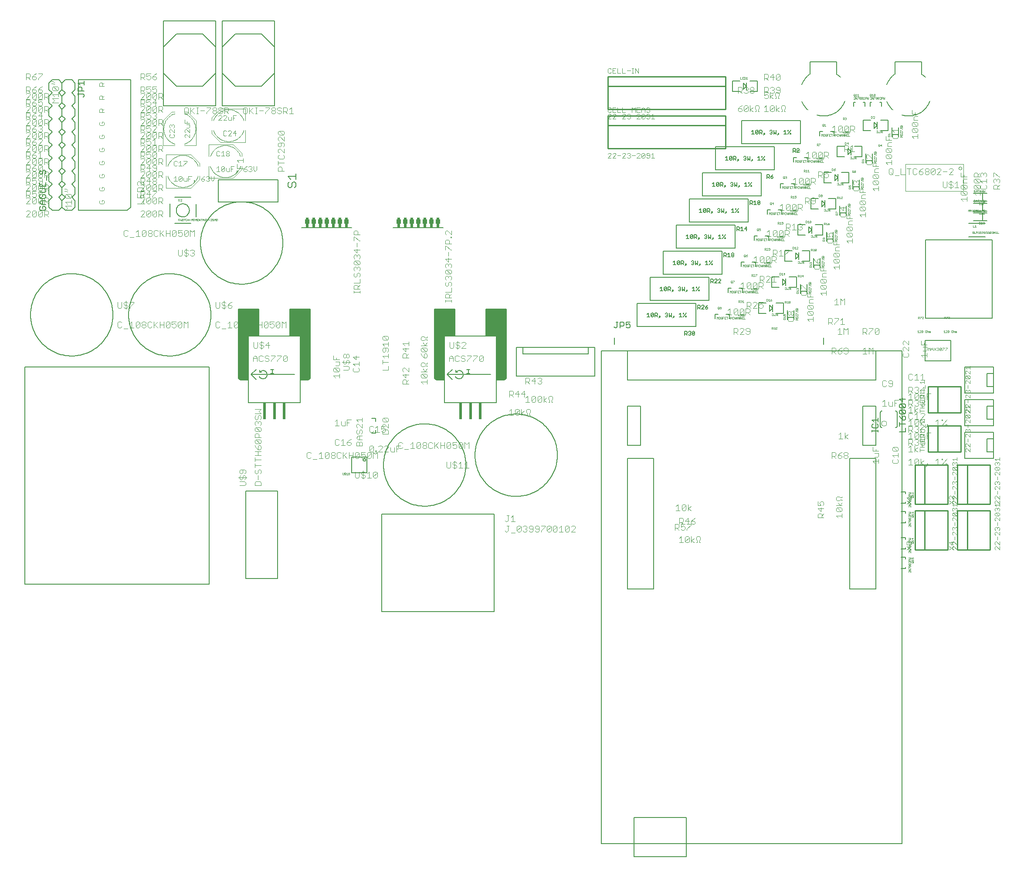
<source format=gto>
G75*
%MOIN*%
%OFA0B0*%
%FSLAX24Y24*%
%IPPOS*%
%LPD*%
%AMOC8*
5,1,8,0,0,1.08239X$1,22.5*
%
%ADD10C,0.0040*%
%ADD11C,0.0100*%
%ADD12C,0.0080*%
%ADD13C,0.0010*%
%ADD14C,0.0050*%
%ADD15C,0.0060*%
%ADD16C,0.0020*%
%ADD17R,0.0236X0.1260*%
%ADD18R,0.0354X0.0375*%
%ADD19R,0.0354X0.0375*%
%ADD20R,0.0236X0.0768*%
%ADD21C,0.0070*%
%ADD22C,0.0030*%
D10*
X017439Y028551D02*
X017822Y028551D01*
X017899Y028627D01*
X017899Y028781D01*
X017822Y028857D01*
X017439Y028857D01*
X017515Y029011D02*
X017439Y029088D01*
X017439Y029241D01*
X017515Y029318D01*
X017515Y029471D02*
X017592Y029471D01*
X017669Y029548D01*
X017669Y029778D01*
X017822Y029778D02*
X017515Y029778D01*
X017439Y029701D01*
X017439Y029548D01*
X017515Y029471D01*
X017669Y029241D02*
X017669Y029088D01*
X017592Y029011D01*
X017515Y029011D01*
X017362Y029164D02*
X017976Y029164D01*
X017899Y029088D02*
X017899Y029241D01*
X017822Y029318D01*
X017745Y029318D01*
X017669Y029241D01*
X017822Y029011D02*
X017899Y029088D01*
X017822Y029471D02*
X017899Y029548D01*
X017899Y029701D01*
X017822Y029778D01*
X018620Y029701D02*
X018620Y029548D01*
X018696Y029471D01*
X018773Y029471D01*
X018850Y029548D01*
X018850Y029701D01*
X018927Y029778D01*
X019003Y029778D01*
X019080Y029701D01*
X019080Y029548D01*
X019003Y029471D01*
X018850Y029318D02*
X018850Y029011D01*
X019003Y028857D02*
X018696Y028857D01*
X018620Y028781D01*
X018620Y028551D01*
X019080Y028551D01*
X019080Y028781D01*
X019003Y028857D01*
X018620Y029701D02*
X018696Y029778D01*
X018620Y029932D02*
X018620Y030239D01*
X018620Y030392D02*
X018620Y030699D01*
X018620Y030546D02*
X019080Y030546D01*
X019080Y030852D02*
X018620Y030852D01*
X018850Y030852D02*
X018850Y031159D01*
X018850Y031313D02*
X018850Y031543D01*
X018927Y031620D01*
X019003Y031620D01*
X019080Y031543D01*
X019080Y031390D01*
X019003Y031313D01*
X018850Y031313D01*
X018696Y031466D01*
X018620Y031620D01*
X018696Y031773D02*
X018620Y031850D01*
X018620Y032003D01*
X018696Y032080D01*
X019003Y031773D01*
X019080Y031850D01*
X019080Y032003D01*
X019003Y032080D01*
X018696Y032080D01*
X018620Y032234D02*
X018620Y032464D01*
X018696Y032541D01*
X018850Y032541D01*
X018927Y032464D01*
X018927Y032234D01*
X019080Y032234D02*
X018620Y032234D01*
X018696Y032694D02*
X018620Y032771D01*
X018620Y032924D01*
X018696Y033001D01*
X019003Y032694D01*
X019080Y032771D01*
X019080Y032924D01*
X019003Y033001D01*
X018696Y033001D01*
X018696Y033154D02*
X018620Y033231D01*
X018620Y033385D01*
X018696Y033461D01*
X018773Y033461D01*
X018850Y033385D01*
X018927Y033461D01*
X019003Y033461D01*
X019080Y033385D01*
X019080Y033231D01*
X019003Y033154D01*
X018850Y033308D02*
X018850Y033385D01*
X018773Y033615D02*
X018850Y033692D01*
X018850Y033845D01*
X018927Y033922D01*
X019003Y033922D01*
X019080Y033845D01*
X019080Y033692D01*
X019003Y033615D01*
X018773Y033615D02*
X018696Y033615D01*
X018620Y033692D01*
X018620Y033845D01*
X018696Y033922D01*
X018620Y034075D02*
X019080Y034075D01*
X018927Y034229D01*
X019080Y034382D01*
X018620Y034382D01*
X018696Y032694D02*
X019003Y032694D01*
X019003Y031773D02*
X018696Y031773D01*
X018620Y031159D02*
X019080Y031159D01*
X019080Y030085D02*
X018620Y030085D01*
X022595Y030722D02*
X022672Y030645D01*
X022825Y030645D01*
X022902Y030722D01*
X023056Y030568D02*
X023363Y030568D01*
X023516Y030645D02*
X023823Y030645D01*
X023670Y030645D02*
X023670Y031105D01*
X023516Y030952D01*
X023976Y031029D02*
X024053Y031105D01*
X024207Y031105D01*
X024283Y031029D01*
X023976Y030722D01*
X024053Y030645D01*
X024207Y030645D01*
X024283Y030722D01*
X024283Y031029D01*
X024437Y031029D02*
X024437Y030952D01*
X024514Y030875D01*
X024667Y030875D01*
X024744Y030798D01*
X024744Y030722D01*
X024667Y030645D01*
X024514Y030645D01*
X024437Y030722D01*
X024437Y030798D01*
X024514Y030875D01*
X024667Y030875D02*
X024744Y030952D01*
X024744Y031029D01*
X024667Y031105D01*
X024514Y031105D01*
X024437Y031029D01*
X024897Y031029D02*
X024897Y030722D01*
X024974Y030645D01*
X025127Y030645D01*
X025204Y030722D01*
X025358Y030798D02*
X025665Y031105D01*
X025818Y031105D02*
X025818Y030645D01*
X025665Y030645D02*
X025434Y030875D01*
X025358Y031105D02*
X025358Y030645D01*
X025204Y031029D02*
X025127Y031105D01*
X024974Y031105D01*
X024897Y031029D01*
X024969Y031645D02*
X025046Y031722D01*
X024969Y031645D02*
X024816Y031645D01*
X024739Y031722D01*
X024739Y032029D01*
X024816Y032105D01*
X024969Y032105D01*
X025046Y032029D01*
X025199Y031952D02*
X025353Y032105D01*
X025353Y031645D01*
X025506Y031645D02*
X025199Y031645D01*
X025660Y031722D02*
X025736Y031645D01*
X025890Y031645D01*
X025967Y031722D01*
X025967Y031798D01*
X025890Y031875D01*
X025660Y031875D01*
X025660Y031722D01*
X025660Y031875D02*
X025813Y032029D01*
X025967Y032105D01*
X026370Y032207D02*
X026523Y032053D01*
X026830Y032053D01*
X026753Y031900D02*
X026830Y031823D01*
X026830Y031593D01*
X026370Y031593D01*
X026370Y031823D01*
X026446Y031900D01*
X026523Y031900D01*
X026600Y031823D01*
X026600Y031593D01*
X026600Y031823D02*
X026677Y031900D01*
X026753Y031900D01*
X026600Y032053D02*
X026600Y032360D01*
X026523Y032360D02*
X026830Y032360D01*
X026753Y032514D02*
X026830Y032591D01*
X026830Y032744D01*
X026753Y032821D01*
X026677Y032821D01*
X026600Y032744D01*
X026600Y032591D01*
X026523Y032514D01*
X026446Y032514D01*
X026370Y032591D01*
X026370Y032744D01*
X026446Y032821D01*
X026446Y032974D02*
X026370Y033051D01*
X026370Y033204D01*
X026446Y033281D01*
X026523Y033281D01*
X026830Y032974D01*
X026830Y033281D01*
X026830Y033435D02*
X026830Y033742D01*
X026830Y033588D02*
X026370Y033588D01*
X026523Y033435D01*
X025967Y033605D02*
X025660Y033605D01*
X025660Y033145D01*
X025506Y033145D02*
X025506Y033452D01*
X025660Y033375D02*
X025813Y033375D01*
X025506Y033145D02*
X025276Y033145D01*
X025199Y033222D01*
X025199Y033452D01*
X024892Y033605D02*
X024892Y033145D01*
X024739Y033145D02*
X025046Y033145D01*
X024739Y033452D02*
X024892Y033605D01*
X026370Y032207D02*
X026523Y032360D01*
X027370Y032722D02*
X027370Y033029D01*
X027447Y033105D01*
X027600Y033105D01*
X027677Y033029D01*
X027830Y032952D02*
X027984Y033105D01*
X027984Y032645D01*
X028137Y032645D02*
X027830Y032645D01*
X027677Y032722D02*
X027600Y032645D01*
X027447Y032645D01*
X027370Y032722D01*
X027447Y031605D02*
X027370Y031529D01*
X027370Y031222D01*
X027677Y031529D01*
X027677Y031222D01*
X027600Y031145D01*
X027447Y031145D01*
X027370Y031222D01*
X027429Y031105D02*
X027276Y031105D01*
X027199Y031029D01*
X027199Y030722D01*
X027506Y031029D01*
X027506Y030722D01*
X027429Y030645D01*
X027276Y030645D01*
X027199Y030722D01*
X027046Y030722D02*
X026969Y030645D01*
X026816Y030645D01*
X026739Y030722D01*
X026739Y030875D02*
X026892Y030952D01*
X026969Y030952D01*
X027046Y030875D01*
X027046Y030722D01*
X026739Y030875D02*
X026739Y031105D01*
X027046Y031105D01*
X027429Y031105D02*
X027506Y031029D01*
X027660Y031105D02*
X027813Y030952D01*
X027967Y031105D01*
X027967Y030645D01*
X027660Y030645D02*
X027660Y031105D01*
X027830Y031145D02*
X027907Y031145D01*
X027907Y031222D01*
X027830Y031222D01*
X027830Y031145D01*
X028061Y031145D02*
X028368Y031452D01*
X028368Y031529D01*
X028291Y031605D01*
X028137Y031605D01*
X028061Y031529D01*
X028061Y031145D02*
X028368Y031145D01*
X028521Y031145D02*
X028828Y031452D01*
X028828Y031529D01*
X028751Y031605D01*
X028598Y031605D01*
X028521Y031529D01*
X028521Y031145D02*
X028828Y031145D01*
X028981Y031222D02*
X029058Y031145D01*
X029288Y031145D01*
X029288Y031452D01*
X029442Y031375D02*
X029595Y031375D01*
X029672Y031395D02*
X029825Y031395D01*
X029902Y031472D01*
X029749Y031605D02*
X029442Y031605D01*
X029442Y031145D01*
X029672Y031395D02*
X029595Y031472D01*
X029595Y031779D01*
X029672Y031855D01*
X029825Y031855D01*
X029902Y031779D01*
X030056Y031318D02*
X030363Y031318D01*
X030516Y031395D02*
X030823Y031395D01*
X030670Y031395D02*
X030670Y031855D01*
X030516Y031702D01*
X030976Y031779D02*
X031053Y031855D01*
X031207Y031855D01*
X031283Y031779D01*
X030976Y031472D01*
X031053Y031395D01*
X031207Y031395D01*
X031283Y031472D01*
X031283Y031779D01*
X031437Y031779D02*
X031437Y031702D01*
X031514Y031625D01*
X031667Y031625D01*
X031744Y031548D01*
X031744Y031472D01*
X031667Y031395D01*
X031514Y031395D01*
X031437Y031472D01*
X031437Y031548D01*
X031514Y031625D01*
X031667Y031625D02*
X031744Y031702D01*
X031744Y031779D01*
X031667Y031855D01*
X031514Y031855D01*
X031437Y031779D01*
X031897Y031779D02*
X031897Y031472D01*
X031974Y031395D01*
X032127Y031395D01*
X032204Y031472D01*
X032358Y031548D02*
X032665Y031855D01*
X032818Y031855D02*
X032818Y031395D01*
X032665Y031395D02*
X032434Y031625D01*
X032358Y031855D02*
X032358Y031395D01*
X032204Y031779D02*
X032127Y031855D01*
X031974Y031855D01*
X031897Y031779D01*
X030976Y031779D02*
X030976Y031472D01*
X032818Y031625D02*
X033125Y031625D01*
X033278Y031472D02*
X033585Y031779D01*
X033585Y031472D01*
X033509Y031395D01*
X033355Y031395D01*
X033278Y031472D01*
X033278Y031779D01*
X033355Y031855D01*
X033509Y031855D01*
X033585Y031779D01*
X033739Y031855D02*
X033739Y031625D01*
X033892Y031702D01*
X033969Y031702D01*
X034046Y031625D01*
X034046Y031472D01*
X033969Y031395D01*
X033816Y031395D01*
X033739Y031472D01*
X033739Y031855D02*
X034046Y031855D01*
X034199Y031779D02*
X034276Y031855D01*
X034429Y031855D01*
X034506Y031779D01*
X034199Y031472D01*
X034276Y031395D01*
X034429Y031395D01*
X034506Y031472D01*
X034506Y031779D01*
X034660Y031855D02*
X034813Y031702D01*
X034967Y031855D01*
X034967Y031395D01*
X034660Y031395D02*
X034660Y031855D01*
X034199Y031779D02*
X034199Y031472D01*
X033125Y031395D02*
X033125Y031855D01*
X033278Y030355D02*
X033278Y029972D01*
X033355Y029895D01*
X033509Y029895D01*
X033585Y029972D01*
X033585Y030355D01*
X033739Y030279D02*
X033816Y030355D01*
X033969Y030355D01*
X034046Y030279D01*
X034199Y030202D02*
X034353Y030355D01*
X034353Y029895D01*
X034506Y029895D02*
X034199Y029895D01*
X034046Y029972D02*
X034046Y030048D01*
X033969Y030125D01*
X033816Y030125D01*
X033739Y030202D01*
X033739Y030279D01*
X033892Y030432D02*
X033892Y029818D01*
X033816Y029895D02*
X033969Y029895D01*
X034046Y029972D01*
X033816Y029895D02*
X033739Y029972D01*
X034660Y029895D02*
X034967Y029895D01*
X034813Y029895D02*
X034813Y030355D01*
X034660Y030202D01*
X038070Y033945D02*
X038377Y033945D01*
X038223Y033945D02*
X038223Y034405D01*
X038070Y034252D01*
X038530Y034329D02*
X038530Y034022D01*
X038837Y034329D01*
X038837Y034022D01*
X038761Y033945D01*
X038607Y033945D01*
X038530Y034022D01*
X038530Y034329D02*
X038607Y034405D01*
X038761Y034405D01*
X038837Y034329D01*
X038991Y034405D02*
X038991Y033945D01*
X038991Y034098D02*
X039221Y034252D01*
X039374Y034329D02*
X039451Y034405D01*
X039605Y034405D01*
X039681Y034329D01*
X039681Y034175D01*
X039605Y034098D01*
X039605Y033945D01*
X039681Y033945D01*
X039451Y033945D02*
X039451Y034098D01*
X039374Y034175D01*
X039374Y034329D01*
X039374Y033945D02*
X039451Y033945D01*
X039221Y033945D02*
X038991Y034098D01*
X039320Y034945D02*
X039627Y034945D01*
X039473Y034945D02*
X039473Y035405D01*
X039320Y035252D01*
X039221Y035345D02*
X039221Y035805D01*
X038991Y035575D01*
X039298Y035575D01*
X038837Y035575D02*
X038530Y035575D01*
X038761Y035805D01*
X038761Y035345D01*
X038377Y035345D02*
X038223Y035498D01*
X038300Y035498D02*
X038070Y035498D01*
X038070Y035345D02*
X038070Y035805D01*
X038300Y035805D01*
X038377Y035729D01*
X038377Y035575D01*
X038300Y035498D01*
X039320Y036345D02*
X039320Y036805D01*
X039550Y036805D01*
X039627Y036729D01*
X039627Y036575D01*
X039550Y036498D01*
X039320Y036498D01*
X039473Y036498D02*
X039627Y036345D01*
X039780Y036575D02*
X040087Y036575D01*
X040241Y036422D02*
X040318Y036345D01*
X040471Y036345D01*
X040548Y036422D01*
X040548Y036498D01*
X040471Y036575D01*
X040394Y036575D01*
X040471Y036575D02*
X040548Y036652D01*
X040548Y036729D01*
X040471Y036805D01*
X040318Y036805D01*
X040241Y036729D01*
X040011Y036805D02*
X039780Y036575D01*
X040011Y036345D02*
X040011Y036805D01*
X040011Y035405D02*
X039857Y035405D01*
X039780Y035329D01*
X039780Y035022D01*
X040087Y035329D01*
X040087Y035022D01*
X040011Y034945D01*
X039857Y034945D01*
X039780Y035022D01*
X040087Y035329D02*
X040011Y035405D01*
X040241Y035329D02*
X040318Y035405D01*
X040471Y035405D01*
X040548Y035329D01*
X040241Y035022D01*
X040318Y034945D01*
X040471Y034945D01*
X040548Y035022D01*
X040548Y035329D01*
X040701Y035405D02*
X040701Y034945D01*
X040701Y035098D02*
X040931Y035252D01*
X041085Y035329D02*
X041162Y035405D01*
X041315Y035405D01*
X041392Y035329D01*
X041392Y035175D01*
X041315Y035098D01*
X041315Y034945D01*
X041392Y034945D01*
X041162Y034945D02*
X041162Y035098D01*
X041085Y035175D01*
X041085Y035329D01*
X041085Y034945D02*
X041162Y034945D01*
X040931Y034945D02*
X040701Y035098D01*
X040241Y035022D02*
X040241Y035329D01*
X036075Y038131D02*
X035999Y038054D01*
X035845Y038054D01*
X035768Y038131D01*
X036075Y038438D01*
X036075Y038131D01*
X035768Y038131D02*
X035768Y038438D01*
X035845Y038515D01*
X035999Y038515D01*
X036075Y038438D01*
X035615Y038438D02*
X035308Y038131D01*
X035308Y038054D01*
X035155Y038438D02*
X034848Y038131D01*
X034848Y038054D01*
X034694Y038131D02*
X034617Y038054D01*
X034464Y038054D01*
X034387Y038131D01*
X034234Y038131D02*
X034157Y038054D01*
X034004Y038054D01*
X033927Y038131D01*
X033927Y038438D01*
X034004Y038515D01*
X034157Y038515D01*
X034234Y038438D01*
X034387Y038438D02*
X034387Y038361D01*
X034464Y038285D01*
X034617Y038285D01*
X034694Y038208D01*
X034694Y038131D01*
X034694Y038438D02*
X034617Y038515D01*
X034464Y038515D01*
X034387Y038438D01*
X034848Y038515D02*
X035155Y038515D01*
X035155Y038438D01*
X035308Y038515D02*
X035615Y038515D01*
X035615Y038438D01*
X034734Y039078D02*
X034427Y039078D01*
X034734Y039385D01*
X034734Y039462D01*
X034657Y039538D01*
X034503Y039538D01*
X034427Y039462D01*
X034273Y039462D02*
X034196Y039538D01*
X034043Y039538D01*
X033966Y039462D01*
X033966Y039385D01*
X034043Y039308D01*
X034196Y039308D01*
X034273Y039232D01*
X034273Y039155D01*
X034196Y039078D01*
X034043Y039078D01*
X033966Y039155D01*
X033813Y039155D02*
X033813Y039538D01*
X033506Y039538D02*
X033506Y039155D01*
X033583Y039078D01*
X033736Y039078D01*
X033813Y039155D01*
X034120Y039001D02*
X034120Y039615D01*
X033620Y038515D02*
X033773Y038361D01*
X033773Y038054D01*
X033773Y038285D02*
X033466Y038285D01*
X033466Y038361D02*
X033620Y038515D01*
X033466Y038361D02*
X033466Y038054D01*
X031780Y037956D02*
X031780Y037880D01*
X031627Y037880D01*
X031550Y037956D01*
X031396Y037956D01*
X031320Y037880D01*
X031320Y037726D01*
X031396Y037649D01*
X031550Y037649D01*
X031627Y037726D01*
X031780Y037726D01*
X031780Y037649D01*
X031780Y037496D02*
X031627Y037266D01*
X031473Y037496D01*
X031320Y037266D02*
X031780Y037266D01*
X031703Y037112D02*
X031780Y037036D01*
X031780Y036882D01*
X031703Y036805D01*
X031396Y037112D01*
X031703Y037112D01*
X031703Y036805D02*
X031396Y036805D01*
X031320Y036882D01*
X031320Y037036D01*
X031396Y037112D01*
X031780Y036652D02*
X031780Y036345D01*
X031780Y036498D02*
X031320Y036498D01*
X031473Y036345D01*
X030380Y036345D02*
X029920Y036345D01*
X029920Y036575D01*
X029996Y036652D01*
X030150Y036652D01*
X030227Y036575D01*
X030227Y036345D01*
X030227Y036498D02*
X030380Y036652D01*
X030150Y036805D02*
X030150Y037112D01*
X029996Y037266D02*
X029920Y037343D01*
X029920Y037496D01*
X029996Y037573D01*
X030073Y037573D01*
X030380Y037266D01*
X030380Y037573D01*
X030380Y037036D02*
X029920Y037036D01*
X030150Y036805D01*
X028830Y037395D02*
X028830Y037702D01*
X028830Y038009D02*
X028370Y038009D01*
X028370Y038162D02*
X028370Y037855D01*
X028370Y037395D02*
X028830Y037395D01*
X028830Y038316D02*
X028830Y038623D01*
X028830Y038469D02*
X028370Y038469D01*
X028523Y038316D01*
X028523Y038776D02*
X028600Y038853D01*
X028600Y039083D01*
X028753Y039083D02*
X028446Y039083D01*
X028370Y039006D01*
X028370Y038853D01*
X028446Y038776D01*
X028523Y038776D01*
X028753Y038776D02*
X028830Y038853D01*
X028830Y039006D01*
X028753Y039083D01*
X028830Y039237D02*
X028830Y039543D01*
X028830Y039390D02*
X028370Y039390D01*
X028523Y039237D01*
X028446Y039697D02*
X028370Y039774D01*
X028370Y039927D01*
X028446Y040004D01*
X028753Y039697D01*
X028830Y039774D01*
X028830Y039927D01*
X028753Y040004D01*
X028446Y040004D01*
X028446Y039697D02*
X028753Y039697D01*
X029920Y039419D02*
X030380Y039419D01*
X030380Y039266D02*
X030380Y039573D01*
X030073Y039266D02*
X029920Y039419D01*
X030150Y039112D02*
X030150Y038805D01*
X029920Y039036D01*
X030380Y039036D01*
X030380Y038652D02*
X030227Y038498D01*
X030227Y038575D02*
X030227Y038345D01*
X030380Y038345D02*
X029920Y038345D01*
X029920Y038575D01*
X029996Y038652D01*
X030150Y038652D01*
X030227Y038575D01*
X031320Y038652D02*
X031396Y038498D01*
X031550Y038345D01*
X031550Y038575D01*
X031627Y038652D01*
X031703Y038652D01*
X031780Y038575D01*
X031780Y038422D01*
X031703Y038345D01*
X031550Y038345D01*
X031703Y038805D02*
X031396Y039112D01*
X031703Y039112D01*
X031780Y039036D01*
X031780Y038882D01*
X031703Y038805D01*
X031396Y038805D01*
X031320Y038882D01*
X031320Y039036D01*
X031396Y039112D01*
X031320Y039266D02*
X031780Y039266D01*
X031627Y039266D02*
X031473Y039496D01*
X031396Y039649D02*
X031320Y039726D01*
X031320Y039880D01*
X031396Y039956D01*
X031550Y039956D01*
X031627Y039880D01*
X031780Y039880D01*
X031780Y039956D01*
X031780Y039726D02*
X031627Y039726D01*
X031550Y039649D01*
X031396Y039649D01*
X031780Y039649D02*
X031780Y039726D01*
X031780Y039496D02*
X031627Y039266D01*
X033187Y042610D02*
X033187Y042764D01*
X033187Y042687D02*
X033647Y042687D01*
X033647Y042610D02*
X033647Y042764D01*
X033647Y042917D02*
X033187Y042917D01*
X033187Y043148D01*
X033263Y043224D01*
X033417Y043224D01*
X033493Y043148D01*
X033493Y042917D01*
X033493Y043071D02*
X033647Y043224D01*
X033647Y043378D02*
X033647Y043685D01*
X033570Y043838D02*
X033647Y043915D01*
X033647Y044068D01*
X033570Y044145D01*
X033493Y044145D01*
X033417Y044068D01*
X033417Y043915D01*
X033340Y043838D01*
X033263Y043838D01*
X033187Y043915D01*
X033187Y044068D01*
X033263Y044145D01*
X033263Y044299D02*
X033187Y044375D01*
X033187Y044529D01*
X033263Y044606D01*
X033340Y044606D01*
X033417Y044529D01*
X033493Y044606D01*
X033570Y044606D01*
X033647Y044529D01*
X033647Y044375D01*
X033570Y044299D01*
X033417Y044452D02*
X033417Y044529D01*
X033570Y044759D02*
X033263Y045066D01*
X033570Y045066D01*
X033647Y044989D01*
X033647Y044836D01*
X033570Y044759D01*
X033263Y044759D01*
X033187Y044836D01*
X033187Y044989D01*
X033263Y045066D01*
X033263Y045219D02*
X033187Y045296D01*
X033187Y045450D01*
X033263Y045526D01*
X033340Y045526D01*
X033417Y045450D01*
X033493Y045526D01*
X033570Y045526D01*
X033647Y045450D01*
X033647Y045296D01*
X033570Y045219D01*
X033417Y045373D02*
X033417Y045450D01*
X033417Y045680D02*
X033417Y045987D01*
X033417Y046140D02*
X033417Y046447D01*
X033570Y046601D02*
X033647Y046601D01*
X033570Y046601D02*
X033263Y046907D01*
X033187Y046907D01*
X033187Y046601D01*
X033187Y047061D02*
X033187Y047291D01*
X033263Y047368D01*
X033417Y047368D01*
X033493Y047291D01*
X033493Y047061D01*
X033647Y047061D02*
X033187Y047061D01*
X033570Y047521D02*
X033570Y047598D01*
X033647Y047598D01*
X033647Y047521D01*
X033570Y047521D01*
X033647Y047752D02*
X033340Y048058D01*
X033263Y048058D01*
X033187Y047982D01*
X033187Y047828D01*
X033263Y047752D01*
X033647Y047752D02*
X033647Y048058D01*
X033647Y045910D02*
X033187Y045910D01*
X033417Y045680D01*
X033187Y043378D02*
X033647Y043378D01*
X026647Y043378D02*
X026187Y043378D01*
X026187Y043301D02*
X026187Y043455D01*
X026187Y043608D02*
X026187Y043838D01*
X026263Y043915D01*
X026417Y043915D01*
X026493Y043838D01*
X026493Y043608D01*
X026493Y043761D02*
X026647Y043915D01*
X026647Y044068D02*
X026647Y044375D01*
X026570Y044529D02*
X026647Y044606D01*
X026647Y044759D01*
X026570Y044836D01*
X026493Y044836D01*
X026417Y044759D01*
X026417Y044606D01*
X026340Y044529D01*
X026263Y044529D01*
X026187Y044606D01*
X026187Y044759D01*
X026263Y044836D01*
X026263Y044989D02*
X026187Y045066D01*
X026187Y045219D01*
X026263Y045296D01*
X026340Y045296D01*
X026417Y045219D01*
X026493Y045296D01*
X026570Y045296D01*
X026647Y045219D01*
X026647Y045066D01*
X026570Y044989D01*
X026417Y045143D02*
X026417Y045219D01*
X026570Y045450D02*
X026263Y045756D01*
X026570Y045756D01*
X026647Y045680D01*
X026647Y045526D01*
X026570Y045450D01*
X026263Y045450D01*
X026187Y045526D01*
X026187Y045680D01*
X026263Y045756D01*
X026263Y045910D02*
X026187Y045987D01*
X026187Y046140D01*
X026263Y046217D01*
X026340Y046217D01*
X026417Y046140D01*
X026493Y046217D01*
X026570Y046217D01*
X026647Y046140D01*
X026647Y045987D01*
X026570Y045910D01*
X026417Y046063D02*
X026417Y046140D01*
X026417Y046370D02*
X026417Y046677D01*
X026417Y046831D02*
X026417Y047138D01*
X026570Y047291D02*
X026647Y047291D01*
X026570Y047291D02*
X026263Y047598D01*
X026187Y047598D01*
X026187Y047291D01*
X026187Y047752D02*
X026187Y047982D01*
X026263Y048058D01*
X026417Y048058D01*
X026493Y047982D01*
X026493Y047752D01*
X026647Y047752D02*
X026187Y047752D01*
X026187Y046601D02*
X026417Y046370D01*
X026647Y046601D02*
X026187Y046601D01*
X026187Y044068D02*
X026647Y044068D01*
X026647Y043608D02*
X026187Y043608D01*
X026647Y043455D02*
X026647Y043301D01*
X025753Y038623D02*
X025830Y038546D01*
X025830Y038393D01*
X025753Y038316D01*
X025677Y038316D01*
X025600Y038393D01*
X025600Y038546D01*
X025677Y038623D01*
X025753Y038623D01*
X025600Y038546D02*
X025523Y038623D01*
X025446Y038623D01*
X025370Y038546D01*
X025370Y038393D01*
X025446Y038316D01*
X025523Y038316D01*
X025600Y038393D01*
X025677Y038162D02*
X025600Y038086D01*
X025600Y037932D01*
X025523Y037855D01*
X025446Y037855D01*
X025370Y037932D01*
X025370Y038086D01*
X025446Y038162D01*
X025293Y038009D02*
X025907Y038009D01*
X025830Y038086D02*
X025753Y038162D01*
X025677Y038162D01*
X025830Y038086D02*
X025830Y037932D01*
X025753Y037855D01*
X025753Y037702D02*
X025370Y037702D01*
X025080Y037801D02*
X025080Y038031D01*
X024773Y038031D01*
X024850Y038185D02*
X024850Y038338D01*
X025080Y038185D02*
X024620Y038185D01*
X024620Y038492D01*
X024773Y037724D02*
X025003Y037724D01*
X025080Y037801D01*
X025003Y037571D02*
X025080Y037494D01*
X025080Y037341D01*
X025003Y037264D01*
X024696Y037571D01*
X025003Y037571D01*
X024696Y037571D02*
X024620Y037494D01*
X024620Y037341D01*
X024696Y037264D01*
X025003Y037264D01*
X025080Y037110D02*
X025080Y036803D01*
X025080Y036957D02*
X024620Y036957D01*
X024773Y036803D01*
X025370Y037395D02*
X025753Y037395D01*
X025830Y037472D01*
X025830Y037625D01*
X025753Y037702D01*
X026120Y037878D02*
X026580Y037878D01*
X026580Y038031D02*
X026580Y037724D01*
X026503Y037571D02*
X026580Y037494D01*
X026580Y037341D01*
X026503Y037264D01*
X026196Y037264D01*
X026120Y037341D01*
X026120Y037494D01*
X026196Y037571D01*
X026273Y037724D02*
X026120Y037878D01*
X026350Y038185D02*
X026350Y038492D01*
X026580Y038415D02*
X026120Y038415D01*
X026350Y038185D01*
X028446Y033742D02*
X028753Y033435D01*
X028830Y033511D01*
X028830Y033665D01*
X028753Y033742D01*
X028446Y033742D01*
X028370Y033665D01*
X028370Y033511D01*
X028446Y033435D01*
X028753Y033435D01*
X028830Y033281D02*
X028830Y032974D01*
X028523Y033281D01*
X028446Y033281D01*
X028370Y033204D01*
X028370Y033051D01*
X028446Y032974D01*
X028444Y032952D02*
X028521Y032952D01*
X028598Y032875D01*
X028598Y032722D01*
X028521Y032645D01*
X028368Y032645D01*
X028291Y032722D01*
X028370Y032744D02*
X028370Y032514D01*
X028830Y032514D01*
X028830Y032744D01*
X028753Y032821D01*
X028446Y032821D01*
X028370Y032744D01*
X028291Y032875D02*
X028444Y032952D01*
X028291Y032875D02*
X028291Y033105D01*
X028598Y033105D01*
X027600Y031605D02*
X027677Y031529D01*
X027600Y031605D02*
X027447Y031605D01*
X026585Y031029D02*
X026278Y030722D01*
X026355Y030645D01*
X026509Y030645D01*
X026585Y030722D01*
X026585Y031029D01*
X026509Y031105D01*
X026355Y031105D01*
X026278Y031029D01*
X026278Y030722D01*
X026125Y030645D02*
X026125Y031105D01*
X026125Y030875D02*
X025818Y030875D01*
X026278Y029605D02*
X026278Y029222D01*
X026355Y029145D01*
X026509Y029145D01*
X026585Y029222D01*
X026585Y029605D01*
X026739Y029529D02*
X026816Y029605D01*
X026969Y029605D01*
X027046Y029529D01*
X027199Y029452D02*
X027353Y029605D01*
X027353Y029145D01*
X027506Y029145D02*
X027199Y029145D01*
X027046Y029222D02*
X027046Y029298D01*
X026969Y029375D01*
X026816Y029375D01*
X026739Y029452D01*
X026739Y029529D01*
X026892Y029682D02*
X026892Y029068D01*
X026816Y029145D02*
X026969Y029145D01*
X027046Y029222D01*
X026816Y029145D02*
X026739Y029222D01*
X027660Y029222D02*
X027967Y029529D01*
X027967Y029222D01*
X027890Y029145D01*
X027736Y029145D01*
X027660Y029222D01*
X027660Y029529D01*
X027736Y029605D01*
X027890Y029605D01*
X027967Y029529D01*
X028981Y031222D02*
X028981Y031452D01*
X023976Y031029D02*
X023976Y030722D01*
X022902Y031029D02*
X022825Y031105D01*
X022672Y031105D01*
X022595Y031029D01*
X022595Y030722D01*
X020999Y038054D02*
X020845Y038054D01*
X020768Y038131D01*
X021075Y038438D01*
X021075Y038131D01*
X020999Y038054D01*
X020768Y038131D02*
X020768Y038438D01*
X020845Y038515D01*
X020999Y038515D01*
X021075Y038438D01*
X020615Y038438D02*
X020308Y038131D01*
X020308Y038054D01*
X020155Y038438D02*
X019848Y038131D01*
X019848Y038054D01*
X019694Y038131D02*
X019617Y038054D01*
X019464Y038054D01*
X019387Y038131D01*
X019234Y038131D02*
X019157Y038054D01*
X019004Y038054D01*
X018927Y038131D01*
X018927Y038438D01*
X019004Y038515D01*
X019157Y038515D01*
X019234Y038438D01*
X019387Y038438D02*
X019387Y038361D01*
X019464Y038285D01*
X019617Y038285D01*
X019694Y038208D01*
X019694Y038131D01*
X019694Y038438D02*
X019617Y038515D01*
X019464Y038515D01*
X019387Y038438D01*
X019848Y038515D02*
X020155Y038515D01*
X020155Y038438D01*
X020308Y038515D02*
X020615Y038515D01*
X020615Y038438D01*
X019657Y039078D02*
X019657Y039538D01*
X019427Y039308D01*
X019734Y039308D01*
X019273Y039232D02*
X019273Y039155D01*
X019196Y039078D01*
X019043Y039078D01*
X018966Y039155D01*
X018813Y039155D02*
X018813Y039538D01*
X018966Y039462D02*
X019043Y039538D01*
X019196Y039538D01*
X019273Y039462D01*
X019196Y039308D02*
X019043Y039308D01*
X018966Y039385D01*
X018966Y039462D01*
X019120Y039615D02*
X019120Y039001D01*
X019273Y039232D02*
X019196Y039308D01*
X018813Y039155D02*
X018736Y039078D01*
X018583Y039078D01*
X018506Y039155D01*
X018506Y039538D01*
X018620Y038515D02*
X018773Y038361D01*
X018773Y038054D01*
X018773Y038285D02*
X018466Y038285D01*
X018466Y038361D02*
X018620Y038515D01*
X018466Y038361D02*
X018466Y038054D01*
X018382Y040645D02*
X018382Y041105D01*
X018229Y041029D02*
X018152Y041105D01*
X017999Y041105D01*
X017922Y041029D01*
X017922Y040722D01*
X017999Y040645D01*
X018152Y040645D01*
X018229Y040722D01*
X018382Y040798D02*
X018689Y041105D01*
X018843Y041105D02*
X018843Y040645D01*
X018689Y040645D02*
X018459Y040875D01*
X018843Y040875D02*
X019150Y040875D01*
X019303Y040722D02*
X019610Y041029D01*
X019610Y040722D01*
X019533Y040645D01*
X019380Y040645D01*
X019303Y040722D01*
X019303Y041029D01*
X019380Y041105D01*
X019533Y041105D01*
X019610Y041029D01*
X019764Y041105D02*
X019764Y040875D01*
X019917Y040952D01*
X019994Y040952D01*
X020070Y040875D01*
X020070Y040722D01*
X019994Y040645D01*
X019840Y040645D01*
X019764Y040722D01*
X019764Y041105D02*
X020070Y041105D01*
X020224Y041029D02*
X020301Y041105D01*
X020454Y041105D01*
X020531Y041029D01*
X020224Y040722D01*
X020301Y040645D01*
X020454Y040645D01*
X020531Y040722D01*
X020531Y041029D01*
X020684Y041105D02*
X020838Y040952D01*
X020991Y041105D01*
X020991Y040645D01*
X020684Y040645D02*
X020684Y041105D01*
X020224Y041029D02*
X020224Y040722D01*
X019150Y040645D02*
X019150Y041105D01*
X017768Y041029D02*
X017768Y040952D01*
X017692Y040875D01*
X017538Y040875D01*
X017462Y040952D01*
X017462Y041029D01*
X017538Y041105D01*
X017692Y041105D01*
X017768Y041029D01*
X017692Y040875D02*
X017768Y040798D01*
X017768Y040722D01*
X017692Y040645D01*
X017538Y040645D01*
X017462Y040722D01*
X017462Y040798D01*
X017538Y040875D01*
X017308Y040722D02*
X017231Y040645D01*
X017078Y040645D01*
X017001Y040722D01*
X017308Y041029D01*
X017308Y040722D01*
X017308Y041029D02*
X017231Y041105D01*
X017078Y041105D01*
X017001Y041029D01*
X017001Y040722D01*
X016848Y040645D02*
X016541Y040645D01*
X016694Y040645D02*
X016694Y041105D01*
X016541Y040952D01*
X016387Y040568D02*
X016080Y040568D01*
X015927Y040722D02*
X015850Y040645D01*
X015697Y040645D01*
X015620Y040722D01*
X015620Y041029D01*
X015697Y041105D01*
X015850Y041105D01*
X015927Y041029D01*
X016234Y042068D02*
X016234Y042682D01*
X016311Y042605D02*
X016387Y042529D01*
X016311Y042605D02*
X016157Y042605D01*
X016080Y042529D01*
X016080Y042452D01*
X016157Y042375D01*
X016311Y042375D01*
X016387Y042298D01*
X016387Y042222D01*
X016311Y042145D01*
X016157Y042145D01*
X016080Y042222D01*
X015927Y042222D02*
X015927Y042605D01*
X015620Y042605D02*
X015620Y042222D01*
X015697Y042145D01*
X015850Y042145D01*
X015927Y042222D01*
X016541Y042222D02*
X016618Y042145D01*
X016771Y042145D01*
X016848Y042222D01*
X016848Y042298D01*
X016771Y042375D01*
X016541Y042375D01*
X016541Y042222D01*
X016541Y042375D02*
X016694Y042529D01*
X016848Y042605D01*
X013491Y041105D02*
X013491Y040645D01*
X013184Y040645D02*
X013184Y041105D01*
X013338Y040952D01*
X013491Y041105D01*
X013031Y041029D02*
X012724Y040722D01*
X012801Y040645D01*
X012954Y040645D01*
X013031Y040722D01*
X013031Y041029D01*
X012954Y041105D01*
X012801Y041105D01*
X012724Y041029D01*
X012724Y040722D01*
X012570Y040722D02*
X012494Y040645D01*
X012340Y040645D01*
X012264Y040722D01*
X012264Y040875D02*
X012417Y040952D01*
X012494Y040952D01*
X012570Y040875D01*
X012570Y040722D01*
X012264Y040875D02*
X012264Y041105D01*
X012570Y041105D01*
X012110Y041029D02*
X011803Y040722D01*
X011880Y040645D01*
X012033Y040645D01*
X012110Y040722D01*
X012110Y041029D01*
X012033Y041105D01*
X011880Y041105D01*
X011803Y041029D01*
X011803Y040722D01*
X011650Y040645D02*
X011650Y041105D01*
X011650Y040875D02*
X011343Y040875D01*
X011343Y040645D02*
X011343Y041105D01*
X011189Y041105D02*
X010882Y040798D01*
X010959Y040875D02*
X011189Y040645D01*
X010882Y040645D02*
X010882Y041105D01*
X010729Y041029D02*
X010652Y041105D01*
X010499Y041105D01*
X010422Y041029D01*
X010422Y040722D01*
X010499Y040645D01*
X010652Y040645D01*
X010729Y040722D01*
X010268Y040722D02*
X010192Y040645D01*
X010038Y040645D01*
X009962Y040722D01*
X009962Y040798D01*
X010038Y040875D01*
X010192Y040875D01*
X010268Y040798D01*
X010268Y040722D01*
X010192Y040875D02*
X010268Y040952D01*
X010268Y041029D01*
X010192Y041105D01*
X010038Y041105D01*
X009962Y041029D01*
X009962Y040952D01*
X010038Y040875D01*
X009808Y040722D02*
X009731Y040645D01*
X009578Y040645D01*
X009501Y040722D01*
X009808Y041029D01*
X009808Y040722D01*
X009808Y041029D02*
X009731Y041105D01*
X009578Y041105D01*
X009501Y041029D01*
X009501Y040722D01*
X009348Y040645D02*
X009041Y040645D01*
X009194Y040645D02*
X009194Y041105D01*
X009041Y040952D01*
X008887Y040568D02*
X008580Y040568D01*
X008427Y040722D02*
X008350Y040645D01*
X008197Y040645D01*
X008120Y040722D01*
X008120Y041029D01*
X008197Y041105D01*
X008350Y041105D01*
X008427Y041029D01*
X008734Y042068D02*
X008734Y042682D01*
X008811Y042605D02*
X008887Y042529D01*
X008811Y042605D02*
X008657Y042605D01*
X008580Y042529D01*
X008580Y042452D01*
X008657Y042375D01*
X008811Y042375D01*
X008887Y042298D01*
X008887Y042222D01*
X008811Y042145D01*
X008657Y042145D01*
X008580Y042222D01*
X008427Y042222D02*
X008427Y042605D01*
X008120Y042605D02*
X008120Y042222D01*
X008197Y042145D01*
X008350Y042145D01*
X008427Y042222D01*
X009041Y042222D02*
X009348Y042529D01*
X009348Y042605D01*
X009041Y042605D01*
X009041Y042222D02*
X009041Y042145D01*
X012816Y046145D02*
X012969Y046145D01*
X013046Y046222D01*
X013046Y046605D01*
X013199Y046529D02*
X013276Y046605D01*
X013429Y046605D01*
X013506Y046529D01*
X013660Y046529D02*
X013736Y046605D01*
X013890Y046605D01*
X013967Y046529D01*
X013967Y046452D01*
X013890Y046375D01*
X013967Y046298D01*
X013967Y046222D01*
X013890Y046145D01*
X013736Y046145D01*
X013660Y046222D01*
X013506Y046222D02*
X013506Y046298D01*
X013429Y046375D01*
X013276Y046375D01*
X013199Y046452D01*
X013199Y046529D01*
X013353Y046682D02*
X013353Y046068D01*
X013429Y046145D02*
X013506Y046222D01*
X013429Y046145D02*
X013276Y046145D01*
X013199Y046222D01*
X012816Y046145D02*
X012739Y046222D01*
X012739Y046605D01*
X013813Y046375D02*
X013890Y046375D01*
X013967Y047645D02*
X013967Y048105D01*
X013813Y047952D01*
X013660Y048105D01*
X013660Y047645D01*
X013506Y047722D02*
X013429Y047645D01*
X013276Y047645D01*
X013199Y047722D01*
X013506Y048029D01*
X013506Y047722D01*
X013506Y048029D02*
X013429Y048105D01*
X013276Y048105D01*
X013199Y048029D01*
X013199Y047722D01*
X013046Y047722D02*
X012969Y047645D01*
X012816Y047645D01*
X012739Y047722D01*
X012739Y047875D02*
X012892Y047952D01*
X012969Y047952D01*
X013046Y047875D01*
X013046Y047722D01*
X012739Y047875D02*
X012739Y048105D01*
X013046Y048105D01*
X012585Y048029D02*
X012278Y047722D01*
X012355Y047645D01*
X012509Y047645D01*
X012585Y047722D01*
X012585Y048029D01*
X012509Y048105D01*
X012355Y048105D01*
X012278Y048029D01*
X012278Y047722D01*
X012125Y047645D02*
X012125Y048105D01*
X012125Y047875D02*
X011818Y047875D01*
X011818Y047645D02*
X011818Y048105D01*
X011665Y048105D02*
X011358Y047798D01*
X011434Y047875D02*
X011665Y047645D01*
X011358Y047645D02*
X011358Y048105D01*
X011204Y048029D02*
X011127Y048105D01*
X010974Y048105D01*
X010897Y048029D01*
X010897Y047722D01*
X010974Y047645D01*
X011127Y047645D01*
X011204Y047722D01*
X010744Y047722D02*
X010667Y047645D01*
X010514Y047645D01*
X010437Y047722D01*
X010437Y047798D01*
X010514Y047875D01*
X010667Y047875D01*
X010744Y047798D01*
X010744Y047722D01*
X010667Y047875D02*
X010744Y047952D01*
X010744Y048029D01*
X010667Y048105D01*
X010514Y048105D01*
X010437Y048029D01*
X010437Y047952D01*
X010514Y047875D01*
X010283Y047722D02*
X010207Y047645D01*
X010053Y047645D01*
X009976Y047722D01*
X010283Y048029D01*
X010283Y047722D01*
X009976Y047722D02*
X009976Y048029D01*
X010053Y048105D01*
X010207Y048105D01*
X010283Y048029D01*
X009823Y047645D02*
X009516Y047645D01*
X009670Y047645D02*
X009670Y048105D01*
X009516Y047952D01*
X009363Y047568D02*
X009056Y047568D01*
X008902Y047722D02*
X008825Y047645D01*
X008672Y047645D01*
X008595Y047722D01*
X008595Y048029D01*
X008672Y048105D01*
X008825Y048105D01*
X008902Y048029D01*
X009870Y049145D02*
X010177Y049452D01*
X010177Y049529D01*
X010100Y049605D01*
X009947Y049605D01*
X009870Y049529D01*
X009870Y049145D02*
X010177Y049145D01*
X010330Y049222D02*
X010637Y049529D01*
X010637Y049222D01*
X010561Y049145D01*
X010407Y049145D01*
X010330Y049222D01*
X010330Y049529D01*
X010407Y049605D01*
X010561Y049605D01*
X010637Y049529D01*
X010791Y049529D02*
X010868Y049605D01*
X011021Y049605D01*
X011098Y049529D01*
X010791Y049222D01*
X010868Y049145D01*
X011021Y049145D01*
X011098Y049222D01*
X011098Y049529D01*
X011251Y049605D02*
X011481Y049605D01*
X011558Y049529D01*
X011558Y049375D01*
X011481Y049298D01*
X011251Y049298D01*
X011251Y049145D02*
X011251Y049605D01*
X011405Y049298D02*
X011558Y049145D01*
X010791Y049222D02*
X010791Y049529D01*
X010868Y050145D02*
X010791Y050222D01*
X011098Y050529D01*
X011098Y050222D01*
X011021Y050145D01*
X010868Y050145D01*
X010791Y050222D02*
X010791Y050529D01*
X010868Y050605D01*
X011021Y050605D01*
X011098Y050529D01*
X011251Y050605D02*
X011481Y050605D01*
X011558Y050529D01*
X011558Y050375D01*
X011481Y050298D01*
X011251Y050298D01*
X011251Y050145D02*
X011251Y050605D01*
X011405Y050298D02*
X011558Y050145D01*
X010791Y050645D02*
X010791Y050722D01*
X011098Y051029D01*
X011098Y051105D01*
X010791Y051105D01*
X010868Y051145D02*
X010791Y051222D01*
X011098Y051529D01*
X011098Y051222D01*
X011021Y051145D01*
X010868Y051145D01*
X010791Y051222D02*
X010791Y051529D01*
X010868Y051605D01*
X011021Y051605D01*
X011098Y051529D01*
X011021Y051645D02*
X010868Y051645D01*
X010791Y051722D01*
X010791Y051798D01*
X010868Y051875D01*
X011021Y051875D01*
X011098Y051798D01*
X011098Y051722D01*
X011021Y051645D01*
X011021Y051875D02*
X011098Y051952D01*
X011098Y052029D01*
X011021Y052105D01*
X010868Y052105D01*
X010791Y052029D01*
X010791Y051952D01*
X010868Y051875D01*
X010637Y051875D02*
X010330Y051875D01*
X010561Y052105D01*
X010561Y051645D01*
X010561Y051605D02*
X010637Y051529D01*
X010330Y051222D01*
X010407Y051145D01*
X010561Y051145D01*
X010637Y051222D01*
X010637Y051529D01*
X010561Y051605D02*
X010407Y051605D01*
X010330Y051529D01*
X010330Y051222D01*
X010177Y051145D02*
X009870Y051145D01*
X010177Y051452D01*
X010177Y051529D01*
X010100Y051605D01*
X009947Y051605D01*
X009870Y051529D01*
X009870Y051645D02*
X009870Y052105D01*
X010100Y052105D01*
X010177Y052029D01*
X010177Y051875D01*
X010100Y051798D01*
X009870Y051798D01*
X009773Y051833D02*
X009696Y051833D01*
X009620Y051756D01*
X009620Y051603D01*
X009696Y051526D01*
X009696Y051373D02*
X009620Y051296D01*
X009620Y051066D01*
X010080Y051066D01*
X010080Y051296D01*
X010003Y051373D01*
X009696Y051373D01*
X009870Y051105D02*
X010100Y051105D01*
X010177Y051029D01*
X010177Y050875D01*
X010100Y050798D01*
X009870Y050798D01*
X009850Y050759D02*
X009850Y050605D01*
X009870Y050645D02*
X009870Y051105D01*
X010080Y050912D02*
X010080Y050605D01*
X009620Y050605D01*
X009620Y050912D01*
X010023Y050798D02*
X010177Y050645D01*
X010100Y050605D02*
X010177Y050529D01*
X010177Y050452D01*
X009870Y050145D01*
X010177Y050145D01*
X010080Y050145D02*
X010080Y050452D01*
X010100Y050605D02*
X009947Y050605D01*
X009870Y050529D01*
X010080Y050145D02*
X009620Y050145D01*
X010330Y050222D02*
X010637Y050529D01*
X010637Y050222D01*
X010561Y050145D01*
X010407Y050145D01*
X010330Y050222D01*
X010330Y050529D01*
X010407Y050605D01*
X010561Y050605D01*
X010637Y050529D01*
X010561Y050645D02*
X010561Y051105D01*
X010330Y050875D01*
X010637Y050875D01*
X011251Y051145D02*
X011251Y051605D01*
X011481Y051605D01*
X011558Y051529D01*
X011558Y051375D01*
X011481Y051298D01*
X011251Y051298D01*
X011405Y051298D02*
X011558Y051145D01*
X011820Y051345D02*
X011820Y052251D01*
X011558Y052145D02*
X011405Y052298D01*
X011481Y052298D02*
X011251Y052298D01*
X011251Y052145D02*
X011251Y052605D01*
X011481Y052605D01*
X011558Y052529D01*
X011558Y052375D01*
X011481Y052298D01*
X011098Y052222D02*
X011021Y052145D01*
X010868Y052145D01*
X010791Y052222D01*
X011098Y052529D01*
X011098Y052222D01*
X011098Y052529D02*
X011021Y052605D01*
X010868Y052605D01*
X010791Y052529D01*
X010791Y052222D01*
X010637Y052222D02*
X010561Y052145D01*
X010407Y052145D01*
X010330Y052222D01*
X010637Y052529D01*
X010637Y052222D01*
X010330Y052222D02*
X010330Y052529D01*
X010407Y052605D01*
X010561Y052605D01*
X010637Y052529D01*
X010561Y052645D02*
X010561Y053105D01*
X010330Y052875D01*
X010637Y052875D01*
X010791Y052952D02*
X010868Y052875D01*
X011098Y052875D01*
X011098Y052722D02*
X011098Y053029D01*
X011021Y053105D01*
X010868Y053105D01*
X010791Y053029D01*
X010791Y052952D01*
X010868Y053145D02*
X010791Y053222D01*
X011098Y053529D01*
X011098Y053222D01*
X011021Y053145D01*
X010868Y053145D01*
X010791Y053222D02*
X010791Y053529D01*
X010868Y053605D01*
X011021Y053605D01*
X011098Y053529D01*
X011021Y053645D02*
X010868Y053645D01*
X010791Y053722D01*
X011098Y054029D01*
X011098Y053722D01*
X011021Y053645D01*
X011251Y053605D02*
X011481Y053605D01*
X011558Y053529D01*
X011558Y053375D01*
X011481Y053298D01*
X011251Y053298D01*
X011251Y053145D02*
X011251Y053605D01*
X011405Y053298D02*
X011558Y053145D01*
X011820Y052999D02*
X011820Y053905D01*
X013710Y053905D01*
X014380Y053235D01*
X014380Y052999D01*
X015070Y053001D02*
X015070Y052095D01*
X016960Y052095D01*
X017630Y052765D01*
X017630Y053001D01*
X017472Y052995D02*
X017472Y052842D01*
X017702Y052842D02*
X017242Y052842D01*
X017242Y053149D01*
X017395Y053302D02*
X017242Y053456D01*
X017702Y053456D01*
X017702Y053609D02*
X017702Y053302D01*
X017630Y053749D02*
X017630Y053985D01*
X016960Y054655D01*
X015070Y054655D01*
X015070Y053749D01*
X014130Y054595D02*
X013224Y054595D01*
X012476Y054595D02*
X011570Y054595D01*
X011570Y056485D01*
X012240Y057155D01*
X012476Y057155D01*
X013220Y057122D02*
X013220Y057429D01*
X013297Y057505D01*
X013450Y057505D01*
X013527Y057429D01*
X013527Y057122D01*
X013450Y057045D01*
X013297Y057045D01*
X013220Y057122D01*
X013224Y057155D02*
X013460Y057155D01*
X014130Y056485D01*
X014130Y054595D01*
X015320Y055515D02*
X015320Y055751D01*
X015320Y055515D02*
X015990Y054845D01*
X017880Y054845D01*
X017880Y055751D01*
X017880Y056499D02*
X017880Y057405D01*
X015990Y057405D01*
X015320Y056735D01*
X015320Y056499D01*
X015445Y057045D02*
X015368Y057122D01*
X015368Y057198D01*
X015445Y057275D01*
X015599Y057275D01*
X015675Y057198D01*
X015675Y057122D01*
X015599Y057045D01*
X015445Y057045D01*
X015445Y057275D02*
X015368Y057352D01*
X015368Y057429D01*
X015445Y057505D01*
X015599Y057505D01*
X015675Y057429D01*
X015675Y057352D01*
X015599Y057275D01*
X015829Y057352D02*
X015906Y057275D01*
X016059Y057275D01*
X016136Y057198D01*
X016136Y057122D01*
X016059Y057045D01*
X015906Y057045D01*
X015829Y057122D01*
X015829Y057352D02*
X015829Y057429D01*
X015906Y057505D01*
X016059Y057505D01*
X016136Y057429D01*
X016289Y057505D02*
X016519Y057505D01*
X016596Y057429D01*
X016596Y057275D01*
X016519Y057198D01*
X016289Y057198D01*
X016289Y057045D02*
X016289Y057505D01*
X016443Y057198D02*
X016596Y057045D01*
X015439Y055751D02*
X015461Y055687D01*
X015488Y055624D01*
X015518Y055562D01*
X015551Y055503D01*
X015587Y055445D01*
X015627Y055389D01*
X015670Y055336D01*
X015715Y055285D01*
X015763Y055237D01*
X015814Y055192D01*
X015868Y055149D01*
X015924Y055110D01*
X015981Y055073D01*
X016041Y055040D01*
X016103Y055011D01*
X016166Y054985D01*
X016230Y054962D01*
X016296Y054943D01*
X016363Y054928D01*
X016430Y054917D01*
X016498Y054909D01*
X016566Y054905D01*
X016634Y054905D01*
X016702Y054909D01*
X016770Y054917D01*
X016837Y054928D01*
X016904Y054943D01*
X016970Y054962D01*
X017034Y054985D01*
X017097Y055011D01*
X017159Y055040D01*
X017219Y055073D01*
X017276Y055110D01*
X017332Y055149D01*
X017386Y055192D01*
X017437Y055237D01*
X017485Y055285D01*
X017530Y055336D01*
X017573Y055389D01*
X017613Y055445D01*
X017649Y055503D01*
X017682Y055562D01*
X017712Y055624D01*
X017739Y055687D01*
X017761Y055751D01*
X017761Y056499D02*
X017739Y056563D01*
X017712Y056626D01*
X017682Y056688D01*
X017649Y056747D01*
X017613Y056805D01*
X017573Y056861D01*
X017530Y056914D01*
X017485Y056965D01*
X017437Y057013D01*
X017386Y057058D01*
X017332Y057101D01*
X017276Y057140D01*
X017219Y057177D01*
X017159Y057210D01*
X017097Y057239D01*
X017034Y057265D01*
X016970Y057288D01*
X016904Y057307D01*
X016837Y057322D01*
X016770Y057333D01*
X016702Y057341D01*
X016634Y057345D01*
X016566Y057345D01*
X016498Y057341D01*
X016430Y057333D01*
X016363Y057322D01*
X016296Y057307D01*
X016230Y057288D01*
X016166Y057265D01*
X016103Y057239D01*
X016041Y057210D01*
X015981Y057177D01*
X015924Y057140D01*
X015868Y057101D01*
X015814Y057058D01*
X015763Y057013D01*
X015715Y056965D01*
X015670Y056914D01*
X015627Y056861D01*
X015587Y056805D01*
X015551Y056747D01*
X015518Y056688D01*
X015488Y056626D01*
X015461Y056563D01*
X015439Y056499D01*
X014908Y057045D02*
X014908Y057122D01*
X015215Y057429D01*
X015215Y057505D01*
X014908Y057505D01*
X014755Y057275D02*
X014448Y057275D01*
X014294Y057045D02*
X014141Y057045D01*
X014218Y057045D02*
X014218Y057505D01*
X014294Y057505D02*
X014141Y057505D01*
X013987Y057505D02*
X013680Y057198D01*
X013757Y057275D02*
X013987Y057045D01*
X013680Y057045D02*
X013680Y057505D01*
X013224Y057036D02*
X013288Y057014D01*
X013351Y056987D01*
X013413Y056957D01*
X013472Y056924D01*
X013530Y056888D01*
X013586Y056848D01*
X013639Y056805D01*
X013690Y056760D01*
X013738Y056712D01*
X013783Y056661D01*
X013826Y056607D01*
X013865Y056551D01*
X013902Y056494D01*
X013935Y056434D01*
X013964Y056372D01*
X013990Y056309D01*
X014013Y056245D01*
X014032Y056179D01*
X014047Y056112D01*
X014058Y056045D01*
X014066Y055977D01*
X014070Y055909D01*
X014070Y055841D01*
X014066Y055773D01*
X014058Y055705D01*
X014047Y055638D01*
X014032Y055571D01*
X014013Y055505D01*
X013990Y055441D01*
X013964Y055378D01*
X013935Y055316D01*
X013902Y055256D01*
X013865Y055199D01*
X013826Y055143D01*
X013783Y055089D01*
X013738Y055038D01*
X013690Y054990D01*
X013639Y054945D01*
X013586Y054902D01*
X013530Y054862D01*
X013472Y054826D01*
X013413Y054793D01*
X013351Y054763D01*
X013288Y054736D01*
X013224Y054714D01*
X012476Y054714D02*
X012412Y054736D01*
X012349Y054763D01*
X012287Y054793D01*
X012228Y054826D01*
X012170Y054862D01*
X012114Y054902D01*
X012061Y054945D01*
X012010Y054990D01*
X011962Y055038D01*
X011917Y055089D01*
X011874Y055143D01*
X011835Y055199D01*
X011798Y055256D01*
X011765Y055316D01*
X011736Y055378D01*
X011710Y055441D01*
X011687Y055505D01*
X011668Y055571D01*
X011653Y055638D01*
X011642Y055705D01*
X011634Y055773D01*
X011630Y055841D01*
X011630Y055909D01*
X011634Y055977D01*
X011642Y056045D01*
X011653Y056112D01*
X011668Y056179D01*
X011687Y056245D01*
X011710Y056309D01*
X011736Y056372D01*
X011765Y056434D01*
X011798Y056494D01*
X011835Y056551D01*
X011874Y056607D01*
X011917Y056661D01*
X011962Y056712D01*
X012010Y056760D01*
X012061Y056805D01*
X012114Y056848D01*
X012170Y056888D01*
X012228Y056924D01*
X012287Y056957D01*
X012349Y056987D01*
X012412Y057014D01*
X012476Y057036D01*
X011558Y057145D02*
X011405Y057298D01*
X011481Y057298D02*
X011251Y057298D01*
X011251Y057145D02*
X011251Y057605D01*
X011481Y057605D01*
X011558Y057529D01*
X011558Y057375D01*
X011481Y057298D01*
X011098Y057222D02*
X011021Y057145D01*
X010868Y057145D01*
X010791Y057222D01*
X011098Y057529D01*
X011098Y057222D01*
X011021Y057105D02*
X010868Y057105D01*
X010791Y057029D01*
X010637Y057105D02*
X010330Y057105D01*
X010330Y056875D01*
X010484Y056952D01*
X010561Y056952D01*
X010637Y056875D01*
X010637Y056722D01*
X010561Y056645D01*
X010407Y056645D01*
X010330Y056722D01*
X010407Y056605D02*
X010561Y056605D01*
X010637Y056529D01*
X010330Y056222D01*
X010407Y056145D01*
X010561Y056145D01*
X010637Y056222D01*
X010637Y056529D01*
X010791Y056529D02*
X010868Y056605D01*
X011021Y056605D01*
X011098Y056529D01*
X010791Y056222D01*
X010868Y056145D01*
X011021Y056145D01*
X011098Y056222D01*
X011098Y056529D01*
X011021Y056645D02*
X010868Y056645D01*
X010791Y056722D01*
X010791Y056529D02*
X010791Y056222D01*
X010868Y056105D02*
X010791Y056029D01*
X010868Y056105D02*
X011021Y056105D01*
X011098Y056029D01*
X011098Y055952D01*
X010791Y055645D01*
X011098Y055645D01*
X011021Y055605D02*
X011098Y055529D01*
X010791Y055222D01*
X010868Y055145D01*
X011021Y055145D01*
X011098Y055222D01*
X011098Y055529D01*
X011021Y055605D02*
X010868Y055605D01*
X010791Y055529D01*
X010791Y055222D01*
X010637Y055222D02*
X010561Y055145D01*
X010407Y055145D01*
X010330Y055222D01*
X010637Y055529D01*
X010637Y055222D01*
X010637Y055105D02*
X010330Y055105D01*
X010330Y054875D01*
X010484Y054952D01*
X010561Y054952D01*
X010637Y054875D01*
X010637Y054722D01*
X010561Y054645D01*
X010407Y054645D01*
X010330Y054722D01*
X010407Y054605D02*
X010561Y054605D01*
X010637Y054529D01*
X010330Y054222D01*
X010407Y054145D01*
X010561Y054145D01*
X010637Y054222D01*
X010637Y054529D01*
X010791Y054529D02*
X010868Y054605D01*
X011021Y054605D01*
X011098Y054529D01*
X010791Y054222D01*
X010868Y054145D01*
X011021Y054145D01*
X011098Y054222D01*
X011098Y054529D01*
X011098Y054645D02*
X010791Y054645D01*
X010791Y054529D02*
X010791Y054222D01*
X010868Y054105D02*
X011021Y054105D01*
X011098Y054029D01*
X011251Y054145D02*
X011251Y054605D01*
X011481Y054605D01*
X011558Y054529D01*
X011558Y054375D01*
X011481Y054298D01*
X011251Y054298D01*
X011405Y054298D02*
X011558Y054145D01*
X010868Y054105D02*
X010791Y054029D01*
X010791Y053722D01*
X010637Y053722D02*
X010561Y053645D01*
X010407Y053645D01*
X010330Y053722D01*
X010407Y053605D02*
X010561Y053605D01*
X010637Y053529D01*
X010330Y053222D01*
X010407Y053145D01*
X010561Y053145D01*
X010637Y053222D01*
X010637Y053529D01*
X010637Y053722D02*
X010637Y053875D01*
X010561Y053952D01*
X010484Y053952D01*
X010330Y053875D01*
X010330Y054105D01*
X010637Y054105D01*
X010330Y054222D02*
X010330Y054529D01*
X010407Y054605D01*
X010177Y054645D02*
X010023Y054798D01*
X010100Y054798D02*
X009870Y054798D01*
X009870Y054645D02*
X009870Y055105D01*
X010100Y055105D01*
X010177Y055029D01*
X010177Y054875D01*
X010100Y054798D01*
X010100Y054605D02*
X009947Y054605D01*
X009870Y054529D01*
X010100Y054605D02*
X010177Y054529D01*
X010177Y054452D01*
X009870Y054145D01*
X010177Y054145D01*
X010100Y054105D02*
X010177Y054029D01*
X010177Y053875D01*
X010100Y053798D01*
X009870Y053798D01*
X009870Y053645D02*
X009870Y054105D01*
X010100Y054105D01*
X010023Y053798D02*
X010177Y053645D01*
X010100Y053605D02*
X010177Y053529D01*
X010177Y053452D01*
X009870Y053145D01*
X010177Y053145D01*
X010100Y053105D02*
X010177Y053029D01*
X010177Y052875D01*
X010100Y052798D01*
X009870Y052798D01*
X009870Y052645D02*
X009870Y053105D01*
X010100Y053105D01*
X010330Y053222D02*
X010330Y053529D01*
X010407Y053605D01*
X010100Y053605D02*
X009947Y053605D01*
X009870Y053529D01*
X010023Y052798D02*
X010177Y052645D01*
X010100Y052605D02*
X010177Y052529D01*
X010177Y052452D01*
X009870Y052145D01*
X010177Y052145D01*
X010080Y051833D02*
X010080Y051526D01*
X009773Y051833D01*
X010023Y051798D02*
X010177Y051645D01*
X009870Y052529D02*
X009947Y052605D01*
X010100Y052605D01*
X010791Y052722D02*
X010868Y052645D01*
X011021Y052645D01*
X011098Y052722D01*
X011939Y052251D02*
X011961Y052187D01*
X011988Y052124D01*
X012018Y052062D01*
X012051Y052003D01*
X012087Y051945D01*
X012127Y051889D01*
X012170Y051836D01*
X012215Y051785D01*
X012263Y051737D01*
X012314Y051692D01*
X012368Y051649D01*
X012424Y051610D01*
X012481Y051573D01*
X012541Y051540D01*
X012603Y051511D01*
X012666Y051485D01*
X012730Y051462D01*
X012796Y051443D01*
X012863Y051428D01*
X012930Y051417D01*
X012998Y051409D01*
X013066Y051405D01*
X013134Y051405D01*
X013202Y051409D01*
X013270Y051417D01*
X013337Y051428D01*
X013404Y051443D01*
X013470Y051462D01*
X013534Y051485D01*
X013597Y051511D01*
X013659Y051540D01*
X013719Y051573D01*
X013776Y051610D01*
X013832Y051649D01*
X013886Y051692D01*
X013937Y051737D01*
X013985Y051785D01*
X014030Y051836D01*
X014073Y051889D01*
X014113Y051945D01*
X014149Y052003D01*
X014182Y052062D01*
X014212Y052124D01*
X014239Y052187D01*
X014261Y052251D01*
X014380Y052251D02*
X014380Y052015D01*
X013710Y051345D01*
X011820Y051345D01*
X011939Y052999D02*
X011961Y053063D01*
X011988Y053126D01*
X012018Y053188D01*
X012051Y053247D01*
X012087Y053305D01*
X012127Y053361D01*
X012170Y053414D01*
X012215Y053465D01*
X012263Y053513D01*
X012314Y053558D01*
X012368Y053601D01*
X012424Y053640D01*
X012481Y053677D01*
X012541Y053710D01*
X012603Y053739D01*
X012666Y053765D01*
X012730Y053788D01*
X012796Y053807D01*
X012863Y053822D01*
X012930Y053833D01*
X012998Y053841D01*
X013066Y053845D01*
X013134Y053845D01*
X013202Y053841D01*
X013270Y053833D01*
X013337Y053822D01*
X013404Y053807D01*
X013470Y053788D01*
X013534Y053765D01*
X013597Y053739D01*
X013659Y053710D01*
X013719Y053677D01*
X013776Y053640D01*
X013832Y053601D01*
X013886Y053558D01*
X013937Y053513D01*
X013985Y053465D01*
X014030Y053414D01*
X014073Y053361D01*
X014113Y053305D01*
X014149Y053247D01*
X014182Y053188D01*
X014212Y053126D01*
X014239Y053063D01*
X014261Y052999D01*
X015189Y053001D02*
X015211Y052937D01*
X015238Y052874D01*
X015268Y052812D01*
X015301Y052753D01*
X015337Y052695D01*
X015377Y052639D01*
X015420Y052586D01*
X015465Y052535D01*
X015513Y052487D01*
X015564Y052442D01*
X015618Y052399D01*
X015674Y052360D01*
X015731Y052323D01*
X015791Y052290D01*
X015853Y052261D01*
X015916Y052235D01*
X015980Y052212D01*
X016046Y052193D01*
X016113Y052178D01*
X016180Y052167D01*
X016248Y052159D01*
X016316Y052155D01*
X016384Y052155D01*
X016452Y052159D01*
X016520Y052167D01*
X016587Y052178D01*
X016654Y052193D01*
X016720Y052212D01*
X016784Y052235D01*
X016847Y052261D01*
X016909Y052290D01*
X016969Y052323D01*
X017026Y052360D01*
X017082Y052399D01*
X017136Y052442D01*
X017187Y052487D01*
X017235Y052535D01*
X017280Y052586D01*
X017323Y052639D01*
X017363Y052695D01*
X017399Y052753D01*
X017432Y052812D01*
X017462Y052874D01*
X017489Y052937D01*
X017511Y053001D01*
X017511Y053749D02*
X017489Y053813D01*
X017462Y053876D01*
X017432Y053938D01*
X017399Y053997D01*
X017363Y054055D01*
X017323Y054111D01*
X017280Y054164D01*
X017235Y054215D01*
X017187Y054263D01*
X017136Y054308D01*
X017082Y054351D01*
X017026Y054390D01*
X016969Y054427D01*
X016909Y054460D01*
X016847Y054489D01*
X016784Y054515D01*
X016720Y054538D01*
X016654Y054557D01*
X016587Y054572D01*
X016520Y054583D01*
X016452Y054591D01*
X016384Y054595D01*
X016316Y054595D01*
X016248Y054591D01*
X016180Y054583D01*
X016113Y054572D01*
X016046Y054557D01*
X015980Y054538D01*
X015916Y054515D01*
X015853Y054489D01*
X015791Y054460D01*
X015731Y054427D01*
X015674Y054390D01*
X015618Y054351D01*
X015564Y054308D01*
X015513Y054263D01*
X015465Y054215D01*
X015420Y054164D01*
X015377Y054111D01*
X015337Y054055D01*
X015301Y053997D01*
X015268Y053938D01*
X015238Y053876D01*
X015211Y053813D01*
X015189Y053749D01*
X011558Y055145D02*
X011405Y055298D01*
X011481Y055298D02*
X011251Y055298D01*
X011251Y055145D02*
X011251Y055605D01*
X011481Y055605D01*
X011558Y055529D01*
X011558Y055375D01*
X011481Y055298D01*
X010944Y055105D02*
X010944Y054645D01*
X010791Y054952D02*
X010944Y055105D01*
X010637Y055529D02*
X010561Y055605D01*
X010407Y055605D01*
X010330Y055529D01*
X010330Y055222D01*
X010177Y055145D02*
X009870Y055145D01*
X010177Y055452D01*
X010177Y055529D01*
X010100Y055605D01*
X009947Y055605D01*
X009870Y055529D01*
X009870Y055645D02*
X009870Y056105D01*
X010100Y056105D01*
X010177Y056029D01*
X010177Y055875D01*
X010100Y055798D01*
X009870Y055798D01*
X010023Y055798D02*
X010177Y055645D01*
X010330Y055722D02*
X010407Y055645D01*
X010561Y055645D01*
X010637Y055722D01*
X010637Y055875D01*
X010561Y055952D01*
X010484Y055952D01*
X010330Y055875D01*
X010330Y056105D01*
X010637Y056105D01*
X010330Y056222D02*
X010330Y056529D01*
X010407Y056605D01*
X010177Y056645D02*
X010023Y056798D01*
X010100Y056798D02*
X009870Y056798D01*
X009870Y056645D02*
X009870Y057105D01*
X010100Y057105D01*
X010177Y057029D01*
X010177Y056875D01*
X010100Y056798D01*
X010100Y056605D02*
X009947Y056605D01*
X009870Y056529D01*
X010100Y056605D02*
X010177Y056529D01*
X010177Y056452D01*
X009870Y056145D01*
X010177Y056145D01*
X011021Y056645D02*
X011098Y056722D01*
X011098Y056798D01*
X011021Y056875D01*
X010944Y056875D01*
X011021Y056875D02*
X011098Y056952D01*
X011098Y057029D01*
X011021Y057105D01*
X010791Y057222D02*
X010791Y057529D01*
X010868Y057605D01*
X011021Y057605D01*
X011098Y057529D01*
X011021Y057645D02*
X011021Y058105D01*
X010791Y057875D01*
X011098Y057875D01*
X011021Y058145D02*
X010868Y058145D01*
X010791Y058222D01*
X011098Y058529D01*
X011098Y058222D01*
X011021Y058145D01*
X011251Y058145D02*
X011251Y058605D01*
X011481Y058605D01*
X011558Y058529D01*
X011558Y058375D01*
X011481Y058298D01*
X011251Y058298D01*
X011405Y058298D02*
X011558Y058145D01*
X011098Y058529D02*
X011021Y058605D01*
X010868Y058605D01*
X010791Y058529D01*
X010791Y058222D01*
X010637Y058222D02*
X010561Y058145D01*
X010407Y058145D01*
X010330Y058222D01*
X010637Y058529D01*
X010637Y058222D01*
X010637Y058105D02*
X010330Y058105D01*
X010330Y057875D01*
X010484Y057952D01*
X010561Y057952D01*
X010637Y057875D01*
X010637Y057722D01*
X010561Y057645D01*
X010407Y057645D01*
X010330Y057722D01*
X010407Y057605D02*
X010561Y057605D01*
X010637Y057529D01*
X010330Y057222D01*
X010407Y057145D01*
X010561Y057145D01*
X010637Y057222D01*
X010637Y057529D01*
X010407Y057605D02*
X010330Y057529D01*
X010330Y057222D01*
X010177Y057145D02*
X009870Y057145D01*
X010177Y057452D01*
X010177Y057529D01*
X010100Y057605D01*
X009947Y057605D01*
X009870Y057529D01*
X009870Y057645D02*
X009870Y058105D01*
X010100Y058105D01*
X010177Y058029D01*
X010177Y057875D01*
X010100Y057798D01*
X009870Y057798D01*
X010023Y057798D02*
X010177Y057645D01*
X010177Y058145D02*
X009870Y058145D01*
X010177Y058452D01*
X010177Y058529D01*
X010100Y058605D01*
X009947Y058605D01*
X009870Y058529D01*
X009870Y058645D02*
X009870Y059105D01*
X010100Y059105D01*
X010177Y059029D01*
X010177Y058875D01*
X010100Y058798D01*
X009870Y058798D01*
X010023Y058798D02*
X010177Y058645D01*
X010330Y058722D02*
X010407Y058645D01*
X010561Y058645D01*
X010637Y058722D01*
X010637Y058875D01*
X010561Y058952D01*
X010484Y058952D01*
X010330Y058875D01*
X010330Y059105D01*
X010637Y059105D01*
X010791Y059105D02*
X010791Y058875D01*
X010944Y058952D01*
X011021Y058952D01*
X011098Y058875D01*
X011098Y058722D01*
X011021Y058645D01*
X010868Y058645D01*
X010791Y058722D01*
X010637Y058529D02*
X010561Y058605D01*
X010407Y058605D01*
X010330Y058529D01*
X010330Y058222D01*
X010791Y059105D02*
X011098Y059105D01*
X011021Y059645D02*
X010868Y059645D01*
X010791Y059722D01*
X010791Y059875D01*
X011021Y059875D01*
X011098Y059798D01*
X011098Y059722D01*
X011021Y059645D01*
X010791Y059875D02*
X010944Y060029D01*
X011098Y060105D01*
X010637Y060105D02*
X010330Y060105D01*
X010330Y059875D01*
X010484Y059952D01*
X010561Y059952D01*
X010637Y059875D01*
X010637Y059722D01*
X010561Y059645D01*
X010407Y059645D01*
X010330Y059722D01*
X010177Y059645D02*
X010023Y059798D01*
X010100Y059798D02*
X009870Y059798D01*
X009870Y059645D02*
X009870Y060105D01*
X010100Y060105D01*
X010177Y060029D01*
X010177Y059875D01*
X010100Y059798D01*
X011251Y056605D02*
X011481Y056605D01*
X011558Y056529D01*
X011558Y056375D01*
X011481Y056298D01*
X011251Y056298D01*
X011251Y056145D02*
X011251Y056605D01*
X011405Y056298D02*
X011558Y056145D01*
X017720Y057122D02*
X017797Y057045D01*
X017950Y057045D01*
X018027Y057122D01*
X018027Y057429D01*
X017950Y057505D01*
X017797Y057505D01*
X017720Y057429D01*
X017720Y057122D01*
X018180Y057198D02*
X018487Y057505D01*
X018641Y057505D02*
X018794Y057505D01*
X018718Y057505D02*
X018718Y057045D01*
X018794Y057045D02*
X018641Y057045D01*
X018487Y057045D02*
X018257Y057275D01*
X018180Y057505D02*
X018180Y057045D01*
X018948Y057275D02*
X019255Y057275D01*
X019408Y057122D02*
X019408Y057045D01*
X019408Y057122D02*
X019715Y057429D01*
X019715Y057505D01*
X019408Y057505D01*
X019868Y057429D02*
X019868Y057352D01*
X019945Y057275D01*
X020099Y057275D01*
X020175Y057198D01*
X020175Y057122D01*
X020099Y057045D01*
X019945Y057045D01*
X019868Y057122D01*
X019868Y057198D01*
X019945Y057275D01*
X020099Y057275D02*
X020175Y057352D01*
X020175Y057429D01*
X020099Y057505D01*
X019945Y057505D01*
X019868Y057429D01*
X020329Y057429D02*
X020329Y057352D01*
X020406Y057275D01*
X020559Y057275D01*
X020636Y057198D01*
X020636Y057122D01*
X020559Y057045D01*
X020406Y057045D01*
X020329Y057122D01*
X020329Y057429D02*
X020406Y057505D01*
X020559Y057505D01*
X020636Y057429D01*
X020789Y057505D02*
X021019Y057505D01*
X021096Y057429D01*
X021096Y057275D01*
X021019Y057198D01*
X020789Y057198D01*
X020789Y057045D02*
X020789Y057505D01*
X020943Y057198D02*
X021096Y057045D01*
X021250Y057045D02*
X021557Y057045D01*
X021403Y057045D02*
X021403Y057505D01*
X021250Y057352D01*
X020775Y055714D02*
X020852Y055638D01*
X020852Y055484D01*
X020775Y055407D01*
X020468Y055714D01*
X020775Y055714D01*
X020775Y055407D02*
X020468Y055407D01*
X020391Y055484D01*
X020391Y055638D01*
X020468Y055714D01*
X020468Y055254D02*
X020391Y055177D01*
X020391Y055024D01*
X020468Y054947D01*
X020468Y054793D02*
X020391Y054717D01*
X020391Y054563D01*
X020468Y054487D01*
X020545Y054487D01*
X020621Y054563D01*
X020621Y054793D01*
X020468Y054793D02*
X020775Y054793D01*
X020852Y054717D01*
X020852Y054563D01*
X020775Y054487D01*
X020852Y054333D02*
X020852Y054026D01*
X020545Y054333D01*
X020468Y054333D01*
X020391Y054256D01*
X020391Y054103D01*
X020468Y054026D01*
X020468Y053873D02*
X020391Y053796D01*
X020391Y053643D01*
X020468Y053566D01*
X020775Y053566D01*
X020852Y053643D01*
X020852Y053796D01*
X020775Y053873D01*
X020391Y053412D02*
X020391Y053105D01*
X020391Y053259D02*
X020852Y053259D01*
X020621Y052952D02*
X020698Y052875D01*
X020698Y052645D01*
X020852Y052645D02*
X020391Y052645D01*
X020391Y052875D01*
X020468Y052952D01*
X020621Y052952D01*
X020852Y054947D02*
X020545Y055254D01*
X020468Y055254D01*
X020852Y055254D02*
X020852Y054947D01*
X004580Y050796D02*
X004580Y050643D01*
X004503Y050566D01*
X004196Y050873D01*
X004503Y050873D01*
X004580Y050796D01*
X004503Y050566D02*
X004196Y050566D01*
X004120Y050643D01*
X004120Y050796D01*
X004196Y050873D01*
X004273Y051026D02*
X004196Y051103D01*
X004043Y051103D01*
X004043Y051256D02*
X004196Y051256D01*
X004273Y051180D01*
X004580Y050412D02*
X004580Y050105D01*
X004580Y049952D02*
X004120Y049952D01*
X004273Y049798D01*
X004120Y049645D01*
X004580Y049645D01*
X004273Y050105D02*
X004120Y050259D01*
X004580Y050259D01*
X002808Y050145D02*
X002655Y050298D01*
X002731Y050298D02*
X002501Y050298D01*
X002501Y050145D02*
X002501Y050605D01*
X002731Y050605D01*
X002808Y050529D01*
X002808Y050375D01*
X002731Y050298D01*
X002348Y050222D02*
X002271Y050145D01*
X002118Y050145D01*
X002041Y050222D01*
X002348Y050529D01*
X002348Y050222D01*
X002348Y050529D02*
X002271Y050605D01*
X002118Y050605D01*
X002041Y050529D01*
X002041Y050222D01*
X001887Y050222D02*
X001811Y050145D01*
X001657Y050145D01*
X001580Y050222D01*
X001887Y050529D01*
X001887Y050222D01*
X001580Y050222D02*
X001580Y050529D01*
X001657Y050605D01*
X001811Y050605D01*
X001887Y050529D01*
X001811Y050645D02*
X001657Y050645D01*
X001580Y050722D01*
X001580Y050875D02*
X001734Y050952D01*
X001811Y050952D01*
X001887Y050875D01*
X001887Y050722D01*
X001811Y050645D01*
X002041Y050722D02*
X002041Y050798D01*
X002118Y050875D01*
X002271Y050875D01*
X002348Y050798D01*
X002348Y050722D01*
X002271Y050645D01*
X002118Y050645D01*
X002041Y050722D01*
X002118Y050875D02*
X002041Y050952D01*
X002041Y051029D01*
X002118Y051105D01*
X002271Y051105D01*
X002348Y051029D01*
X002348Y050952D01*
X002271Y050875D01*
X002271Y051145D02*
X002118Y051145D01*
X002041Y051222D01*
X002348Y051529D01*
X002348Y051222D01*
X002271Y051145D01*
X002501Y051145D02*
X002501Y051605D01*
X002731Y051605D01*
X002808Y051529D01*
X002808Y051375D01*
X002731Y051298D01*
X002501Y051298D01*
X002655Y051298D02*
X002808Y051145D01*
X002348Y051529D02*
X002271Y051605D01*
X002118Y051605D01*
X002041Y051529D01*
X002041Y051222D01*
X001887Y051222D02*
X001811Y051145D01*
X001657Y051145D01*
X001580Y051222D01*
X001887Y051529D01*
X001887Y051222D01*
X001887Y051105D02*
X001580Y051105D01*
X001580Y050875D01*
X001427Y050875D02*
X001350Y050798D01*
X001120Y050798D01*
X001120Y050645D02*
X001120Y051105D01*
X001350Y051105D01*
X001427Y051029D01*
X001427Y050875D01*
X001273Y050798D02*
X001427Y050645D01*
X001350Y050605D02*
X001197Y050605D01*
X001120Y050529D01*
X001350Y050605D02*
X001427Y050529D01*
X001427Y050452D01*
X001120Y050145D01*
X001427Y050145D01*
X001350Y049605D02*
X001197Y049605D01*
X001120Y049529D01*
X001350Y049605D02*
X001427Y049529D01*
X001427Y049452D01*
X001120Y049145D01*
X001427Y049145D01*
X001580Y049222D02*
X001887Y049529D01*
X001887Y049222D01*
X001811Y049145D01*
X001657Y049145D01*
X001580Y049222D01*
X001580Y049529D01*
X001657Y049605D01*
X001811Y049605D01*
X001887Y049529D01*
X002041Y049529D02*
X002118Y049605D01*
X002271Y049605D01*
X002348Y049529D01*
X002041Y049222D01*
X002118Y049145D01*
X002271Y049145D01*
X002348Y049222D01*
X002348Y049529D01*
X002501Y049605D02*
X002731Y049605D01*
X002808Y049529D01*
X002808Y049375D01*
X002731Y049298D01*
X002501Y049298D01*
X002501Y049145D02*
X002501Y049605D01*
X002655Y049298D02*
X002808Y049145D01*
X002041Y049222D02*
X002041Y049529D01*
X001427Y051145D02*
X001120Y051145D01*
X001427Y051452D01*
X001427Y051529D01*
X001350Y051605D01*
X001197Y051605D01*
X001120Y051529D01*
X001120Y051645D02*
X001120Y052105D01*
X001350Y052105D01*
X001427Y052029D01*
X001427Y051875D01*
X001350Y051798D01*
X001120Y051798D01*
X001273Y051798D02*
X001427Y051645D01*
X001580Y051722D02*
X001657Y051645D01*
X001811Y051645D01*
X001887Y051722D01*
X001887Y051875D01*
X001811Y051952D01*
X001734Y051952D01*
X001580Y051875D01*
X001580Y052105D01*
X001887Y052105D01*
X001811Y052145D02*
X001657Y052145D01*
X001580Y052222D01*
X001887Y052529D01*
X001887Y052222D01*
X001811Y052145D01*
X002041Y052222D02*
X002348Y052529D01*
X002348Y052222D01*
X002271Y052145D01*
X002118Y052145D01*
X002041Y052222D01*
X002041Y052529D01*
X002118Y052605D01*
X002271Y052605D01*
X002348Y052529D01*
X002271Y052645D02*
X002348Y052722D01*
X002348Y053029D01*
X002041Y052722D01*
X002118Y052645D01*
X002271Y052645D01*
X002501Y052605D02*
X002731Y052605D01*
X002808Y052529D01*
X002808Y052375D01*
X002731Y052298D01*
X002501Y052298D01*
X002501Y052145D02*
X002501Y052605D01*
X002655Y052298D02*
X002808Y052145D01*
X002348Y052029D02*
X002271Y052105D01*
X002118Y052105D01*
X002041Y052029D01*
X002041Y051952D01*
X002118Y051875D01*
X002348Y051875D01*
X002348Y051722D02*
X002348Y052029D01*
X002348Y051722D02*
X002271Y051645D01*
X002118Y051645D01*
X002041Y051722D01*
X001887Y051529D02*
X001811Y051605D01*
X001657Y051605D01*
X001580Y051529D01*
X001580Y051222D01*
X001427Y052145D02*
X001120Y052145D01*
X001427Y052452D01*
X001427Y052529D01*
X001350Y052605D01*
X001197Y052605D01*
X001120Y052529D01*
X001120Y052645D02*
X001120Y053105D01*
X001350Y053105D01*
X001427Y053029D01*
X001427Y052875D01*
X001350Y052798D01*
X001120Y052798D01*
X001273Y052798D02*
X001427Y052645D01*
X001580Y052722D02*
X001657Y052645D01*
X001811Y052645D01*
X001887Y052722D01*
X001887Y052798D01*
X001811Y052875D01*
X001580Y052875D01*
X001580Y052722D01*
X001657Y052605D02*
X001811Y052605D01*
X001887Y052529D01*
X001657Y052605D02*
X001580Y052529D01*
X001580Y052222D01*
X001580Y052875D02*
X001734Y053029D01*
X001887Y053105D01*
X001811Y053145D02*
X001657Y053145D01*
X001580Y053222D01*
X001887Y053529D01*
X001887Y053222D01*
X001811Y053145D01*
X002041Y053222D02*
X002348Y053529D01*
X002348Y053222D01*
X002271Y053145D01*
X002118Y053145D01*
X002041Y053222D01*
X002041Y053529D01*
X002118Y053605D01*
X002271Y053605D01*
X002348Y053529D01*
X002348Y053645D02*
X002041Y053645D01*
X002194Y053645D02*
X002194Y054105D01*
X002041Y053952D01*
X002118Y054145D02*
X002041Y054222D01*
X002348Y054529D01*
X002348Y054222D01*
X002271Y054145D01*
X002118Y054145D01*
X002041Y054222D02*
X002041Y054529D01*
X002118Y054605D01*
X002271Y054605D01*
X002348Y054529D01*
X002348Y054645D02*
X002041Y054645D01*
X002348Y054952D01*
X002348Y055029D01*
X002271Y055105D01*
X002118Y055105D01*
X002041Y055029D01*
X002118Y055145D02*
X002041Y055222D01*
X002348Y055529D01*
X002348Y055222D01*
X002271Y055145D01*
X002118Y055145D01*
X002041Y055222D02*
X002041Y055529D01*
X002118Y055605D01*
X002271Y055605D01*
X002348Y055529D01*
X002271Y055645D02*
X002348Y055722D01*
X002348Y055798D01*
X002271Y055875D01*
X002194Y055875D01*
X002271Y055875D02*
X002348Y055952D01*
X002348Y056029D01*
X002271Y056105D01*
X002118Y056105D01*
X002041Y056029D01*
X002118Y056145D02*
X002041Y056222D01*
X002348Y056529D01*
X002348Y056222D01*
X002271Y056145D01*
X002118Y056145D01*
X002041Y056222D02*
X002041Y056529D01*
X002118Y056605D01*
X002271Y056605D01*
X002348Y056529D01*
X002271Y056645D02*
X002271Y057105D01*
X002041Y056875D01*
X002348Y056875D01*
X002271Y057145D02*
X002348Y057222D01*
X002348Y057529D01*
X002041Y057222D01*
X002118Y057145D01*
X002271Y057145D01*
X002501Y057145D02*
X002501Y057605D01*
X002731Y057605D01*
X002808Y057529D01*
X002808Y057375D01*
X002731Y057298D01*
X002501Y057298D01*
X002655Y057298D02*
X002808Y057145D01*
X002731Y056605D02*
X002808Y056529D01*
X002808Y056375D01*
X002731Y056298D01*
X002501Y056298D01*
X002501Y056145D02*
X002501Y056605D01*
X002731Y056605D01*
X002655Y056298D02*
X002808Y056145D01*
X002731Y055605D02*
X002808Y055529D01*
X002808Y055375D01*
X002731Y055298D01*
X002501Y055298D01*
X002501Y055145D02*
X002501Y055605D01*
X002731Y055605D01*
X002655Y055298D02*
X002808Y055145D01*
X002731Y054605D02*
X002808Y054529D01*
X002808Y054375D01*
X002731Y054298D01*
X002501Y054298D01*
X002501Y054145D02*
X002501Y054605D01*
X002731Y054605D01*
X002655Y054298D02*
X002808Y054145D01*
X002731Y053605D02*
X002808Y053529D01*
X002808Y053375D01*
X002731Y053298D01*
X002501Y053298D01*
X002501Y053145D02*
X002501Y053605D01*
X002731Y053605D01*
X002655Y053298D02*
X002808Y053145D01*
X002348Y053029D02*
X002271Y053105D01*
X002118Y053105D01*
X002041Y053029D01*
X002041Y052722D01*
X001580Y053222D02*
X001580Y053529D01*
X001657Y053605D01*
X001811Y053605D01*
X001887Y053529D01*
X001811Y053645D02*
X001887Y053722D01*
X001887Y053798D01*
X001811Y053875D01*
X001580Y053875D01*
X001580Y053722D01*
X001657Y053645D01*
X001811Y053645D01*
X001580Y053875D02*
X001734Y054029D01*
X001887Y054105D01*
X001811Y054145D02*
X001657Y054145D01*
X001580Y054222D01*
X001887Y054529D01*
X001887Y054222D01*
X001811Y054145D01*
X001580Y054222D02*
X001580Y054529D01*
X001657Y054605D01*
X001811Y054605D01*
X001887Y054529D01*
X001811Y054645D02*
X001887Y054722D01*
X001887Y054798D01*
X001811Y054875D01*
X001580Y054875D01*
X001580Y054722D01*
X001657Y054645D01*
X001811Y054645D01*
X001580Y054875D02*
X001734Y055029D01*
X001887Y055105D01*
X001811Y055145D02*
X001657Y055145D01*
X001580Y055222D01*
X001887Y055529D01*
X001887Y055222D01*
X001811Y055145D01*
X001580Y055222D02*
X001580Y055529D01*
X001657Y055605D01*
X001811Y055605D01*
X001887Y055529D01*
X001811Y055645D02*
X001887Y055722D01*
X001887Y055798D01*
X001811Y055875D01*
X001580Y055875D01*
X001580Y055722D01*
X001657Y055645D01*
X001811Y055645D01*
X002041Y055722D02*
X002118Y055645D01*
X002271Y055645D01*
X001887Y056105D02*
X001734Y056029D01*
X001580Y055875D01*
X001427Y055875D02*
X001427Y056029D01*
X001350Y056105D01*
X001120Y056105D01*
X001120Y055645D01*
X001197Y055605D02*
X001120Y055529D01*
X001197Y055605D02*
X001350Y055605D01*
X001427Y055529D01*
X001427Y055452D01*
X001120Y055145D01*
X001427Y055145D01*
X001350Y055105D02*
X001427Y055029D01*
X001427Y054875D01*
X001350Y054798D01*
X001120Y054798D01*
X001120Y054645D02*
X001120Y055105D01*
X001350Y055105D01*
X001273Y054798D02*
X001427Y054645D01*
X001350Y054605D02*
X001197Y054605D01*
X001120Y054529D01*
X001350Y054605D02*
X001427Y054529D01*
X001427Y054452D01*
X001120Y054145D01*
X001427Y054145D01*
X001350Y054105D02*
X001427Y054029D01*
X001427Y053875D01*
X001350Y053798D01*
X001120Y053798D01*
X001120Y053645D02*
X001120Y054105D01*
X001350Y054105D01*
X001273Y053798D02*
X001427Y053645D01*
X001350Y053605D02*
X001197Y053605D01*
X001120Y053529D01*
X001350Y053605D02*
X001427Y053529D01*
X001427Y053452D01*
X001120Y053145D01*
X001427Y053145D01*
X001427Y055645D02*
X001273Y055798D01*
X001350Y055798D02*
X001120Y055798D01*
X001350Y055798D02*
X001427Y055875D01*
X001427Y056145D02*
X001120Y056145D01*
X001427Y056452D01*
X001427Y056529D01*
X001350Y056605D01*
X001197Y056605D01*
X001120Y056529D01*
X001120Y056645D02*
X001120Y057105D01*
X001350Y057105D01*
X001427Y057029D01*
X001427Y056875D01*
X001350Y056798D01*
X001120Y056798D01*
X001273Y056798D02*
X001427Y056645D01*
X001580Y056722D02*
X001657Y056645D01*
X001811Y056645D01*
X001887Y056722D01*
X001887Y056798D01*
X001811Y056875D01*
X001580Y056875D01*
X001580Y056722D01*
X001657Y056605D02*
X001811Y056605D01*
X001887Y056529D01*
X001580Y056222D01*
X001657Y056145D01*
X001811Y056145D01*
X001887Y056222D01*
X001887Y056529D01*
X001657Y056605D02*
X001580Y056529D01*
X001580Y056222D01*
X001580Y056875D02*
X001734Y057029D01*
X001887Y057105D01*
X001811Y057145D02*
X001657Y057145D01*
X001580Y057222D01*
X001887Y057529D01*
X001887Y057222D01*
X001811Y057145D01*
X002041Y057222D02*
X002041Y057529D01*
X002118Y057605D01*
X002271Y057605D01*
X002348Y057529D01*
X002271Y057645D02*
X002348Y057722D01*
X002348Y057875D01*
X002271Y057952D01*
X002194Y057952D01*
X002041Y057875D01*
X002041Y058105D01*
X002348Y058105D01*
X002271Y058145D02*
X002348Y058222D01*
X002348Y058529D01*
X002041Y058222D01*
X002118Y058145D01*
X002271Y058145D01*
X002501Y058145D02*
X002501Y058605D01*
X002731Y058605D01*
X002808Y058529D01*
X002808Y058375D01*
X002731Y058298D01*
X002501Y058298D01*
X002655Y058298D02*
X002808Y058145D01*
X003120Y058187D02*
X003580Y058187D01*
X003580Y058341D02*
X003580Y058647D01*
X003580Y058494D02*
X003120Y058494D01*
X003273Y058341D01*
X003120Y058187D02*
X003273Y058034D01*
X003120Y057880D01*
X003580Y057880D01*
X003503Y058801D02*
X003196Y059108D01*
X003503Y059108D01*
X003580Y059031D01*
X003580Y058878D01*
X003503Y058801D01*
X003196Y058801D01*
X003120Y058878D01*
X003120Y059031D01*
X003196Y059108D01*
X003273Y059261D02*
X003196Y059338D01*
X003043Y059338D01*
X003043Y059492D02*
X003196Y059492D01*
X003273Y059415D01*
X002348Y059105D02*
X002194Y059029D01*
X002041Y058875D01*
X002271Y058875D01*
X002348Y058798D01*
X002348Y058722D01*
X002271Y058645D01*
X002118Y058645D01*
X002041Y058722D01*
X002041Y058875D01*
X001887Y058798D02*
X001811Y058875D01*
X001580Y058875D01*
X001580Y058722D01*
X001657Y058645D01*
X001811Y058645D01*
X001887Y058722D01*
X001887Y058798D01*
X001811Y058605D02*
X001887Y058529D01*
X001580Y058222D01*
X001657Y058145D01*
X001811Y058145D01*
X001887Y058222D01*
X001887Y058529D01*
X001811Y058605D02*
X001657Y058605D01*
X001580Y058529D01*
X001580Y058222D01*
X001427Y058145D02*
X001120Y058145D01*
X001427Y058452D01*
X001427Y058529D01*
X001350Y058605D01*
X001197Y058605D01*
X001120Y058529D01*
X001120Y058645D02*
X001120Y059105D01*
X001350Y059105D01*
X001427Y059029D01*
X001427Y058875D01*
X001350Y058798D01*
X001120Y058798D01*
X001273Y058798D02*
X001427Y058645D01*
X001580Y058875D02*
X001734Y059029D01*
X001887Y059105D01*
X001811Y059645D02*
X001887Y059722D01*
X001887Y059798D01*
X001811Y059875D01*
X001580Y059875D01*
X001580Y059722D01*
X001657Y059645D01*
X001811Y059645D01*
X002041Y059645D02*
X002041Y059722D01*
X002348Y060029D01*
X002348Y060105D01*
X002041Y060105D01*
X001887Y060105D02*
X001734Y060029D01*
X001580Y059875D01*
X001427Y059875D02*
X001350Y059798D01*
X001120Y059798D01*
X001120Y059645D02*
X001120Y060105D01*
X001350Y060105D01*
X001427Y060029D01*
X001427Y059875D01*
X001273Y059798D02*
X001427Y059645D01*
X002118Y058605D02*
X002271Y058605D01*
X002348Y058529D01*
X002118Y058605D02*
X002041Y058529D01*
X002041Y058222D01*
X001887Y058105D02*
X001734Y058029D01*
X001580Y057875D01*
X001811Y057875D01*
X001887Y057798D01*
X001887Y057722D01*
X001811Y057645D01*
X001657Y057645D01*
X001580Y057722D01*
X001580Y057875D01*
X001427Y057875D02*
X001350Y057798D01*
X001120Y057798D01*
X001120Y057645D02*
X001120Y058105D01*
X001350Y058105D01*
X001427Y058029D01*
X001427Y057875D01*
X001273Y057798D02*
X001427Y057645D01*
X001350Y057605D02*
X001197Y057605D01*
X001120Y057529D01*
X001350Y057605D02*
X001427Y057529D01*
X001427Y057452D01*
X001120Y057145D01*
X001427Y057145D01*
X001580Y057222D02*
X001580Y057529D01*
X001657Y057605D01*
X001811Y057605D01*
X001887Y057529D01*
X002041Y057722D02*
X002118Y057645D01*
X002271Y057645D01*
X037892Y026255D02*
X038045Y026255D01*
X037968Y026255D02*
X037968Y025871D01*
X037892Y025795D01*
X037815Y025795D01*
X037738Y025871D01*
X037892Y025468D02*
X038045Y025468D01*
X037968Y025468D02*
X037968Y025084D01*
X037892Y025007D01*
X037815Y025007D01*
X037738Y025084D01*
X038199Y024930D02*
X038505Y024930D01*
X038659Y025084D02*
X038736Y025007D01*
X038889Y025007D01*
X038966Y025084D01*
X038966Y025391D01*
X038659Y025084D01*
X038659Y025391D01*
X038736Y025468D01*
X038889Y025468D01*
X038966Y025391D01*
X039119Y025391D02*
X039196Y025468D01*
X039349Y025468D01*
X039426Y025391D01*
X039426Y025314D01*
X039349Y025237D01*
X039426Y025161D01*
X039426Y025084D01*
X039349Y025007D01*
X039196Y025007D01*
X039119Y025084D01*
X039273Y025237D02*
X039349Y025237D01*
X039580Y025314D02*
X039656Y025237D01*
X039887Y025237D01*
X039887Y025084D02*
X039887Y025391D01*
X039810Y025468D01*
X039656Y025468D01*
X039580Y025391D01*
X039580Y025314D01*
X039580Y025084D02*
X039656Y025007D01*
X039810Y025007D01*
X039887Y025084D01*
X040040Y025084D02*
X040117Y025007D01*
X040270Y025007D01*
X040347Y025084D01*
X040347Y025391D01*
X040270Y025468D01*
X040117Y025468D01*
X040040Y025391D01*
X040040Y025314D01*
X040117Y025237D01*
X040347Y025237D01*
X040500Y025084D02*
X040500Y025007D01*
X040500Y025084D02*
X040807Y025391D01*
X040807Y025468D01*
X040500Y025468D01*
X040961Y025391D02*
X041038Y025468D01*
X041191Y025468D01*
X041268Y025391D01*
X040961Y025084D01*
X041038Y025007D01*
X041191Y025007D01*
X041268Y025084D01*
X041268Y025391D01*
X041421Y025391D02*
X041498Y025468D01*
X041651Y025468D01*
X041728Y025391D01*
X041421Y025084D01*
X041498Y025007D01*
X041651Y025007D01*
X041728Y025084D01*
X041728Y025391D01*
X041882Y025314D02*
X042035Y025468D01*
X042035Y025007D01*
X041882Y025007D02*
X042189Y025007D01*
X042342Y025084D02*
X042649Y025391D01*
X042649Y025084D01*
X042572Y025007D01*
X042419Y025007D01*
X042342Y025084D01*
X042342Y025391D01*
X042419Y025468D01*
X042572Y025468D01*
X042649Y025391D01*
X042802Y025391D02*
X042879Y025468D01*
X043033Y025468D01*
X043109Y025391D01*
X043109Y025314D01*
X042802Y025007D01*
X043109Y025007D01*
X041421Y025084D02*
X041421Y025391D01*
X040961Y025391D02*
X040961Y025084D01*
X038505Y025795D02*
X038199Y025795D01*
X038352Y025795D02*
X038352Y026255D01*
X038199Y026102D01*
X050739Y025605D02*
X050969Y025605D01*
X051046Y025529D01*
X051046Y025375D01*
X050969Y025298D01*
X050739Y025298D01*
X050739Y025145D02*
X050739Y025605D01*
X051070Y025595D02*
X051070Y026055D01*
X051300Y026055D01*
X051377Y025979D01*
X051377Y025825D01*
X051300Y025748D01*
X051070Y025748D01*
X051223Y025748D02*
X051377Y025595D01*
X051506Y025605D02*
X051199Y025605D01*
X051199Y025375D01*
X051353Y025452D01*
X051429Y025452D01*
X051506Y025375D01*
X051506Y025222D01*
X051429Y025145D01*
X051276Y025145D01*
X051199Y025222D01*
X051046Y025145D02*
X050892Y025298D01*
X051223Y024655D02*
X051223Y024195D01*
X051070Y024195D02*
X051377Y024195D01*
X051530Y024272D02*
X051837Y024579D01*
X051837Y024272D01*
X051761Y024195D01*
X051607Y024195D01*
X051530Y024272D01*
X051530Y024579D01*
X051607Y024655D01*
X051761Y024655D01*
X051837Y024579D01*
X051991Y024655D02*
X051991Y024195D01*
X051991Y024348D02*
X052221Y024502D01*
X052374Y024579D02*
X052451Y024655D01*
X052605Y024655D01*
X052681Y024579D01*
X052681Y024425D01*
X052605Y024348D01*
X052605Y024195D01*
X052681Y024195D01*
X052451Y024195D02*
X052451Y024348D01*
X052374Y024425D01*
X052374Y024579D01*
X052374Y024195D02*
X052451Y024195D01*
X052221Y024195D02*
X051991Y024348D01*
X051223Y024655D02*
X051070Y024502D01*
X051660Y025145D02*
X051660Y025222D01*
X051967Y025529D01*
X051967Y025605D01*
X051660Y025605D01*
X051761Y025595D02*
X051761Y026055D01*
X051530Y025825D01*
X051837Y025825D01*
X051991Y025825D02*
X052221Y025825D01*
X052298Y025748D01*
X052298Y025672D01*
X052221Y025595D01*
X052068Y025595D01*
X051991Y025672D01*
X051991Y025825D01*
X052144Y025979D01*
X052298Y026055D01*
X051967Y026645D02*
X051736Y026798D01*
X051967Y026952D01*
X051736Y027105D02*
X051736Y026645D01*
X051583Y026722D02*
X051583Y027029D01*
X051276Y026722D01*
X051353Y026645D01*
X051506Y026645D01*
X051583Y026722D01*
X051583Y027029D02*
X051506Y027105D01*
X051353Y027105D01*
X051276Y027029D01*
X051276Y026722D01*
X051122Y026645D02*
X050816Y026645D01*
X050969Y026645D02*
X050969Y027105D01*
X050816Y026952D01*
X061670Y027016D02*
X061900Y027016D01*
X061823Y027169D01*
X061823Y027246D01*
X061900Y027323D01*
X062053Y027323D01*
X062130Y027246D01*
X062130Y027093D01*
X062053Y027016D01*
X061900Y026862D02*
X061900Y026555D01*
X061670Y026786D01*
X062130Y026786D01*
X062130Y026402D02*
X061977Y026248D01*
X061977Y026325D02*
X061977Y026095D01*
X062130Y026095D02*
X061670Y026095D01*
X061670Y026325D01*
X061746Y026402D01*
X061900Y026402D01*
X061977Y026325D01*
X063070Y026248D02*
X063530Y026248D01*
X063530Y026095D02*
X063530Y026402D01*
X063453Y026555D02*
X063146Y026862D01*
X063453Y026862D01*
X063530Y026786D01*
X063530Y026632D01*
X063453Y026555D01*
X063146Y026555D01*
X063070Y026632D01*
X063070Y026786D01*
X063146Y026862D01*
X063070Y027016D02*
X063530Y027016D01*
X063377Y027016D02*
X063223Y027246D01*
X063146Y027399D02*
X063070Y027476D01*
X063070Y027630D01*
X063146Y027706D01*
X063300Y027706D01*
X063377Y027630D01*
X063530Y027630D01*
X063530Y027706D01*
X063530Y027476D02*
X063377Y027476D01*
X063300Y027399D01*
X063146Y027399D01*
X063530Y027399D02*
X063530Y027476D01*
X063530Y027246D02*
X063377Y027016D01*
X063070Y026248D02*
X063223Y026095D01*
X061670Y027016D02*
X061670Y027323D01*
X062739Y030645D02*
X062739Y031105D01*
X062969Y031105D01*
X063046Y031029D01*
X063046Y030875D01*
X062969Y030798D01*
X062739Y030798D01*
X062892Y030798D02*
X063046Y030645D01*
X063199Y030722D02*
X063276Y030645D01*
X063429Y030645D01*
X063506Y030722D01*
X063506Y030798D01*
X063429Y030875D01*
X063199Y030875D01*
X063199Y030722D01*
X063199Y030875D02*
X063353Y031029D01*
X063506Y031105D01*
X063660Y031029D02*
X063660Y030952D01*
X063736Y030875D01*
X063890Y030875D01*
X063967Y030798D01*
X063967Y030722D01*
X063890Y030645D01*
X063736Y030645D01*
X063660Y030722D01*
X063660Y030798D01*
X063736Y030875D01*
X063890Y030875D02*
X063967Y030952D01*
X063967Y031029D01*
X063890Y031105D01*
X063736Y031105D01*
X063660Y031029D01*
X063736Y032145D02*
X063736Y032605D01*
X063967Y032452D02*
X063736Y032298D01*
X063967Y032145D01*
X063583Y032145D02*
X063276Y032145D01*
X063429Y032145D02*
X063429Y032605D01*
X063276Y032452D01*
X065870Y031492D02*
X065870Y031185D01*
X066330Y031185D01*
X066330Y031031D02*
X066023Y031031D01*
X066100Y031185D02*
X066100Y031338D01*
X066330Y031031D02*
X066330Y030801D01*
X066253Y030724D01*
X066023Y030724D01*
X065870Y030417D02*
X066330Y030417D01*
X066330Y030264D02*
X066330Y030571D01*
X066023Y030264D02*
X065870Y030417D01*
X067370Y030341D02*
X067446Y030264D01*
X067753Y030264D01*
X067830Y030341D01*
X067830Y030494D01*
X067753Y030571D01*
X067830Y030724D02*
X067830Y031031D01*
X067830Y030878D02*
X067370Y030878D01*
X067523Y030724D01*
X067446Y030571D02*
X067370Y030494D01*
X067370Y030341D01*
X067446Y031185D02*
X067370Y031261D01*
X067370Y031415D01*
X067446Y031492D01*
X067753Y031185D01*
X067830Y031261D01*
X067830Y031415D01*
X067753Y031492D01*
X067446Y031492D01*
X067446Y031185D02*
X067753Y031185D01*
X068620Y031145D02*
X068927Y031145D01*
X069080Y031145D02*
X069080Y031605D01*
X069157Y031645D02*
X069080Y031722D01*
X069157Y031645D02*
X069311Y031645D01*
X069387Y031722D01*
X069387Y031798D01*
X069311Y031875D01*
X069234Y031875D01*
X069311Y031875D02*
X069387Y031952D01*
X069387Y032029D01*
X069311Y032105D01*
X069157Y032105D01*
X069080Y032029D01*
X069157Y032145D02*
X069080Y032222D01*
X069387Y032529D01*
X069387Y032222D01*
X069311Y032145D01*
X069157Y032145D01*
X069080Y032222D02*
X069080Y032529D01*
X069157Y032605D01*
X069311Y032605D01*
X069387Y032529D01*
X069470Y032618D02*
X069590Y032738D01*
X069470Y032858D01*
X069830Y032858D01*
X069771Y032875D02*
X069541Y032875D01*
X069541Y032722D01*
X069618Y032645D01*
X069771Y032645D01*
X069848Y032722D01*
X069848Y032798D01*
X069771Y032875D01*
X069890Y032987D02*
X069890Y033227D01*
X070001Y033222D02*
X070001Y033145D01*
X070078Y033145D01*
X070078Y033222D01*
X070001Y033222D01*
X070078Y033145D02*
X069924Y032992D01*
X069848Y033105D02*
X069694Y033029D01*
X069541Y032875D01*
X069387Y032798D02*
X069387Y032722D01*
X069311Y032645D01*
X069157Y032645D01*
X069080Y032722D01*
X068927Y032645D02*
X068773Y032798D01*
X068850Y032798D02*
X068620Y032798D01*
X068620Y032645D02*
X068620Y033105D01*
X068850Y033105D01*
X068927Y033029D01*
X068927Y032875D01*
X068850Y032798D01*
X068773Y032605D02*
X068773Y032145D01*
X068850Y032105D02*
X068927Y032029D01*
X068927Y031875D01*
X068850Y031798D01*
X068620Y031798D01*
X068620Y031645D02*
X068620Y032105D01*
X068850Y032105D01*
X068927Y032145D02*
X068620Y032145D01*
X068620Y032452D02*
X068773Y032605D01*
X069080Y033029D02*
X069157Y033105D01*
X069311Y033105D01*
X069387Y033029D01*
X069387Y032952D01*
X069311Y032875D01*
X069387Y032798D01*
X069311Y032875D02*
X069234Y032875D01*
X069311Y033145D02*
X069157Y033145D01*
X069080Y033222D01*
X069387Y033529D01*
X069387Y033222D01*
X069311Y033145D01*
X069541Y033145D02*
X069541Y033605D01*
X069530Y033595D02*
X069470Y033535D01*
X069470Y033415D01*
X069530Y033355D01*
X069541Y033298D02*
X069771Y033452D01*
X069830Y033355D02*
X069830Y033595D01*
X069848Y033645D02*
X069541Y033645D01*
X069848Y033952D01*
X069848Y034029D01*
X069771Y034105D01*
X069618Y034105D01*
X069541Y034029D01*
X069470Y034145D02*
X069470Y034385D01*
X069470Y034265D02*
X069830Y034265D01*
X069830Y034513D02*
X069470Y034513D01*
X069311Y034452D02*
X069080Y034298D01*
X069311Y034145D01*
X069234Y034105D02*
X069234Y033645D01*
X069311Y033605D02*
X069387Y033529D01*
X069311Y033605D02*
X069157Y033605D01*
X069080Y033529D01*
X069080Y033222D01*
X068927Y033145D02*
X068620Y033145D01*
X068773Y033145D02*
X068773Y033605D01*
X068620Y033452D01*
X068697Y033645D02*
X068850Y033645D01*
X068927Y033722D01*
X069080Y033645D02*
X069387Y033645D01*
X069530Y033595D02*
X069590Y033595D01*
X069830Y033355D01*
X069771Y033145D02*
X069541Y033298D01*
X069470Y032618D02*
X069830Y032618D01*
X069830Y032490D02*
X069710Y032370D01*
X069710Y032430D02*
X069710Y032250D01*
X069830Y032250D02*
X069470Y032250D01*
X069470Y032430D01*
X069530Y032490D01*
X069650Y032490D01*
X069710Y032430D01*
X069771Y032452D02*
X069848Y032375D01*
X069848Y032145D01*
X069830Y032122D02*
X069830Y031882D01*
X069470Y031882D01*
X069470Y032122D01*
X069541Y032105D02*
X069541Y031875D01*
X069694Y031952D01*
X069771Y031952D01*
X069848Y031875D01*
X069848Y031722D01*
X069771Y031645D01*
X069618Y031645D01*
X069541Y031722D01*
X069470Y031754D02*
X069830Y031754D01*
X069650Y031754D02*
X069650Y031513D01*
X069830Y031513D02*
X069470Y031513D01*
X069470Y031385D02*
X069470Y031145D01*
X069470Y031265D02*
X069830Y031265D01*
X069311Y031145D02*
X069080Y031298D01*
X069311Y031452D01*
X068927Y031645D02*
X068773Y031798D01*
X068773Y031605D02*
X068773Y031145D01*
X068620Y031452D02*
X068773Y031605D01*
X069541Y032105D02*
X069848Y032105D01*
X070001Y032145D02*
X070001Y032605D01*
X070308Y032605D01*
X070155Y032375D02*
X070001Y032375D01*
X069771Y032452D02*
X069541Y032452D01*
X069541Y032145D01*
X069650Y032002D02*
X069650Y031882D01*
X069541Y030605D02*
X069541Y030145D01*
X069541Y030298D02*
X069771Y030452D01*
X069541Y030298D02*
X069771Y030145D01*
X069924Y029992D02*
X070078Y030145D01*
X070001Y030145D01*
X070001Y030222D01*
X070078Y030222D01*
X070078Y030145D01*
X070692Y030145D02*
X070999Y030145D01*
X071152Y030145D02*
X071536Y030605D01*
X071229Y030605D02*
X071229Y030529D01*
X071152Y030529D01*
X071152Y030605D01*
X071229Y030605D01*
X070845Y030605D02*
X070845Y030145D01*
X070692Y030452D02*
X070845Y030605D01*
X071459Y030222D02*
X071459Y030145D01*
X071536Y030145D01*
X071536Y030222D01*
X071459Y030222D01*
X071970Y030272D02*
X072030Y030332D01*
X072090Y030332D01*
X072150Y030272D01*
X072210Y030332D01*
X072270Y030332D01*
X072330Y030272D01*
X072330Y030152D01*
X072270Y030092D01*
X072270Y029963D02*
X072330Y029903D01*
X072330Y029783D01*
X072270Y029723D01*
X072030Y029963D01*
X072270Y029963D01*
X072270Y029723D02*
X072030Y029723D01*
X071970Y029783D01*
X071970Y029903D01*
X072030Y029963D01*
X072030Y030092D02*
X071970Y030152D01*
X071970Y030272D01*
X072150Y030272D02*
X072150Y030212D01*
X072090Y030460D02*
X071970Y030580D01*
X072330Y030580D01*
X072330Y030460D02*
X072330Y030700D01*
X072970Y031205D02*
X073030Y031145D01*
X072970Y031205D02*
X072970Y031325D01*
X073030Y031385D01*
X073090Y031385D01*
X073330Y031145D01*
X073330Y031385D01*
X073330Y031513D02*
X073090Y031754D01*
X073030Y031754D01*
X072970Y031693D01*
X072970Y031573D01*
X073030Y031513D01*
X073330Y031513D02*
X073330Y031754D01*
X073150Y031882D02*
X073150Y032122D01*
X073030Y032250D02*
X072970Y032310D01*
X072970Y032430D01*
X073030Y032490D01*
X073090Y032490D01*
X073330Y032250D01*
X073330Y032490D01*
X073270Y032618D02*
X073330Y032678D01*
X073330Y032798D01*
X073270Y032858D01*
X073210Y032858D01*
X073150Y032798D01*
X073150Y032738D01*
X073150Y032798D02*
X073090Y032858D01*
X073030Y032858D01*
X072970Y032798D01*
X072970Y032678D01*
X073030Y032618D01*
X073150Y032987D02*
X073150Y033227D01*
X073030Y033355D02*
X072970Y033415D01*
X072970Y033535D01*
X073030Y033595D01*
X073090Y033595D01*
X073330Y033355D01*
X073330Y033595D01*
X073270Y033723D02*
X073030Y033963D01*
X073270Y033963D01*
X073330Y033903D01*
X073330Y033783D01*
X073270Y033723D01*
X073030Y033723D01*
X072970Y033783D01*
X072970Y033903D01*
X073030Y033963D01*
X073030Y034092D02*
X072970Y034152D01*
X072970Y034272D01*
X073030Y034332D01*
X073090Y034332D01*
X073330Y034092D01*
X073330Y034332D01*
X073330Y034385D02*
X073330Y034145D01*
X073090Y034385D01*
X073030Y034385D01*
X072970Y034325D01*
X072970Y034205D01*
X073030Y034145D01*
X073090Y034460D02*
X072970Y034580D01*
X073330Y034580D01*
X073330Y034513D02*
X073090Y034754D01*
X073030Y034754D01*
X072970Y034693D01*
X072970Y034573D01*
X073030Y034513D01*
X073330Y034513D02*
X073330Y034754D01*
X073330Y034700D02*
X073330Y034460D01*
X073150Y034882D02*
X073150Y035122D01*
X073030Y035250D02*
X072970Y035310D01*
X072970Y035430D01*
X073030Y035490D01*
X073090Y035490D01*
X073330Y035250D01*
X073330Y035490D01*
X073270Y035618D02*
X073330Y035678D01*
X073330Y035798D01*
X073270Y035858D01*
X073210Y035858D01*
X073150Y035798D01*
X073150Y035738D01*
X073150Y035798D02*
X073090Y035858D01*
X073030Y035858D01*
X072970Y035798D01*
X072970Y035678D01*
X073030Y035618D01*
X073150Y035987D02*
X073150Y036227D01*
X073030Y036355D02*
X072970Y036415D01*
X072970Y036535D01*
X073030Y036595D01*
X073090Y036595D01*
X073330Y036355D01*
X073330Y036595D01*
X073270Y036723D02*
X073030Y036963D01*
X073270Y036963D01*
X073330Y036903D01*
X073330Y036783D01*
X073270Y036723D01*
X073030Y036723D01*
X072970Y036783D01*
X072970Y036903D01*
X073030Y036963D01*
X073030Y037092D02*
X072970Y037152D01*
X072970Y037272D01*
X073030Y037332D01*
X073090Y037332D01*
X073330Y037092D01*
X073330Y037332D01*
X073330Y037460D02*
X073330Y037700D01*
X073330Y037580D02*
X072970Y037580D01*
X073090Y037460D01*
X070030Y038395D02*
X070030Y038702D01*
X070030Y038548D02*
X069570Y038548D01*
X069723Y038395D01*
X069723Y038855D02*
X069953Y038855D01*
X070030Y038932D01*
X070030Y039162D01*
X069723Y039162D01*
X069800Y039316D02*
X069800Y039469D01*
X070030Y039316D02*
X069570Y039316D01*
X069570Y039623D01*
X068630Y039623D02*
X068630Y039316D01*
X068323Y039623D01*
X068246Y039623D01*
X068170Y039546D01*
X068170Y039393D01*
X068246Y039316D01*
X068246Y039162D02*
X068170Y039086D01*
X068170Y038932D01*
X068246Y038855D01*
X068246Y038702D02*
X068170Y038625D01*
X068170Y038472D01*
X068246Y038395D01*
X068553Y038395D01*
X068630Y038472D01*
X068630Y038625D01*
X068553Y038702D01*
X068630Y038855D02*
X068323Y039162D01*
X068246Y039162D01*
X068630Y039162D02*
X068630Y038855D01*
X068697Y037105D02*
X068620Y037029D01*
X068620Y036722D01*
X068697Y036645D01*
X068850Y036645D01*
X068927Y036722D01*
X069080Y036645D02*
X069387Y036645D01*
X069234Y036645D02*
X069234Y037105D01*
X069080Y036952D01*
X068927Y037029D02*
X068850Y037105D01*
X068697Y037105D01*
X069541Y036952D02*
X069694Y037105D01*
X069694Y036645D01*
X069830Y036595D02*
X069830Y036355D01*
X069830Y036475D02*
X069470Y036475D01*
X069590Y036355D01*
X069541Y036645D02*
X069848Y036645D01*
X069890Y036227D02*
X069890Y035987D01*
X069848Y035875D02*
X069541Y035875D01*
X069771Y036105D01*
X069771Y035645D01*
X069830Y035618D02*
X069470Y035618D01*
X069590Y035738D01*
X069470Y035858D01*
X069830Y035858D01*
X070001Y035605D02*
X070308Y035605D01*
X070155Y035375D02*
X070001Y035375D01*
X069848Y035375D02*
X069848Y035145D01*
X069830Y035122D02*
X069830Y034882D01*
X069470Y034882D01*
X069470Y035122D01*
X069541Y035145D02*
X069541Y035452D01*
X069771Y035452D01*
X069848Y035375D01*
X069830Y035490D02*
X069710Y035370D01*
X069710Y035430D02*
X069710Y035250D01*
X069830Y035250D02*
X069470Y035250D01*
X069470Y035430D01*
X069530Y035490D01*
X069650Y035490D01*
X069710Y035430D01*
X069771Y035105D02*
X069618Y035105D01*
X069541Y035029D01*
X069650Y035002D02*
X069650Y034882D01*
X069694Y034875D02*
X069771Y034875D01*
X069848Y034798D01*
X069848Y034722D01*
X069771Y034645D01*
X069618Y034645D01*
X069541Y034722D01*
X069470Y034754D02*
X069830Y034754D01*
X069771Y034875D02*
X069848Y034952D01*
X069848Y035029D01*
X069771Y035105D01*
X070001Y035145D02*
X070001Y035605D01*
X069387Y035529D02*
X069080Y035222D01*
X069157Y035145D01*
X069311Y035145D01*
X069387Y035222D01*
X069387Y035529D01*
X069311Y035605D01*
X069157Y035605D01*
X069080Y035529D01*
X069080Y035222D01*
X069157Y035105D02*
X069311Y035105D01*
X069387Y035029D01*
X069387Y034952D01*
X069311Y034875D01*
X069387Y034798D01*
X069387Y034722D01*
X069311Y034645D01*
X069157Y034645D01*
X069080Y034722D01*
X069080Y034605D02*
X069080Y034145D01*
X068927Y034145D02*
X068620Y034145D01*
X068697Y034105D02*
X068620Y034029D01*
X068620Y033722D01*
X068697Y033645D01*
X068927Y034029D02*
X068850Y034105D01*
X068697Y034105D01*
X068773Y034145D02*
X068773Y034605D01*
X068620Y034452D01*
X068620Y034645D02*
X068620Y035105D01*
X068850Y035105D01*
X068927Y035029D01*
X068927Y034875D01*
X068850Y034798D01*
X068620Y034798D01*
X068773Y034798D02*
X068927Y034645D01*
X069234Y034875D02*
X069311Y034875D01*
X069157Y035105D02*
X069080Y035029D01*
X068927Y035145D02*
X068620Y035145D01*
X068773Y035145D02*
X068773Y035605D01*
X068620Y035452D01*
X068620Y035645D02*
X068620Y036105D01*
X068850Y036105D01*
X068927Y036029D01*
X068927Y035875D01*
X068850Y035798D01*
X068620Y035798D01*
X068773Y035798D02*
X068927Y035645D01*
X069080Y035722D02*
X069157Y035645D01*
X069311Y035645D01*
X069387Y035722D01*
X069387Y035798D01*
X069311Y035875D01*
X069234Y035875D01*
X069311Y035875D02*
X069387Y035952D01*
X069387Y036029D01*
X069311Y036105D01*
X069157Y036105D01*
X069080Y036029D01*
X069650Y034754D02*
X069650Y034513D01*
X069234Y034105D02*
X069080Y033952D01*
X067694Y034875D02*
X067541Y034875D01*
X067387Y034952D02*
X067387Y034645D01*
X067157Y034645D01*
X067080Y034722D01*
X067080Y034952D01*
X066773Y035105D02*
X066773Y034645D01*
X066620Y034645D02*
X066927Y034645D01*
X066620Y034952D02*
X066773Y035105D01*
X067541Y035105D02*
X067541Y034645D01*
X067541Y035105D02*
X067848Y035105D01*
X067311Y036145D02*
X067157Y036145D01*
X067080Y036222D01*
X066927Y036222D02*
X066850Y036145D01*
X066697Y036145D01*
X066620Y036222D01*
X066620Y036529D01*
X066697Y036605D01*
X066850Y036605D01*
X066927Y036529D01*
X067080Y036529D02*
X067080Y036452D01*
X067157Y036375D01*
X067387Y036375D01*
X067387Y036222D02*
X067387Y036529D01*
X067311Y036605D01*
X067157Y036605D01*
X067080Y036529D01*
X067387Y036222D02*
X067311Y036145D01*
X065887Y038645D02*
X065887Y039105D01*
X065734Y038952D01*
X065580Y039105D01*
X065580Y038645D01*
X065427Y038645D02*
X065120Y038645D01*
X065273Y038645D02*
X065273Y039105D01*
X065120Y038952D01*
X063967Y039029D02*
X063890Y039105D01*
X063736Y039105D01*
X063660Y039029D01*
X063660Y038952D01*
X063736Y038875D01*
X063967Y038875D01*
X063967Y038722D02*
X063967Y039029D01*
X063967Y038722D02*
X063890Y038645D01*
X063736Y038645D01*
X063660Y038722D01*
X063506Y038722D02*
X063506Y038798D01*
X063429Y038875D01*
X063199Y038875D01*
X063199Y038722D01*
X063276Y038645D01*
X063429Y038645D01*
X063506Y038722D01*
X063353Y039029D02*
X063506Y039105D01*
X063353Y039029D02*
X063199Y038875D01*
X063046Y038875D02*
X062969Y038798D01*
X062739Y038798D01*
X062739Y038645D02*
X062739Y039105D01*
X062969Y039105D01*
X063046Y039029D01*
X063046Y038875D01*
X062892Y038798D02*
X063046Y038645D01*
X063199Y040145D02*
X063506Y040145D01*
X063353Y040145D02*
X063353Y040605D01*
X063199Y040452D01*
X063660Y040605D02*
X063813Y040452D01*
X063967Y040605D01*
X063967Y040145D01*
X063660Y040145D02*
X063660Y040605D01*
X063717Y040895D02*
X063410Y040895D01*
X063563Y040895D02*
X063563Y041355D01*
X063410Y041202D01*
X063256Y041279D02*
X062949Y040972D01*
X062949Y040895D01*
X062796Y040895D02*
X062642Y041048D01*
X062719Y041048D02*
X062489Y041048D01*
X062489Y040895D02*
X062489Y041355D01*
X062719Y041355D01*
X062796Y041279D01*
X062796Y041125D01*
X062719Y041048D01*
X062949Y041355D02*
X063256Y041355D01*
X063256Y041279D01*
X063256Y042395D02*
X062949Y042395D01*
X063103Y042395D02*
X063103Y042855D01*
X062949Y042702D01*
X063410Y042855D02*
X063410Y042395D01*
X063717Y042395D02*
X063717Y042855D01*
X063563Y042702D01*
X063410Y042855D01*
X062330Y043145D02*
X062330Y043452D01*
X062330Y043298D02*
X061870Y043298D01*
X062023Y043145D01*
X061946Y043605D02*
X061870Y043682D01*
X061870Y043836D01*
X061946Y043912D01*
X062253Y043605D01*
X062330Y043682D01*
X062330Y043836D01*
X062253Y043912D01*
X061946Y043912D01*
X061946Y044066D02*
X061870Y044143D01*
X061870Y044296D01*
X061946Y044373D01*
X062253Y044066D01*
X062330Y044143D01*
X062330Y044296D01*
X062253Y044373D01*
X061946Y044373D01*
X062023Y044526D02*
X062023Y044756D01*
X062100Y044833D01*
X062330Y044833D01*
X062330Y044987D02*
X061870Y044987D01*
X061870Y045293D01*
X061830Y045222D02*
X061830Y045375D01*
X061753Y045452D01*
X061753Y045605D02*
X061830Y045682D01*
X061830Y045836D01*
X061753Y045912D01*
X061677Y045912D01*
X061600Y045836D01*
X061600Y045605D01*
X061753Y045605D01*
X061600Y045605D02*
X061446Y045759D01*
X061370Y045912D01*
X061446Y045452D02*
X061370Y045375D01*
X061370Y045222D01*
X061446Y045145D01*
X061753Y045145D01*
X061830Y045222D01*
X062100Y045140D02*
X062100Y044987D01*
X062023Y044526D02*
X062330Y044526D01*
X062253Y044066D02*
X061946Y044066D01*
X061946Y043605D02*
X062253Y043605D01*
X061330Y042987D02*
X060870Y042987D01*
X060870Y043293D01*
X060830Y043222D02*
X060830Y043375D01*
X060753Y043452D01*
X060753Y043605D02*
X060830Y043605D01*
X060753Y043605D02*
X060446Y043912D01*
X060370Y043912D01*
X060370Y043605D01*
X060446Y043452D02*
X060370Y043375D01*
X060370Y043222D01*
X060446Y043145D01*
X060753Y043145D01*
X060830Y043222D01*
X061100Y043140D02*
X061100Y042987D01*
X061100Y042833D02*
X061330Y042833D01*
X061100Y042833D02*
X061023Y042756D01*
X061023Y042526D01*
X061330Y042526D01*
X061253Y042373D02*
X060946Y042373D01*
X061253Y042066D01*
X061330Y042143D01*
X061330Y042296D01*
X061253Y042373D01*
X060946Y042373D02*
X060870Y042296D01*
X060870Y042143D01*
X060946Y042066D01*
X061253Y042066D01*
X061253Y041912D02*
X061330Y041836D01*
X061330Y041682D01*
X061253Y041605D01*
X060946Y041912D01*
X061253Y041912D01*
X061253Y041605D02*
X060946Y041605D01*
X060870Y041682D01*
X060870Y041836D01*
X060946Y041912D01*
X061330Y041452D02*
X061330Y041145D01*
X061330Y041298D02*
X060870Y041298D01*
X061023Y041145D01*
X059830Y041222D02*
X059830Y041375D01*
X059753Y041452D01*
X059753Y041605D02*
X059677Y041605D01*
X059600Y041682D01*
X059600Y041836D01*
X059677Y041912D01*
X059753Y041912D01*
X059830Y041836D01*
X059830Y041682D01*
X059753Y041605D01*
X059600Y041682D02*
X059523Y041605D01*
X059446Y041605D01*
X059370Y041682D01*
X059370Y041836D01*
X059446Y041912D01*
X059523Y041912D01*
X059600Y041836D01*
X059446Y041452D02*
X059370Y041375D01*
X059370Y041222D01*
X059446Y041145D01*
X059753Y041145D01*
X059830Y041222D01*
X057467Y042222D02*
X057390Y042145D01*
X057236Y042145D01*
X057160Y042222D01*
X057160Y042375D02*
X057313Y042452D01*
X057390Y042452D01*
X057467Y042375D01*
X057467Y042222D01*
X057160Y042375D02*
X057160Y042605D01*
X057467Y042605D01*
X057006Y042529D02*
X056929Y042605D01*
X056776Y042605D01*
X056699Y042529D01*
X056546Y042529D02*
X056546Y042375D01*
X056469Y042298D01*
X056239Y042298D01*
X056239Y042145D02*
X056239Y042605D01*
X056469Y042605D01*
X056546Y042529D01*
X056392Y042298D02*
X056546Y042145D01*
X056467Y042029D02*
X056467Y041875D01*
X056390Y041798D01*
X056160Y041798D01*
X056160Y041645D02*
X056160Y042105D01*
X056390Y042105D01*
X056467Y042029D01*
X056699Y042145D02*
X057006Y042452D01*
X057006Y042529D01*
X057006Y042145D02*
X056699Y042145D01*
X056313Y041798D02*
X056467Y041645D01*
X056006Y041722D02*
X056006Y042029D01*
X055699Y041722D01*
X055776Y041645D01*
X055929Y041645D01*
X056006Y041722D01*
X056006Y042029D02*
X055929Y042105D01*
X055776Y042105D01*
X055699Y042029D01*
X055699Y041722D01*
X055546Y041722D02*
X055546Y042029D01*
X055239Y041722D01*
X055316Y041645D01*
X055469Y041645D01*
X055546Y041722D01*
X055546Y042029D02*
X055469Y042105D01*
X055316Y042105D01*
X055239Y042029D01*
X055239Y041722D01*
X055085Y041645D02*
X054778Y041645D01*
X054932Y041645D02*
X054932Y042105D01*
X054778Y041952D01*
X055239Y040605D02*
X055469Y040605D01*
X055546Y040529D01*
X055546Y040375D01*
X055469Y040298D01*
X055239Y040298D01*
X055239Y040145D02*
X055239Y040605D01*
X055392Y040298D02*
X055546Y040145D01*
X055699Y040145D02*
X056006Y040452D01*
X056006Y040529D01*
X055929Y040605D01*
X055776Y040605D01*
X055699Y040529D01*
X055699Y040145D02*
X056006Y040145D01*
X056160Y040222D02*
X056236Y040145D01*
X056390Y040145D01*
X056467Y040222D01*
X056467Y040529D01*
X056390Y040605D01*
X056236Y040605D01*
X056160Y040529D01*
X056160Y040452D01*
X056236Y040375D01*
X056467Y040375D01*
X056469Y043645D02*
X056316Y043645D01*
X056239Y043722D01*
X056546Y044029D01*
X056546Y043722D01*
X056469Y043645D01*
X056239Y043722D02*
X056239Y044029D01*
X056316Y044105D01*
X056469Y044105D01*
X056546Y044029D01*
X056699Y044029D02*
X056776Y044105D01*
X056929Y044105D01*
X057006Y044029D01*
X056699Y043722D01*
X056776Y043645D01*
X056929Y043645D01*
X057006Y043722D01*
X057006Y044029D01*
X057160Y044105D02*
X057160Y043645D01*
X057160Y043798D02*
X057390Y043798D01*
X057467Y043875D01*
X057467Y044029D01*
X057390Y044105D01*
X057160Y044105D01*
X057239Y044145D02*
X057239Y044605D01*
X057469Y044605D01*
X057546Y044529D01*
X057546Y044375D01*
X057469Y044298D01*
X057239Y044298D01*
X057392Y044298D02*
X057546Y044145D01*
X057699Y044145D02*
X058006Y044452D01*
X058006Y044529D01*
X057929Y044605D01*
X057776Y044605D01*
X057699Y044529D01*
X057699Y044145D02*
X058006Y044145D01*
X058160Y044145D02*
X058467Y044145D01*
X058313Y044145D02*
X058313Y044605D01*
X058160Y044452D01*
X057467Y043645D02*
X057313Y043798D01*
X056699Y043722D02*
X056699Y044029D01*
X056085Y043645D02*
X055778Y043645D01*
X055932Y043645D02*
X055932Y044105D01*
X055778Y043952D01*
X056778Y045645D02*
X057085Y045645D01*
X056932Y045645D02*
X056932Y046105D01*
X056778Y045952D01*
X057239Y046029D02*
X057316Y046105D01*
X057469Y046105D01*
X057546Y046029D01*
X057239Y045722D01*
X057316Y045645D01*
X057469Y045645D01*
X057546Y045722D01*
X057546Y046029D01*
X057699Y046029D02*
X057776Y046105D01*
X057929Y046105D01*
X058006Y046029D01*
X057699Y045722D01*
X057776Y045645D01*
X057929Y045645D01*
X058006Y045722D01*
X058006Y046029D01*
X058160Y046105D02*
X058390Y046105D01*
X058467Y046029D01*
X058467Y045875D01*
X058390Y045798D01*
X058160Y045798D01*
X058160Y045645D02*
X058160Y046105D01*
X058239Y046145D02*
X058239Y046605D01*
X058469Y046605D01*
X058546Y046529D01*
X058546Y046375D01*
X058469Y046298D01*
X058239Y046298D01*
X058392Y046298D02*
X058546Y046145D01*
X058699Y046145D02*
X059006Y046145D01*
X058853Y046145D02*
X058853Y046605D01*
X058699Y046452D01*
X059160Y046605D02*
X059467Y046605D01*
X059467Y046529D01*
X059160Y046222D01*
X059160Y046145D01*
X058467Y045645D02*
X058313Y045798D01*
X057699Y045722D02*
X057699Y046029D01*
X057239Y046029D02*
X057239Y045722D01*
X057778Y047645D02*
X058085Y047645D01*
X057932Y047645D02*
X057932Y048105D01*
X057778Y047952D01*
X058239Y048029D02*
X058316Y048105D01*
X058469Y048105D01*
X058546Y048029D01*
X058239Y047722D01*
X058316Y047645D01*
X058469Y047645D01*
X058546Y047722D01*
X058546Y048029D01*
X058699Y048029D02*
X058776Y048105D01*
X058929Y048105D01*
X059006Y048029D01*
X058699Y047722D01*
X058776Y047645D01*
X058929Y047645D01*
X059006Y047722D01*
X059006Y048029D01*
X059160Y048105D02*
X059390Y048105D01*
X059467Y048029D01*
X059467Y047875D01*
X059390Y047798D01*
X059160Y047798D01*
X059160Y047645D02*
X059160Y048105D01*
X059239Y048145D02*
X059239Y048605D01*
X059469Y048605D01*
X059546Y048529D01*
X059546Y048375D01*
X059469Y048298D01*
X059239Y048298D01*
X059392Y048298D02*
X059546Y048145D01*
X059699Y048145D02*
X060006Y048145D01*
X059853Y048145D02*
X059853Y048605D01*
X059699Y048452D01*
X060160Y048529D02*
X060236Y048605D01*
X060390Y048605D01*
X060467Y048529D01*
X060467Y048452D01*
X060390Y048375D01*
X060467Y048298D01*
X060467Y048222D01*
X060390Y048145D01*
X060236Y048145D01*
X060160Y048222D01*
X060313Y048375D02*
X060390Y048375D01*
X059467Y047645D02*
X059313Y047798D01*
X058699Y047722D02*
X058699Y048029D01*
X058239Y048029D02*
X058239Y047722D01*
X058778Y049645D02*
X059085Y049645D01*
X058932Y049645D02*
X058932Y050105D01*
X058778Y049952D01*
X059239Y050029D02*
X059316Y050105D01*
X059469Y050105D01*
X059546Y050029D01*
X059239Y049722D01*
X059316Y049645D01*
X059469Y049645D01*
X059546Y049722D01*
X059546Y050029D01*
X059699Y050029D02*
X059776Y050105D01*
X059929Y050105D01*
X060006Y050029D01*
X059699Y049722D01*
X059776Y049645D01*
X059929Y049645D01*
X060006Y049722D01*
X060006Y050029D01*
X060160Y050105D02*
X060390Y050105D01*
X060467Y050029D01*
X060467Y049875D01*
X060390Y049798D01*
X060160Y049798D01*
X060160Y049645D02*
X060160Y050105D01*
X060313Y049798D02*
X060467Y049645D01*
X060699Y050145D02*
X060699Y050605D01*
X060929Y050605D01*
X061006Y050529D01*
X061006Y050375D01*
X060929Y050298D01*
X060699Y050298D01*
X060853Y050298D02*
X061006Y050145D01*
X061160Y050222D02*
X061236Y050145D01*
X061390Y050145D01*
X061467Y050222D01*
X061467Y050529D01*
X061390Y050605D01*
X061236Y050605D01*
X061160Y050529D01*
X061160Y050452D01*
X061236Y050375D01*
X061467Y050375D01*
X061467Y051645D02*
X061313Y051798D01*
X061390Y051798D02*
X061160Y051798D01*
X061160Y051645D02*
X061160Y052105D01*
X061390Y052105D01*
X061467Y052029D01*
X061467Y051875D01*
X061390Y051798D01*
X061006Y051722D02*
X060929Y051645D01*
X060776Y051645D01*
X060699Y051722D01*
X061006Y052029D01*
X061006Y051722D01*
X061006Y052029D02*
X060929Y052105D01*
X060776Y052105D01*
X060699Y052029D01*
X060699Y051722D01*
X060546Y051722D02*
X060469Y051645D01*
X060316Y051645D01*
X060239Y051722D01*
X060546Y052029D01*
X060546Y051722D01*
X060546Y052029D02*
X060469Y052105D01*
X060316Y052105D01*
X060239Y052029D01*
X060239Y051722D01*
X060085Y051645D02*
X059778Y051645D01*
X059932Y051645D02*
X059932Y052105D01*
X059778Y051952D01*
X061699Y052145D02*
X061699Y052605D01*
X061929Y052605D01*
X062006Y052529D01*
X062006Y052375D01*
X061929Y052298D01*
X061699Y052298D01*
X061853Y052298D02*
X062006Y052145D01*
X062160Y052222D02*
X062236Y052145D01*
X062390Y052145D01*
X062467Y052222D01*
X062467Y052375D01*
X062390Y052452D01*
X062313Y052452D01*
X062160Y052375D01*
X062160Y052605D01*
X062467Y052605D01*
X062467Y053645D02*
X062313Y053798D01*
X062390Y053798D02*
X062160Y053798D01*
X062160Y053645D02*
X062160Y054105D01*
X062390Y054105D01*
X062467Y054029D01*
X062467Y053875D01*
X062390Y053798D01*
X062006Y053722D02*
X061929Y053645D01*
X061776Y053645D01*
X061699Y053722D01*
X062006Y054029D01*
X062006Y053722D01*
X062006Y054029D02*
X061929Y054105D01*
X061776Y054105D01*
X061699Y054029D01*
X061699Y053722D01*
X061546Y053722D02*
X061469Y053645D01*
X061316Y053645D01*
X061239Y053722D01*
X061546Y054029D01*
X061546Y053722D01*
X061546Y054029D02*
X061469Y054105D01*
X061316Y054105D01*
X061239Y054029D01*
X061239Y053722D01*
X061085Y053645D02*
X060778Y053645D01*
X060932Y053645D02*
X060932Y054105D01*
X060778Y053952D01*
X062778Y055645D02*
X063085Y055645D01*
X062932Y055645D02*
X062932Y056105D01*
X062778Y055952D01*
X063239Y056029D02*
X063316Y056105D01*
X063469Y056105D01*
X063546Y056029D01*
X063239Y055722D01*
X063316Y055645D01*
X063469Y055645D01*
X063546Y055722D01*
X063546Y056029D01*
X063699Y056029D02*
X063776Y056105D01*
X063929Y056105D01*
X064006Y056029D01*
X063699Y055722D01*
X063776Y055645D01*
X063929Y055645D01*
X064006Y055722D01*
X064006Y056029D01*
X064160Y056105D02*
X064160Y055645D01*
X064160Y055798D02*
X064390Y055798D01*
X064467Y055875D01*
X064467Y056029D01*
X064390Y056105D01*
X064160Y056105D01*
X064313Y055798D02*
X064467Y055645D01*
X063699Y055722D02*
X063699Y056029D01*
X063239Y056029D02*
X063239Y055722D01*
X063699Y054605D02*
X063929Y054605D01*
X064006Y054529D01*
X064006Y054375D01*
X063929Y054298D01*
X063699Y054298D01*
X063699Y054145D02*
X063699Y054605D01*
X063853Y054298D02*
X064006Y054145D01*
X064160Y054145D02*
X064467Y054145D01*
X064313Y054145D02*
X064313Y054605D01*
X064160Y054452D01*
X065370Y053836D02*
X065370Y053682D01*
X065446Y053605D01*
X065446Y053452D02*
X065370Y053375D01*
X065370Y053222D01*
X065446Y053145D01*
X065753Y053145D01*
X065830Y053222D01*
X065830Y053375D01*
X065753Y053452D01*
X065830Y053605D02*
X065523Y053912D01*
X065446Y053912D01*
X065370Y053836D01*
X065830Y053912D02*
X065830Y053605D01*
X065870Y053293D02*
X065870Y052987D01*
X066330Y052987D01*
X066330Y052833D02*
X066100Y052833D01*
X066023Y052756D01*
X066023Y052526D01*
X066330Y052526D01*
X066253Y052373D02*
X066330Y052296D01*
X066330Y052143D01*
X066253Y052066D01*
X065946Y052373D01*
X066253Y052373D01*
X065946Y052373D02*
X065870Y052296D01*
X065870Y052143D01*
X065946Y052066D01*
X066253Y052066D01*
X066253Y051912D02*
X066330Y051836D01*
X066330Y051682D01*
X066253Y051605D01*
X065946Y051912D01*
X066253Y051912D01*
X066253Y051605D02*
X065946Y051605D01*
X065870Y051682D01*
X065870Y051836D01*
X065946Y051912D01*
X066330Y051452D02*
X066330Y051145D01*
X066330Y051298D02*
X065870Y051298D01*
X066023Y051145D01*
X065330Y050987D02*
X064870Y050987D01*
X064870Y051293D01*
X064830Y051222D02*
X064830Y051375D01*
X064753Y051452D01*
X064753Y051605D02*
X064830Y051682D01*
X064830Y051836D01*
X064753Y051912D01*
X064677Y051912D01*
X064600Y051836D01*
X064600Y051759D01*
X064600Y051836D02*
X064523Y051912D01*
X064446Y051912D01*
X064370Y051836D01*
X064370Y051682D01*
X064446Y051605D01*
X064446Y051452D02*
X064370Y051375D01*
X064370Y051222D01*
X064446Y051145D01*
X064753Y051145D01*
X064830Y051222D01*
X065100Y051140D02*
X065100Y050987D01*
X065100Y050833D02*
X065330Y050833D01*
X065100Y050833D02*
X065023Y050756D01*
X065023Y050526D01*
X065330Y050526D01*
X065253Y050373D02*
X065330Y050296D01*
X065330Y050143D01*
X065253Y050066D01*
X064946Y050373D01*
X065253Y050373D01*
X064946Y050373D02*
X064870Y050296D01*
X064870Y050143D01*
X064946Y050066D01*
X065253Y050066D01*
X065253Y049912D02*
X065330Y049836D01*
X065330Y049682D01*
X065253Y049605D01*
X064946Y049912D01*
X065253Y049912D01*
X065253Y049605D02*
X064946Y049605D01*
X064870Y049682D01*
X064870Y049836D01*
X064946Y049912D01*
X065330Y049452D02*
X065330Y049145D01*
X065330Y049298D02*
X064870Y049298D01*
X065023Y049145D01*
X064330Y048987D02*
X063870Y048987D01*
X063870Y049293D01*
X063830Y049222D02*
X063830Y049375D01*
X063753Y049452D01*
X063600Y049605D02*
X063370Y049836D01*
X063830Y049836D01*
X063600Y049912D02*
X063600Y049605D01*
X063446Y049452D02*
X063370Y049375D01*
X063370Y049222D01*
X063446Y049145D01*
X063753Y049145D01*
X063830Y049222D01*
X064100Y049140D02*
X064100Y048987D01*
X064100Y048833D02*
X064330Y048833D01*
X064100Y048833D02*
X064023Y048756D01*
X064023Y048526D01*
X064330Y048526D01*
X064253Y048373D02*
X064330Y048296D01*
X064330Y048143D01*
X064253Y048066D01*
X063946Y048373D01*
X064253Y048373D01*
X063946Y048373D02*
X063870Y048296D01*
X063870Y048143D01*
X063946Y048066D01*
X064253Y048066D01*
X064253Y047912D02*
X064330Y047836D01*
X064330Y047682D01*
X064253Y047605D01*
X063946Y047912D01*
X064253Y047912D01*
X064253Y047605D02*
X063946Y047605D01*
X063870Y047682D01*
X063870Y047836D01*
X063946Y047912D01*
X064330Y047452D02*
X064330Y047145D01*
X064330Y047298D02*
X063870Y047298D01*
X064023Y047145D01*
X063330Y046987D02*
X062870Y046987D01*
X062870Y047293D01*
X062830Y047222D02*
X062830Y047375D01*
X062753Y047452D01*
X062753Y047605D02*
X062830Y047682D01*
X062830Y047836D01*
X062753Y047912D01*
X062600Y047912D01*
X062523Y047836D01*
X062523Y047759D01*
X062600Y047605D01*
X062370Y047605D01*
X062370Y047912D01*
X062446Y047452D02*
X062370Y047375D01*
X062370Y047222D01*
X062446Y047145D01*
X062753Y047145D01*
X062830Y047222D01*
X063100Y047140D02*
X063100Y046987D01*
X063100Y046833D02*
X063330Y046833D01*
X063100Y046833D02*
X063023Y046756D01*
X063023Y046526D01*
X063330Y046526D01*
X063253Y046373D02*
X063330Y046296D01*
X063330Y046143D01*
X063253Y046066D01*
X062946Y046373D01*
X063253Y046373D01*
X062946Y046373D02*
X062870Y046296D01*
X062870Y046143D01*
X062946Y046066D01*
X063253Y046066D01*
X063253Y045912D02*
X063330Y045836D01*
X063330Y045682D01*
X063253Y045605D01*
X062946Y045912D01*
X063253Y045912D01*
X063253Y045605D02*
X062946Y045605D01*
X062870Y045682D01*
X062870Y045836D01*
X062946Y045912D01*
X063330Y045452D02*
X063330Y045145D01*
X063330Y045298D02*
X062870Y045298D01*
X063023Y045145D01*
X065120Y040605D02*
X065350Y040605D01*
X065427Y040529D01*
X065427Y040375D01*
X065350Y040298D01*
X065120Y040298D01*
X065120Y040145D02*
X065120Y040605D01*
X065273Y040298D02*
X065427Y040145D01*
X065580Y040145D02*
X065580Y040222D01*
X065887Y040529D01*
X065887Y040605D01*
X065580Y040605D01*
X066041Y040529D02*
X066041Y040222D01*
X066348Y040529D01*
X066348Y040222D01*
X066271Y040145D01*
X066118Y040145D01*
X066041Y040222D01*
X066041Y040529D02*
X066118Y040605D01*
X066271Y040605D01*
X066348Y040529D01*
X070845Y033605D02*
X070845Y033145D01*
X070692Y033145D02*
X070999Y033145D01*
X071152Y033145D02*
X071536Y033605D01*
X071229Y033605D02*
X071229Y033529D01*
X071152Y033529D01*
X071152Y033605D01*
X071229Y033605D01*
X070845Y033605D02*
X070692Y033452D01*
X071459Y033222D02*
X071536Y033222D01*
X071536Y033145D01*
X071459Y033145D01*
X071459Y033222D01*
X069311Y030605D02*
X069387Y030529D01*
X069080Y030222D01*
X069157Y030145D01*
X069311Y030145D01*
X069387Y030222D01*
X069387Y030529D01*
X069311Y030605D02*
X069157Y030605D01*
X069080Y030529D01*
X069080Y030222D01*
X068927Y030145D02*
X068620Y030145D01*
X068773Y030145D02*
X068773Y030605D01*
X068620Y030452D01*
X068830Y027754D02*
X068830Y027513D01*
X068830Y027633D02*
X068470Y027633D01*
X068590Y027513D01*
X068470Y027385D02*
X068830Y027145D01*
X068830Y027385D02*
X068470Y027145D01*
X071720Y027145D02*
X072080Y027385D01*
X072090Y027385D02*
X072030Y027385D01*
X071970Y027325D01*
X071970Y027205D01*
X072030Y027145D01*
X072080Y027145D02*
X071720Y027385D01*
X071780Y027513D02*
X071720Y027573D01*
X071720Y027693D01*
X071780Y027754D01*
X071840Y027754D01*
X072080Y027513D01*
X072080Y027754D01*
X072090Y027754D02*
X072030Y027754D01*
X071970Y027693D01*
X071970Y027573D01*
X072030Y027513D01*
X072090Y027385D02*
X072330Y027145D01*
X072330Y027385D01*
X072330Y027513D02*
X072090Y027754D01*
X072150Y027882D02*
X072150Y028122D01*
X072030Y028250D02*
X071970Y028310D01*
X071970Y028430D01*
X072030Y028490D01*
X072090Y028490D01*
X072330Y028250D01*
X072330Y028490D01*
X072270Y028618D02*
X072330Y028678D01*
X072330Y028798D01*
X072270Y028858D01*
X072210Y028858D01*
X072150Y028798D01*
X072150Y028738D01*
X072150Y028798D02*
X072090Y028858D01*
X072030Y028858D01*
X071970Y028798D01*
X071970Y028678D01*
X072030Y028618D01*
X072150Y028987D02*
X072150Y029227D01*
X072030Y029355D02*
X071970Y029415D01*
X071970Y029535D01*
X072030Y029595D01*
X072090Y029595D01*
X072330Y029355D01*
X072330Y029595D01*
X072330Y027754D02*
X072330Y027513D01*
X072330Y027200D02*
X072330Y026960D01*
X072330Y027080D02*
X071970Y027080D01*
X072090Y026960D01*
X072090Y026832D02*
X072150Y026772D01*
X072210Y026832D01*
X072270Y026832D01*
X072330Y026772D01*
X072330Y026652D01*
X072270Y026592D01*
X072270Y026463D02*
X072330Y026403D01*
X072330Y026283D01*
X072270Y026223D01*
X072030Y026463D01*
X072270Y026463D01*
X072270Y026223D02*
X072030Y026223D01*
X071970Y026283D01*
X071970Y026403D01*
X072030Y026463D01*
X072030Y026592D02*
X071970Y026652D01*
X071970Y026772D01*
X072030Y026832D01*
X072090Y026832D01*
X072150Y026772D02*
X072150Y026712D01*
X072090Y026095D02*
X072030Y026095D01*
X071970Y026035D01*
X071970Y025915D01*
X072030Y025855D01*
X072150Y025727D02*
X072150Y025487D01*
X072210Y025358D02*
X072270Y025358D01*
X072330Y025298D01*
X072330Y025178D01*
X072270Y025118D01*
X072330Y024990D02*
X072330Y024750D01*
X072090Y024990D01*
X072030Y024990D01*
X071970Y024930D01*
X071970Y024810D01*
X072030Y024750D01*
X072150Y024622D02*
X072150Y024382D01*
X072090Y024254D02*
X072030Y024254D01*
X071970Y024193D01*
X071970Y024073D01*
X072030Y024013D01*
X072030Y023885D02*
X071970Y023825D01*
X071970Y023705D01*
X072030Y023645D01*
X072080Y023645D02*
X071720Y023885D01*
X071900Y024013D02*
X071900Y024254D01*
X072090Y024254D02*
X072330Y024013D01*
X072330Y024254D01*
X072080Y024193D02*
X071720Y024193D01*
X071900Y024013D01*
X072030Y023885D02*
X072090Y023885D01*
X072330Y023645D01*
X072330Y023885D01*
X072080Y023885D02*
X071720Y023645D01*
X072030Y025118D02*
X071970Y025178D01*
X071970Y025298D01*
X072030Y025358D01*
X072090Y025358D01*
X072150Y025298D01*
X072210Y025358D01*
X072150Y025298D02*
X072150Y025238D01*
X072330Y025855D02*
X072090Y026095D01*
X072330Y026095D02*
X072330Y025855D01*
X075220Y025915D02*
X075280Y025855D01*
X075220Y025915D02*
X075220Y026035D01*
X075280Y026095D01*
X075340Y026095D01*
X075580Y025855D01*
X075580Y026095D01*
X075520Y026223D02*
X075280Y026463D01*
X075520Y026463D01*
X075580Y026403D01*
X075580Y026283D01*
X075520Y026223D01*
X075280Y026223D01*
X075220Y026283D01*
X075220Y026403D01*
X075280Y026463D01*
X075280Y026592D02*
X075220Y026652D01*
X075220Y026772D01*
X075280Y026832D01*
X075340Y026832D01*
X075400Y026772D01*
X075460Y026832D01*
X075520Y026832D01*
X075580Y026772D01*
X075580Y026652D01*
X075520Y026592D01*
X075400Y026712D02*
X075400Y026772D01*
X075340Y026960D02*
X075220Y027080D01*
X075580Y027080D01*
X075580Y027145D02*
X075340Y027385D01*
X075280Y027385D01*
X075220Y027325D01*
X075220Y027205D01*
X075280Y027145D01*
X075580Y027145D02*
X075580Y027385D01*
X075580Y027513D02*
X075340Y027754D01*
X075280Y027754D01*
X075220Y027693D01*
X075220Y027573D01*
X075280Y027513D01*
X075580Y027513D02*
X075580Y027754D01*
X075400Y027882D02*
X075400Y028122D01*
X075280Y028250D02*
X075220Y028310D01*
X075220Y028430D01*
X075280Y028490D01*
X075340Y028490D01*
X075580Y028250D01*
X075580Y028490D01*
X075520Y028618D02*
X075580Y028678D01*
X075580Y028798D01*
X075520Y028858D01*
X075460Y028858D01*
X075400Y028798D01*
X075400Y028738D01*
X075400Y028798D02*
X075340Y028858D01*
X075280Y028858D01*
X075220Y028798D01*
X075220Y028678D01*
X075280Y028618D01*
X075400Y028987D02*
X075400Y029227D01*
X075280Y029355D02*
X075220Y029415D01*
X075220Y029535D01*
X075280Y029595D01*
X075340Y029595D01*
X075580Y029355D01*
X075580Y029595D01*
X075520Y029723D02*
X075280Y029963D01*
X075520Y029963D01*
X075580Y029903D01*
X075580Y029783D01*
X075520Y029723D01*
X075280Y029723D01*
X075220Y029783D01*
X075220Y029903D01*
X075280Y029963D01*
X075280Y030092D02*
X075220Y030152D01*
X075220Y030272D01*
X075280Y030332D01*
X075340Y030332D01*
X075400Y030272D01*
X075460Y030332D01*
X075520Y030332D01*
X075580Y030272D01*
X075580Y030152D01*
X075520Y030092D01*
X075400Y030212D02*
X075400Y030272D01*
X075340Y030460D02*
X075220Y030580D01*
X075580Y030580D01*
X075580Y030460D02*
X075580Y030700D01*
X075580Y027200D02*
X075580Y026960D01*
X075400Y025727D02*
X075400Y025487D01*
X075460Y025358D02*
X075520Y025358D01*
X075580Y025298D01*
X075580Y025178D01*
X075520Y025118D01*
X075580Y024990D02*
X075580Y024750D01*
X075340Y024990D01*
X075280Y024990D01*
X075220Y024930D01*
X075220Y024810D01*
X075280Y024750D01*
X075400Y024622D02*
X075400Y024382D01*
X075340Y024254D02*
X075280Y024254D01*
X075220Y024193D01*
X075220Y024073D01*
X075280Y024013D01*
X075280Y023885D02*
X075220Y023825D01*
X075220Y023705D01*
X075280Y023645D01*
X075280Y023885D02*
X075340Y023885D01*
X075580Y023645D01*
X075580Y023885D01*
X075580Y024013D02*
X075340Y024254D01*
X075580Y024254D02*
X075580Y024013D01*
X075280Y025118D02*
X075220Y025178D01*
X075220Y025298D01*
X075280Y025358D01*
X075340Y025358D01*
X075400Y025298D01*
X075460Y025358D01*
X075400Y025298D02*
X075400Y025238D01*
X068830Y024193D02*
X068830Y024073D01*
X068770Y024013D01*
X068830Y023885D02*
X068470Y023645D01*
X068470Y023885D02*
X068830Y023645D01*
X068530Y024013D02*
X068470Y024073D01*
X068470Y024193D01*
X068530Y024254D01*
X068590Y024254D01*
X068650Y024193D01*
X068710Y024254D01*
X068770Y024254D01*
X068830Y024193D01*
X068650Y024193D02*
X068650Y024133D01*
X059699Y049722D02*
X059699Y050029D01*
X059239Y050029D02*
X059239Y049722D01*
X066100Y052987D02*
X066100Y053140D01*
X066870Y053298D02*
X067330Y053298D01*
X067330Y053145D02*
X067330Y053452D01*
X067253Y053605D02*
X067330Y053682D01*
X067330Y053836D01*
X067253Y053912D01*
X066946Y053912D01*
X067253Y053605D01*
X066946Y053605D01*
X066870Y053682D01*
X066870Y053836D01*
X066946Y053912D01*
X066946Y054066D02*
X066870Y054143D01*
X066870Y054296D01*
X066946Y054373D01*
X067253Y054066D01*
X067330Y054143D01*
X067330Y054296D01*
X067253Y054373D01*
X066946Y054373D01*
X067023Y054526D02*
X067023Y054756D01*
X067100Y054833D01*
X067330Y054833D01*
X067330Y054987D02*
X066870Y054987D01*
X066870Y055293D01*
X067100Y055140D02*
X067100Y054987D01*
X067370Y055222D02*
X067370Y055375D01*
X067446Y055452D01*
X067523Y055605D02*
X067370Y055759D01*
X067830Y055759D01*
X067830Y055912D02*
X067830Y055605D01*
X067753Y055452D02*
X067830Y055375D01*
X067830Y055222D01*
X067753Y055145D01*
X067446Y055145D01*
X067370Y055222D01*
X067330Y054526D02*
X067023Y054526D01*
X066946Y054066D02*
X067253Y054066D01*
X066870Y053298D02*
X067023Y053145D01*
X067184Y052842D02*
X067337Y052842D01*
X067414Y052765D01*
X067414Y052458D01*
X067337Y052381D01*
X067184Y052381D01*
X067107Y052458D01*
X067107Y052765D01*
X067184Y052842D01*
X067260Y052535D02*
X067414Y052381D01*
X067567Y052304D02*
X067874Y052304D01*
X068028Y052381D02*
X068335Y052381D01*
X068641Y052381D02*
X068641Y052842D01*
X068488Y052842D02*
X068795Y052842D01*
X068948Y052765D02*
X068948Y052458D01*
X069025Y052381D01*
X069179Y052381D01*
X069255Y052458D01*
X069409Y052458D02*
X069486Y052381D01*
X069639Y052381D01*
X069716Y052458D01*
X069716Y052535D01*
X069639Y052611D01*
X069409Y052611D01*
X069409Y052458D01*
X069409Y052611D02*
X069562Y052765D01*
X069716Y052842D01*
X069869Y052765D02*
X069869Y052688D01*
X069946Y052611D01*
X070099Y052611D01*
X070176Y052535D01*
X070176Y052458D01*
X070099Y052381D01*
X069946Y052381D01*
X069869Y052458D01*
X069869Y052535D01*
X069946Y052611D01*
X070099Y052611D02*
X070176Y052688D01*
X070176Y052765D01*
X070099Y052842D01*
X069946Y052842D01*
X069869Y052765D01*
X070330Y052765D02*
X070406Y052842D01*
X070560Y052842D01*
X070637Y052765D01*
X070330Y052458D01*
X070406Y052381D01*
X070560Y052381D01*
X070637Y052458D01*
X070637Y052765D01*
X070790Y052765D02*
X070867Y052842D01*
X071020Y052842D01*
X071097Y052765D01*
X071097Y052688D01*
X070790Y052381D01*
X071097Y052381D01*
X071250Y052611D02*
X071557Y052611D01*
X071711Y052765D02*
X071788Y052842D01*
X071941Y052842D01*
X072018Y052765D01*
X072018Y052688D01*
X071711Y052381D01*
X072018Y052381D01*
X071851Y051893D02*
X071851Y051279D01*
X071927Y051356D02*
X072004Y051432D01*
X072004Y051509D01*
X071927Y051586D01*
X071774Y051586D01*
X071697Y051663D01*
X071697Y051739D01*
X071774Y051816D01*
X071927Y051816D01*
X072004Y051739D01*
X072158Y051663D02*
X072311Y051816D01*
X072311Y051356D01*
X072158Y051356D02*
X072465Y051356D01*
X072620Y051341D02*
X072620Y051494D01*
X072696Y051571D01*
X073003Y051264D01*
X073080Y051341D01*
X073080Y051494D01*
X073003Y051571D01*
X072696Y051571D01*
X072773Y051724D02*
X072773Y051954D01*
X072850Y052031D01*
X073080Y052031D01*
X073080Y052185D02*
X072620Y052185D01*
X072620Y052492D01*
X072850Y052338D02*
X072850Y052185D01*
X072773Y051724D02*
X073080Y051724D01*
X073003Y051264D02*
X072696Y051264D01*
X072620Y051341D01*
X072696Y051110D02*
X073003Y050803D01*
X073080Y050880D01*
X073080Y051034D01*
X073003Y051110D01*
X072696Y051110D01*
X072620Y051034D01*
X072620Y050880D01*
X072696Y050803D01*
X073003Y050803D01*
X073080Y050650D02*
X073080Y050343D01*
X073080Y050496D02*
X072620Y050496D01*
X072773Y050343D01*
X072824Y051101D02*
X072824Y053149D01*
X068376Y053149D01*
X068376Y051101D01*
X072824Y051101D01*
X073620Y050957D02*
X074080Y050957D01*
X074080Y051110D02*
X074080Y050803D01*
X073773Y050803D02*
X073620Y050957D01*
X073696Y051264D02*
X073620Y051341D01*
X073620Y051494D01*
X073696Y051571D01*
X074003Y051264D01*
X074080Y051341D01*
X074080Y051494D01*
X074003Y051571D01*
X073696Y051571D01*
X073696Y051724D02*
X073620Y051801D01*
X073620Y051954D01*
X073696Y052031D01*
X074003Y051724D01*
X074080Y051801D01*
X074080Y051954D01*
X074003Y052031D01*
X073696Y052031D01*
X073620Y052185D02*
X073620Y052415D01*
X073696Y052492D01*
X073850Y052492D01*
X073927Y052415D01*
X073927Y052185D01*
X074080Y052185D02*
X073620Y052185D01*
X073927Y052338D02*
X074080Y052492D01*
X074120Y052415D02*
X074196Y052492D01*
X074273Y052492D01*
X074350Y052415D01*
X074427Y052492D01*
X074503Y052492D01*
X074580Y052415D01*
X074580Y052261D01*
X074503Y052185D01*
X074580Y052031D02*
X074580Y051724D01*
X074580Y051878D02*
X074120Y051878D01*
X074273Y051724D01*
X074196Y051571D02*
X074120Y051494D01*
X074120Y051341D01*
X074196Y051264D01*
X074503Y051264D01*
X074580Y051341D01*
X074580Y051494D01*
X074503Y051571D01*
X074003Y051724D02*
X073696Y051724D01*
X073696Y051264D02*
X074003Y051264D01*
X074196Y052185D02*
X074120Y052261D01*
X074120Y052415D01*
X074350Y052415D02*
X074350Y052338D01*
X075120Y052185D02*
X075120Y052492D01*
X075196Y052492D01*
X075503Y052185D01*
X075580Y052185D01*
X075503Y052031D02*
X075580Y051954D01*
X075580Y051801D01*
X075503Y051724D01*
X075580Y051571D02*
X075427Y051417D01*
X075427Y051494D02*
X075427Y051264D01*
X075580Y051264D02*
X075120Y051264D01*
X075120Y051494D01*
X075196Y051571D01*
X075350Y051571D01*
X075427Y051494D01*
X075196Y051724D02*
X075120Y051801D01*
X075120Y051954D01*
X075196Y052031D01*
X075273Y052031D01*
X075350Y051954D01*
X075427Y052031D01*
X075503Y052031D01*
X075350Y051954D02*
X075350Y051878D01*
X072456Y052853D02*
X072458Y052873D01*
X072463Y052893D01*
X072473Y052911D01*
X072485Y052928D01*
X072500Y052942D01*
X072518Y052952D01*
X072537Y052960D01*
X072557Y052964D01*
X072577Y052964D01*
X072597Y052960D01*
X072616Y052952D01*
X072634Y052942D01*
X072649Y052928D01*
X072661Y052911D01*
X072671Y052893D01*
X072676Y052873D01*
X072678Y052853D01*
X072676Y052833D01*
X072671Y052813D01*
X072661Y052795D01*
X072649Y052778D01*
X072634Y052764D01*
X072616Y052754D01*
X072597Y052746D01*
X072577Y052742D01*
X072557Y052742D01*
X072537Y052746D01*
X072518Y052754D01*
X072500Y052764D01*
X072485Y052778D01*
X072473Y052795D01*
X072463Y052813D01*
X072458Y052833D01*
X072456Y052853D01*
X071544Y051816D02*
X071544Y051432D01*
X071467Y051356D01*
X071314Y051356D01*
X071237Y051432D01*
X071237Y051816D01*
X071697Y051432D02*
X071774Y051356D01*
X071927Y051356D01*
X070330Y052458D02*
X070330Y052765D01*
X069255Y052765D02*
X069179Y052842D01*
X069025Y052842D01*
X068948Y052765D01*
X068028Y052842D02*
X068028Y052381D01*
X069023Y055145D02*
X068870Y055298D01*
X069330Y055298D01*
X069330Y055145D02*
X069330Y055452D01*
X069253Y055605D02*
X068946Y055912D01*
X069253Y055912D01*
X069330Y055836D01*
X069330Y055682D01*
X069253Y055605D01*
X068946Y055605D01*
X068870Y055682D01*
X068870Y055836D01*
X068946Y055912D01*
X068946Y056066D02*
X068870Y056143D01*
X068870Y056296D01*
X068946Y056373D01*
X069253Y056066D01*
X069330Y056143D01*
X069330Y056296D01*
X069253Y056373D01*
X068946Y056373D01*
X069023Y056526D02*
X069023Y056756D01*
X069100Y056833D01*
X069330Y056833D01*
X069330Y056987D02*
X068870Y056987D01*
X068870Y057293D01*
X069100Y057140D02*
X069100Y056987D01*
X069023Y056526D02*
X069330Y056526D01*
X069253Y056066D02*
X068946Y056066D01*
X059181Y057195D02*
X059105Y057195D01*
X059105Y057348D01*
X059181Y057425D01*
X059181Y057579D01*
X059105Y057655D01*
X058951Y057655D01*
X058874Y057579D01*
X058874Y057425D01*
X058951Y057348D01*
X058951Y057195D01*
X058874Y057195D01*
X058721Y057195D02*
X058491Y057348D01*
X058721Y057502D01*
X058491Y057655D02*
X058491Y057195D01*
X058337Y057272D02*
X058261Y057195D01*
X058107Y057195D01*
X058030Y057272D01*
X058337Y057579D01*
X058337Y057272D01*
X058030Y057272D02*
X058030Y057579D01*
X058107Y057655D01*
X058261Y057655D01*
X058337Y057579D01*
X057877Y057195D02*
X057570Y057195D01*
X057723Y057195D02*
X057723Y057655D01*
X057570Y057502D01*
X057181Y057579D02*
X057181Y057425D01*
X057105Y057348D01*
X057105Y057195D01*
X057181Y057195D01*
X056951Y057195D02*
X056951Y057348D01*
X056874Y057425D01*
X056874Y057579D01*
X056951Y057655D01*
X057105Y057655D01*
X057181Y057579D01*
X056951Y057195D02*
X056874Y057195D01*
X056721Y057195D02*
X056491Y057348D01*
X056721Y057502D01*
X056491Y057655D02*
X056491Y057195D01*
X056337Y057272D02*
X056261Y057195D01*
X056107Y057195D01*
X056030Y057272D01*
X056337Y057579D01*
X056337Y057272D01*
X056030Y057272D02*
X056030Y057579D01*
X056107Y057655D01*
X056261Y057655D01*
X056337Y057579D01*
X055877Y057655D02*
X055723Y057579D01*
X055570Y057425D01*
X055800Y057425D01*
X055877Y057348D01*
X055877Y057272D01*
X055800Y057195D01*
X055647Y057195D01*
X055570Y057272D01*
X055570Y057425D01*
X055570Y058595D02*
X055570Y059055D01*
X055800Y059055D01*
X055877Y058979D01*
X055877Y058825D01*
X055800Y058748D01*
X055570Y058748D01*
X055723Y058748D02*
X055877Y058595D01*
X056030Y058672D02*
X056107Y058595D01*
X056261Y058595D01*
X056337Y058672D01*
X056337Y058748D01*
X056261Y058825D01*
X056184Y058825D01*
X056261Y058825D02*
X056337Y058902D01*
X056337Y058979D01*
X056261Y059055D01*
X056107Y059055D01*
X056030Y058979D01*
X056491Y058979D02*
X056491Y058902D01*
X056568Y058825D01*
X056721Y058825D01*
X056798Y058748D01*
X056798Y058672D01*
X056721Y058595D01*
X056568Y058595D01*
X056491Y058672D01*
X056491Y058748D01*
X056568Y058825D01*
X056721Y058825D02*
X056798Y058902D01*
X056798Y058979D01*
X056721Y059055D01*
X056568Y059055D01*
X056491Y058979D01*
X057570Y059055D02*
X057800Y059055D01*
X057877Y058979D01*
X057877Y058825D01*
X057800Y058748D01*
X057570Y058748D01*
X057570Y058655D02*
X057570Y058425D01*
X057723Y058502D01*
X057800Y058502D01*
X057877Y058425D01*
X057877Y058272D01*
X057800Y058195D01*
X057647Y058195D01*
X057570Y058272D01*
X057570Y058595D02*
X057570Y059055D01*
X057723Y058748D02*
X057877Y058595D01*
X057877Y058655D02*
X057570Y058655D01*
X058030Y058655D02*
X058030Y058195D01*
X058030Y058348D02*
X058261Y058502D01*
X058261Y058595D02*
X058107Y058595D01*
X058030Y058672D01*
X058184Y058825D02*
X058261Y058825D01*
X058337Y058748D01*
X058337Y058672D01*
X058261Y058595D01*
X058414Y058579D02*
X058491Y058655D01*
X058644Y058655D01*
X058721Y058579D01*
X058721Y058425D01*
X058644Y058348D01*
X058644Y058195D01*
X058721Y058195D01*
X058491Y058195D02*
X058491Y058348D01*
X058414Y058425D01*
X058414Y058579D01*
X058491Y058672D02*
X058568Y058595D01*
X058721Y058595D01*
X058798Y058672D01*
X058798Y058979D01*
X058721Y059055D01*
X058568Y059055D01*
X058491Y058979D01*
X058491Y058902D01*
X058568Y058825D01*
X058798Y058825D01*
X058337Y058902D02*
X058261Y058825D01*
X058337Y058902D02*
X058337Y058979D01*
X058261Y059055D01*
X058107Y059055D01*
X058030Y058979D01*
X058030Y058348D02*
X058261Y058195D01*
X058414Y058195D02*
X058491Y058195D01*
X058568Y059595D02*
X058491Y059672D01*
X058798Y059979D01*
X058798Y059672D01*
X058721Y059595D01*
X058568Y059595D01*
X058491Y059672D02*
X058491Y059979D01*
X058568Y060055D01*
X058721Y060055D01*
X058798Y059979D01*
X058337Y059825D02*
X058030Y059825D01*
X058261Y060055D01*
X058261Y059595D01*
X057877Y059595D02*
X057723Y059748D01*
X057800Y059748D02*
X057570Y059748D01*
X057570Y059595D02*
X057570Y060055D01*
X057800Y060055D01*
X057877Y059979D01*
X057877Y059825D01*
X057800Y059748D01*
X049055Y057005D02*
X049055Y056645D01*
X048935Y056645D02*
X049175Y056645D01*
X048935Y056885D02*
X049055Y057005D01*
X048807Y056945D02*
X048747Y057005D01*
X048627Y057005D01*
X048567Y056945D01*
X048567Y056885D01*
X048627Y056825D01*
X048807Y056825D01*
X048807Y056705D02*
X048807Y056945D01*
X048747Y057145D02*
X048627Y057145D01*
X048567Y057205D01*
X048627Y057325D02*
X048747Y057325D01*
X048807Y057265D01*
X048807Y057205D01*
X048747Y057145D01*
X048627Y057325D02*
X048567Y057385D01*
X048567Y057445D01*
X048627Y057505D01*
X048747Y057505D01*
X048807Y057445D01*
X048438Y057385D02*
X048438Y057145D01*
X048378Y057005D02*
X048438Y056945D01*
X048198Y056705D01*
X048258Y056645D01*
X048378Y056645D01*
X048438Y056705D01*
X048438Y056945D01*
X048378Y057005D02*
X048258Y057005D01*
X048198Y056945D01*
X048198Y056705D01*
X048070Y056645D02*
X047830Y056645D01*
X048070Y056885D01*
X048070Y056945D01*
X048010Y057005D01*
X047890Y057005D01*
X047830Y056945D01*
X047702Y056825D02*
X047462Y056825D01*
X047333Y056765D02*
X047333Y056705D01*
X047273Y056645D01*
X047153Y056645D01*
X047093Y056705D01*
X046965Y056645D02*
X046725Y056645D01*
X046965Y056885D01*
X046965Y056945D01*
X046905Y057005D01*
X046785Y057005D01*
X046725Y056945D01*
X046597Y056825D02*
X046357Y056825D01*
X046229Y056885D02*
X046229Y056945D01*
X046168Y057005D01*
X046048Y057005D01*
X045988Y056945D01*
X045860Y056945D02*
X045800Y057005D01*
X045680Y057005D01*
X045620Y056945D01*
X045680Y057145D02*
X045800Y057145D01*
X045860Y057205D01*
X045988Y057145D02*
X045988Y057505D01*
X046229Y057505D01*
X046357Y057505D02*
X046357Y057145D01*
X046597Y057145D01*
X046725Y057145D02*
X046965Y057145D01*
X047093Y057325D02*
X047333Y057325D01*
X047462Y057145D02*
X047462Y057505D01*
X047582Y057385D01*
X047702Y057505D01*
X047702Y057145D01*
X047830Y057145D02*
X047830Y057505D01*
X048070Y057505D01*
X048198Y057385D02*
X048318Y057505D01*
X048438Y057385D01*
X048438Y057325D02*
X048198Y057325D01*
X048198Y057385D02*
X048198Y057145D01*
X048070Y057145D02*
X047830Y057145D01*
X047830Y057325D02*
X047950Y057325D01*
X047333Y056945D02*
X047333Y056885D01*
X047273Y056825D01*
X047333Y056765D01*
X047273Y056825D02*
X047213Y056825D01*
X047093Y056945D02*
X047153Y057005D01*
X047273Y057005D01*
X047333Y056945D01*
X046725Y057145D02*
X046725Y057505D01*
X046229Y057145D02*
X045988Y057145D01*
X045988Y057325D02*
X046108Y057325D01*
X045860Y057445D02*
X045800Y057505D01*
X045680Y057505D01*
X045620Y057445D01*
X045620Y057205D01*
X045680Y057145D01*
X045860Y056945D02*
X045860Y056885D01*
X045620Y056645D01*
X045860Y056645D01*
X045988Y056645D02*
X046229Y056885D01*
X046229Y056645D02*
X045988Y056645D01*
X048567Y056705D02*
X048627Y056645D01*
X048747Y056645D01*
X048807Y056705D01*
X048747Y054005D02*
X048627Y054005D01*
X048567Y053945D01*
X048567Y053885D01*
X048627Y053825D01*
X048807Y053825D01*
X048807Y053705D02*
X048807Y053945D01*
X048747Y054005D01*
X048935Y053885D02*
X049055Y054005D01*
X049055Y053645D01*
X048935Y053645D02*
X049175Y053645D01*
X048807Y053705D02*
X048747Y053645D01*
X048627Y053645D01*
X048567Y053705D01*
X048438Y053705D02*
X048378Y053645D01*
X048258Y053645D01*
X048198Y053705D01*
X048438Y053945D01*
X048438Y053705D01*
X048198Y053705D02*
X048198Y053945D01*
X048258Y054005D01*
X048378Y054005D01*
X048438Y053945D01*
X048070Y053945D02*
X048010Y054005D01*
X047890Y054005D01*
X047830Y053945D01*
X047702Y053825D02*
X047462Y053825D01*
X047333Y053765D02*
X047333Y053705D01*
X047273Y053645D01*
X047153Y053645D01*
X047093Y053705D01*
X046965Y053645D02*
X046725Y053645D01*
X046965Y053885D01*
X046965Y053945D01*
X046905Y054005D01*
X046785Y054005D01*
X046725Y053945D01*
X046597Y053825D02*
X046357Y053825D01*
X046229Y053885D02*
X046229Y053945D01*
X046168Y054005D01*
X046048Y054005D01*
X045988Y053945D01*
X045860Y053945D02*
X045800Y054005D01*
X045680Y054005D01*
X045620Y053945D01*
X045860Y053945D02*
X045860Y053885D01*
X045620Y053645D01*
X045860Y053645D01*
X045988Y053645D02*
X046229Y053885D01*
X046229Y053645D02*
X045988Y053645D01*
X047093Y053945D02*
X047153Y054005D01*
X047273Y054005D01*
X047333Y053945D01*
X047333Y053885D01*
X047273Y053825D01*
X047333Y053765D01*
X047273Y053825D02*
X047213Y053825D01*
X047830Y053645D02*
X048070Y053885D01*
X048070Y053945D01*
X048070Y053645D02*
X047830Y053645D01*
X047947Y060145D02*
X047947Y060505D01*
X047707Y060505D02*
X047707Y060145D01*
X047582Y060145D02*
X047462Y060145D01*
X047522Y060145D02*
X047522Y060505D01*
X047462Y060505D02*
X047582Y060505D01*
X047707Y060505D02*
X047947Y060145D01*
X047333Y060325D02*
X047093Y060325D01*
X046965Y060145D02*
X046725Y060145D01*
X046725Y060505D01*
X046357Y060505D02*
X046357Y060145D01*
X046597Y060145D01*
X046229Y060145D02*
X045988Y060145D01*
X045988Y060505D01*
X046229Y060505D01*
X046108Y060325D02*
X045988Y060325D01*
X045860Y060205D02*
X045800Y060145D01*
X045680Y060145D01*
X045620Y060205D01*
X045620Y060445D01*
X045680Y060505D01*
X045800Y060505D01*
X045860Y060445D01*
D11*
X045600Y059875D02*
X045600Y059125D01*
X054600Y059125D01*
X054600Y057375D01*
X045600Y057375D01*
X045600Y059125D01*
X045600Y059875D02*
X054600Y059875D01*
X054600Y059125D01*
X054600Y056875D02*
X054600Y056125D01*
X045600Y056125D01*
X045600Y056875D01*
X054600Y056875D01*
X054600Y056125D02*
X054600Y054375D01*
X045600Y054375D01*
X045600Y056125D01*
X070100Y036125D02*
X070850Y036125D01*
X070850Y034125D01*
X070100Y034125D01*
X070100Y036125D01*
X070850Y036125D02*
X072600Y036125D01*
X072600Y034125D01*
X070850Y034125D01*
X070850Y033125D02*
X070100Y033125D01*
X070100Y031125D01*
X070850Y031125D01*
X070850Y033125D01*
X072600Y033125D01*
X072600Y031125D01*
X070850Y031125D01*
X071600Y030125D02*
X069850Y030125D01*
X069850Y027125D01*
X069100Y027125D01*
X069100Y030125D01*
X069850Y030125D01*
X071600Y030125D02*
X071600Y027125D01*
X069850Y027125D01*
X069850Y026625D02*
X069100Y026625D01*
X069100Y023625D01*
X069850Y023625D01*
X069850Y026625D01*
X071600Y026625D01*
X071600Y023625D01*
X069850Y023625D01*
X072350Y023625D02*
X073100Y023625D01*
X073100Y026625D01*
X074850Y026625D01*
X074850Y023625D01*
X073100Y023625D01*
X072350Y023625D02*
X072350Y026625D01*
X073100Y026625D01*
X073100Y027125D02*
X072350Y027125D01*
X072350Y030125D01*
X073100Y030125D01*
X073100Y027125D01*
X074850Y027125D01*
X074850Y030125D01*
X073100Y030125D01*
D12*
X068376Y028058D02*
X068061Y028058D01*
X068376Y028058D02*
X068376Y027940D01*
X068376Y027310D02*
X068376Y027192D01*
X068061Y027192D01*
X068061Y026558D02*
X068376Y026558D01*
X068376Y026440D01*
X068376Y025810D02*
X068376Y025692D01*
X068061Y025692D01*
X068061Y024558D02*
X068376Y024558D01*
X068376Y024440D01*
X068376Y023810D02*
X068376Y023692D01*
X068061Y023692D01*
X068061Y023058D02*
X068376Y023058D01*
X068376Y022940D01*
X068376Y022310D02*
X068376Y022192D01*
X068061Y022192D01*
X062100Y039375D02*
X062100Y039875D01*
X059856Y041271D02*
X059856Y041428D01*
X059344Y041428D01*
X059344Y041979D01*
X059045Y041731D02*
X058494Y041731D01*
X058218Y041849D02*
X058218Y042125D01*
X057982Y041889D01*
X057982Y042361D01*
X058218Y042125D01*
X058218Y042401D01*
X058494Y042519D02*
X059045Y042519D01*
X059045Y041731D01*
X059344Y041428D02*
X059344Y041271D01*
X059856Y041428D02*
X059856Y041979D01*
X060344Y043271D02*
X060344Y043428D01*
X060856Y043428D01*
X060856Y043979D01*
X060344Y043979D02*
X060344Y043428D01*
X060045Y043731D02*
X059494Y043731D01*
X059218Y043849D02*
X059218Y044125D01*
X058982Y043889D01*
X058982Y044361D01*
X059218Y044125D01*
X059218Y044401D01*
X059494Y044519D02*
X060045Y044519D01*
X060045Y043731D01*
X060856Y043428D02*
X060856Y043271D01*
X058706Y043731D02*
X058155Y043731D01*
X058155Y044519D01*
X058706Y044519D01*
X059155Y045731D02*
X059706Y045731D01*
X059982Y045889D02*
X060218Y046125D01*
X059982Y046361D01*
X059982Y045889D01*
X060218Y045849D02*
X060218Y046125D01*
X060218Y046401D01*
X060494Y046519D02*
X061045Y046519D01*
X061045Y045731D01*
X060494Y045731D01*
X061344Y045979D02*
X061344Y045428D01*
X061856Y045428D01*
X061856Y045979D01*
X061856Y045428D02*
X061856Y045271D01*
X061344Y045271D02*
X061344Y045428D01*
X059706Y046519D02*
X059155Y046519D01*
X059155Y045731D01*
X057901Y047336D02*
X057901Y047651D01*
X057665Y047651D01*
X057035Y047651D02*
X056799Y047651D01*
X056799Y047336D01*
X056364Y048739D02*
X051836Y048739D01*
X051836Y050511D01*
X056364Y050511D01*
X056364Y048739D01*
X057799Y049336D02*
X057799Y049651D01*
X058035Y049651D01*
X058665Y049651D02*
X058901Y049651D01*
X058901Y049336D01*
X060155Y048519D02*
X060155Y047731D01*
X060706Y047731D01*
X060982Y047889D02*
X061218Y048125D01*
X060982Y048361D01*
X060982Y047889D01*
X061218Y047849D02*
X061218Y048125D01*
X061218Y048401D01*
X061494Y048519D02*
X062045Y048519D01*
X062045Y047731D01*
X061494Y047731D01*
X062344Y047979D02*
X062344Y047428D01*
X062856Y047428D01*
X062856Y047979D01*
X062856Y047428D02*
X062856Y047271D01*
X062344Y047271D02*
X062344Y047428D01*
X060706Y048519D02*
X060155Y048519D01*
X061155Y049731D02*
X061706Y049731D01*
X061982Y049889D02*
X062218Y050125D01*
X061982Y050361D01*
X061982Y049889D01*
X062218Y049849D02*
X062218Y050125D01*
X062218Y050401D01*
X062494Y050519D02*
X063045Y050519D01*
X063045Y049731D01*
X062494Y049731D01*
X063344Y049979D02*
X063344Y049428D01*
X063856Y049428D01*
X063856Y049979D01*
X063856Y049428D02*
X063856Y049271D01*
X063344Y049271D02*
X063344Y049428D01*
X061706Y050519D02*
X061155Y050519D01*
X061155Y049731D01*
X059901Y051336D02*
X059901Y051651D01*
X059665Y051651D01*
X059035Y051651D02*
X058799Y051651D01*
X058799Y051336D01*
X057364Y050739D02*
X057364Y052511D01*
X052836Y052511D01*
X052836Y050739D01*
X057364Y050739D01*
X055364Y048511D02*
X050836Y048511D01*
X050836Y046739D01*
X055364Y046739D01*
X055364Y048511D01*
X054364Y046511D02*
X049836Y046511D01*
X049836Y044739D01*
X054364Y044739D01*
X054364Y046511D01*
X055799Y045651D02*
X055799Y045336D01*
X055799Y045651D02*
X056035Y045651D01*
X056665Y045651D02*
X056901Y045651D01*
X056901Y045336D01*
X055901Y043651D02*
X055901Y043336D01*
X055901Y043651D02*
X055665Y043651D01*
X055035Y043651D02*
X054799Y043651D01*
X054799Y043336D01*
X053364Y042739D02*
X053364Y044511D01*
X048836Y044511D01*
X048836Y042739D01*
X053364Y042739D01*
X052364Y042511D02*
X047836Y042511D01*
X047836Y040739D01*
X052364Y040739D01*
X052364Y042511D01*
X053799Y041651D02*
X053799Y041336D01*
X053799Y041651D02*
X054035Y041651D01*
X054665Y041651D02*
X054901Y041651D01*
X054901Y041336D01*
X057155Y041731D02*
X057706Y041731D01*
X057155Y041731D02*
X057155Y042519D01*
X057706Y042519D01*
X064344Y051271D02*
X064344Y051428D01*
X064856Y051428D01*
X064856Y051979D01*
X064344Y051979D02*
X064344Y051428D01*
X064045Y051731D02*
X064045Y052519D01*
X063494Y052519D01*
X063218Y052401D02*
X063218Y052125D01*
X062982Y051889D01*
X062982Y052361D01*
X063218Y052125D01*
X063218Y051849D01*
X063494Y051731D02*
X064045Y051731D01*
X064856Y051428D02*
X064856Y051271D01*
X062706Y051731D02*
X062155Y051731D01*
X062155Y052519D01*
X062706Y052519D01*
X063155Y053731D02*
X063706Y053731D01*
X063982Y053889D02*
X064218Y054125D01*
X063982Y054361D01*
X063982Y053889D01*
X064218Y053849D02*
X064218Y054125D01*
X064218Y054401D01*
X064494Y054519D02*
X065045Y054519D01*
X065045Y053731D01*
X064494Y053731D01*
X065344Y053979D02*
X065344Y053428D01*
X065856Y053428D01*
X065856Y053979D01*
X065856Y053428D02*
X065856Y053271D01*
X065344Y053271D02*
X065344Y053428D01*
X063706Y054519D02*
X063155Y054519D01*
X063155Y053731D01*
X062901Y055336D02*
X062901Y055651D01*
X062665Y055651D01*
X062035Y055651D02*
X061799Y055651D01*
X061799Y055336D01*
X060364Y054739D02*
X055836Y054739D01*
X055836Y056511D01*
X060364Y056511D01*
X060364Y054739D01*
X060665Y053651D02*
X060901Y053651D01*
X060901Y053336D01*
X060035Y053651D02*
X059799Y053651D01*
X059799Y053336D01*
X058364Y052739D02*
X053836Y052739D01*
X053836Y054511D01*
X058364Y054511D01*
X058364Y052739D01*
X064417Y057586D02*
X064417Y057901D01*
X064535Y057901D01*
X065165Y057901D02*
X065283Y057901D01*
X065283Y057586D01*
X065667Y057586D02*
X065667Y057901D01*
X065785Y057901D01*
X066415Y057901D02*
X066533Y057901D01*
X066533Y057586D01*
X066494Y056519D02*
X067045Y056519D01*
X067045Y055731D01*
X066494Y055731D01*
X066218Y055849D02*
X066218Y056125D01*
X065982Y055889D01*
X065982Y056361D01*
X066218Y056125D01*
X066218Y056401D01*
X065706Y056519D02*
X065155Y056519D01*
X065155Y055731D01*
X065706Y055731D01*
X067344Y055979D02*
X067344Y055428D01*
X067856Y055428D01*
X067856Y055979D01*
X067856Y055428D02*
X067856Y055271D01*
X067344Y055271D02*
X067344Y055428D01*
X066947Y059254D02*
X066978Y059329D01*
X067012Y059402D01*
X067050Y059474D01*
X067090Y059544D01*
X067134Y059612D01*
X067180Y059679D01*
X067229Y059743D01*
X067281Y059806D01*
X067335Y059866D01*
X067392Y059923D01*
X067451Y059978D01*
X067513Y060031D01*
X067577Y060081D01*
X067576Y060082D02*
X067576Y060987D01*
X069624Y060987D01*
X069624Y060042D01*
X069624Y060043D02*
X069683Y060004D01*
X069740Y059963D01*
X069796Y059920D01*
X069849Y059874D01*
X069900Y059825D01*
X066950Y057975D02*
X066981Y057902D01*
X067016Y057830D01*
X067053Y057760D01*
X067094Y057692D01*
X067138Y057625D01*
X067185Y057560D01*
X067235Y057498D01*
X067287Y057438D01*
X067342Y057380D01*
X067400Y057325D01*
X068099Y056925D02*
X068179Y056903D01*
X068260Y056885D01*
X068342Y056871D01*
X068424Y056860D01*
X068506Y056854D01*
X068589Y056851D01*
X068671Y056852D01*
X068754Y056857D01*
X068836Y056866D01*
X068918Y056879D01*
X068999Y056896D01*
X069079Y056916D01*
X069158Y056941D01*
X069236Y056968D01*
X069313Y057000D01*
X069388Y057035D01*
X069461Y057074D01*
X069532Y057115D01*
X069601Y057161D01*
X069668Y057209D01*
X069733Y057261D01*
X069795Y057315D01*
X069855Y057373D01*
X069912Y057433D01*
X069966Y057495D01*
X070017Y057561D01*
X070065Y057628D01*
X070109Y057698D01*
X070150Y057769D01*
X070188Y057843D01*
X070223Y057918D01*
X070253Y057995D01*
X063124Y060042D02*
X063124Y060987D01*
X061076Y060987D01*
X061076Y060082D01*
X060450Y057975D02*
X060481Y057902D01*
X060516Y057830D01*
X060553Y057760D01*
X060594Y057692D01*
X060638Y057625D01*
X060685Y057560D01*
X060735Y057498D01*
X060787Y057438D01*
X060842Y057380D01*
X060900Y057325D01*
X061599Y056925D02*
X061679Y056903D01*
X061760Y056885D01*
X061842Y056871D01*
X061924Y056860D01*
X062006Y056854D01*
X062089Y056851D01*
X062171Y056852D01*
X062254Y056857D01*
X062336Y056866D01*
X062418Y056879D01*
X062499Y056896D01*
X062579Y056916D01*
X062658Y056941D01*
X062736Y056968D01*
X062813Y057000D01*
X062888Y057035D01*
X062961Y057074D01*
X063032Y057115D01*
X063101Y057161D01*
X063168Y057209D01*
X063233Y057261D01*
X063295Y057315D01*
X063355Y057373D01*
X063412Y057433D01*
X063466Y057495D01*
X063517Y057561D01*
X063565Y057628D01*
X063609Y057698D01*
X063650Y057769D01*
X063688Y057843D01*
X063723Y057918D01*
X063753Y057995D01*
X063400Y059825D02*
X063349Y059874D01*
X063296Y059920D01*
X063240Y059963D01*
X063183Y060004D01*
X063124Y060043D01*
X061077Y060081D02*
X061013Y060031D01*
X060951Y059978D01*
X060892Y059923D01*
X060835Y059866D01*
X060781Y059806D01*
X060729Y059743D01*
X060680Y059679D01*
X060634Y059612D01*
X060590Y059544D01*
X060550Y059474D01*
X060512Y059402D01*
X060478Y059329D01*
X060447Y059254D01*
X057045Y059519D02*
X057045Y058731D01*
X056494Y058731D01*
X056218Y058849D02*
X056218Y059125D01*
X055982Y058889D01*
X055982Y059361D01*
X056218Y059125D01*
X056218Y059401D01*
X056494Y059519D02*
X057045Y059519D01*
X055706Y059519D02*
X055155Y059519D01*
X055155Y058731D01*
X055706Y058731D01*
X069913Y047375D02*
X075031Y047375D01*
X075031Y041375D01*
X069913Y041375D01*
X069913Y047375D01*
X073220Y047613D02*
X074480Y047613D01*
X074480Y048637D02*
X073220Y048637D01*
X073588Y048820D02*
X074297Y048820D01*
X074297Y049430D01*
X073588Y049430D01*
X073588Y049570D02*
X074297Y049570D01*
X074297Y050180D01*
X073588Y050180D01*
X073588Y050320D02*
X074297Y050320D01*
X074297Y050930D01*
X073588Y050930D01*
X074297Y050930D02*
X074612Y050930D01*
X074612Y050320D02*
X074297Y050320D01*
X074297Y050180D02*
X074612Y050180D01*
X074612Y049570D02*
X074297Y049570D01*
X074297Y049430D02*
X074612Y049430D01*
X074612Y048820D02*
X074297Y048820D01*
X046100Y039875D02*
X046100Y039375D01*
X033029Y048290D02*
X029171Y048290D01*
X026029Y048290D02*
X022171Y048290D01*
X020389Y050269D02*
X015811Y050269D01*
X015811Y051981D01*
X020389Y051981D01*
X020389Y050269D01*
X014100Y050113D02*
X014100Y049137D01*
X013706Y048625D02*
X012494Y048625D01*
X012100Y049137D02*
X012100Y050125D01*
X012494Y050625D02*
X013706Y050625D01*
X012600Y049625D02*
X012602Y049669D01*
X012608Y049713D01*
X012618Y049756D01*
X012631Y049798D01*
X012648Y049839D01*
X012669Y049878D01*
X012693Y049915D01*
X012720Y049950D01*
X012750Y049982D01*
X012783Y050012D01*
X012819Y050038D01*
X012856Y050062D01*
X012896Y050081D01*
X012937Y050098D01*
X012980Y050110D01*
X013023Y050119D01*
X013067Y050124D01*
X013111Y050125D01*
X013155Y050122D01*
X013199Y050115D01*
X013242Y050104D01*
X013284Y050090D01*
X013324Y050072D01*
X013363Y050050D01*
X013399Y050026D01*
X013433Y049998D01*
X013465Y049967D01*
X013494Y049933D01*
X013520Y049897D01*
X013542Y049859D01*
X013561Y049819D01*
X013576Y049777D01*
X013588Y049735D01*
X013596Y049691D01*
X013600Y049647D01*
X013600Y049603D01*
X013596Y049559D01*
X013588Y049515D01*
X013576Y049473D01*
X013561Y049431D01*
X013542Y049391D01*
X013520Y049353D01*
X013494Y049317D01*
X013465Y049283D01*
X013433Y049252D01*
X013399Y049224D01*
X013363Y049200D01*
X013324Y049178D01*
X013284Y049160D01*
X013242Y049146D01*
X013199Y049135D01*
X013155Y049128D01*
X013111Y049125D01*
X013067Y049126D01*
X013023Y049131D01*
X012980Y049140D01*
X012937Y049152D01*
X012896Y049169D01*
X012856Y049188D01*
X012819Y049212D01*
X012783Y049238D01*
X012750Y049268D01*
X012720Y049300D01*
X012693Y049335D01*
X012669Y049372D01*
X012648Y049411D01*
X012631Y049452D01*
X012618Y049494D01*
X012608Y049537D01*
X012602Y049581D01*
X012600Y049625D01*
X004850Y049875D02*
X004600Y049625D01*
X004100Y049625D01*
X003850Y049875D01*
X003850Y050375D01*
X003600Y050625D01*
X003850Y050875D01*
X003850Y051375D01*
X003600Y051625D01*
X003850Y051875D01*
X003850Y052375D01*
X003600Y052625D01*
X003850Y052875D01*
X003850Y053375D01*
X003600Y053625D01*
X003850Y053875D01*
X003850Y054375D01*
X003600Y054625D01*
X003850Y054875D01*
X003850Y055375D01*
X003600Y055625D01*
X003850Y055875D01*
X003850Y056375D01*
X003600Y056625D01*
X003850Y056875D01*
X003850Y057375D01*
X003600Y057625D01*
X003850Y057875D01*
X003850Y058375D01*
X003600Y058625D01*
X003850Y058875D01*
X003850Y059375D01*
X003600Y059625D01*
X003100Y059625D01*
X002850Y059375D01*
X002850Y058875D01*
X003100Y058625D01*
X002850Y058375D01*
X002850Y057875D01*
X003100Y057625D01*
X002850Y057375D01*
X002850Y056875D01*
X003100Y056625D01*
X002850Y056375D01*
X002850Y055875D01*
X003100Y055625D01*
X002850Y055375D01*
X002850Y054875D01*
X003100Y054625D01*
X002850Y054375D01*
X002850Y053875D01*
X003100Y053625D01*
X002850Y053375D01*
X002850Y052875D01*
X003100Y052625D01*
X002850Y052375D01*
X002850Y051875D01*
X003100Y051625D01*
X002850Y051375D01*
X002850Y050875D01*
X003100Y050625D01*
X002850Y050375D01*
X002850Y049875D01*
X003100Y049625D01*
X003600Y049625D01*
X003850Y049875D01*
X003850Y050375D01*
X004100Y050625D01*
X003850Y050875D01*
X003850Y051375D01*
X004100Y051625D01*
X003850Y051875D01*
X003850Y052375D01*
X004100Y052625D01*
X003850Y052875D01*
X003850Y053375D01*
X004100Y053625D01*
X003850Y053875D01*
X003850Y054375D01*
X004100Y054625D01*
X003850Y054875D01*
X003850Y055375D01*
X004100Y055625D01*
X003850Y055875D01*
X003850Y056375D01*
X004100Y056625D01*
X003850Y056875D01*
X003850Y057375D01*
X004100Y057625D01*
X003850Y057875D01*
X003850Y058375D01*
X004100Y058625D01*
X003850Y058875D01*
X003850Y059375D01*
X004100Y059625D01*
X004600Y059625D01*
X004850Y059375D01*
X004850Y058875D01*
X004600Y058625D01*
X004850Y058375D01*
X004850Y057875D01*
X004600Y057625D01*
X004850Y057375D01*
X004850Y056875D01*
X004600Y056625D01*
X004850Y056375D01*
X004850Y055875D01*
X004600Y055625D01*
X004850Y055375D01*
X004850Y054875D01*
X004600Y054625D01*
X004850Y054375D01*
X004850Y053875D01*
X004600Y053625D01*
X004850Y053375D01*
X004850Y052875D01*
X004600Y052625D01*
X004850Y052375D01*
X004850Y051875D01*
X004600Y051625D01*
X004850Y051375D01*
X004850Y050875D01*
X004600Y050625D01*
X004850Y050375D01*
X004850Y049875D01*
D13*
X012755Y050355D02*
X012780Y050330D01*
X012830Y050330D01*
X012855Y050355D01*
X012855Y050380D01*
X012830Y050405D01*
X012780Y050405D01*
X012755Y050430D01*
X012755Y050455D01*
X012780Y050480D01*
X012830Y050480D01*
X012855Y050455D01*
X012902Y050455D02*
X012927Y050480D01*
X012977Y050480D01*
X013002Y050455D01*
X013002Y050430D01*
X012902Y050330D01*
X013002Y050330D01*
X013002Y048980D02*
X013002Y048830D01*
X012952Y048880D01*
X012902Y048830D01*
X012902Y048980D01*
X012855Y048955D02*
X012830Y048980D01*
X012780Y048980D01*
X012755Y048955D01*
X012755Y048930D01*
X012780Y048905D01*
X012830Y048905D01*
X012855Y048880D01*
X012855Y048855D01*
X012830Y048830D01*
X012780Y048830D01*
X012755Y048855D01*
X013050Y048830D02*
X013100Y048830D01*
X013075Y048830D02*
X013075Y048980D01*
X013050Y048980D02*
X013100Y048980D01*
X013148Y048980D02*
X013248Y048980D01*
X013198Y048980D02*
X013198Y048830D01*
X013295Y048855D02*
X013320Y048830D01*
X013370Y048830D01*
X013395Y048855D01*
X013443Y048830D02*
X013443Y048980D01*
X013395Y048955D02*
X013370Y048980D01*
X013320Y048980D01*
X013295Y048955D01*
X013295Y048855D01*
X013443Y048905D02*
X013543Y048905D01*
X013590Y048905D02*
X013690Y048905D01*
X013737Y048830D02*
X013737Y048980D01*
X013787Y048930D01*
X013837Y048980D01*
X013837Y048830D01*
X013884Y048855D02*
X013910Y048830D01*
X013960Y048830D01*
X013985Y048855D01*
X013985Y048955D01*
X013960Y048980D01*
X013910Y048980D01*
X013884Y048955D01*
X013884Y048855D01*
X014032Y048830D02*
X014032Y048980D01*
X014082Y048930D01*
X014132Y048980D01*
X014132Y048830D01*
X014179Y048830D02*
X014279Y048830D01*
X014326Y048830D02*
X014326Y048980D01*
X014427Y048830D01*
X014427Y048980D01*
X014474Y048980D02*
X014574Y048980D01*
X014524Y048980D02*
X014524Y048830D01*
X014621Y048830D02*
X014621Y048930D01*
X014671Y048980D01*
X014721Y048930D01*
X014721Y048830D01*
X014768Y048830D02*
X014768Y048980D01*
X014844Y048980D01*
X014869Y048955D01*
X014869Y048905D01*
X014844Y048880D01*
X014768Y048880D01*
X014818Y048880D02*
X014869Y048830D01*
X014966Y048830D02*
X014966Y048905D01*
X015016Y048955D01*
X015016Y048980D01*
X015063Y048905D02*
X015163Y048905D01*
X015210Y048955D02*
X015235Y048980D01*
X015285Y048980D01*
X015311Y048955D01*
X015311Y048930D01*
X015210Y048830D01*
X015311Y048830D01*
X015358Y048855D02*
X015383Y048830D01*
X015433Y048830D01*
X015458Y048855D01*
X015458Y048880D01*
X015433Y048905D01*
X015383Y048905D01*
X015358Y048930D01*
X015358Y048955D01*
X015383Y048980D01*
X015433Y048980D01*
X015458Y048955D01*
X015505Y048980D02*
X015555Y048930D01*
X015605Y048980D01*
X015605Y048830D01*
X015652Y048830D02*
X015727Y048830D01*
X015752Y048855D01*
X015752Y048955D01*
X015727Y048980D01*
X015652Y048980D01*
X015652Y048830D01*
X015505Y048830D02*
X015505Y048980D01*
X014966Y048905D02*
X014916Y048955D01*
X014916Y048980D01*
X014721Y048905D02*
X014621Y048905D01*
X014279Y048980D02*
X014179Y048980D01*
X014179Y048830D01*
X014179Y048905D02*
X014229Y048905D01*
X013543Y048980D02*
X013543Y048830D01*
X025307Y029530D02*
X025307Y029404D01*
X025332Y029379D01*
X025382Y029379D01*
X025407Y029404D01*
X025407Y029530D01*
X025454Y029505D02*
X025479Y029530D01*
X025529Y029530D01*
X025554Y029505D01*
X025602Y029480D02*
X025652Y029530D01*
X025652Y029379D01*
X025602Y029379D02*
X025702Y029379D01*
X025749Y029404D02*
X025749Y029429D01*
X025774Y029455D01*
X025824Y029455D01*
X025849Y029429D01*
X025849Y029404D01*
X025824Y029379D01*
X025774Y029379D01*
X025749Y029404D01*
X025774Y029455D02*
X025749Y029480D01*
X025749Y029505D01*
X025774Y029530D01*
X025824Y029530D01*
X025849Y029505D01*
X025849Y029480D01*
X025824Y029455D01*
X025554Y029429D02*
X025529Y029455D01*
X025479Y029455D01*
X025454Y029480D01*
X025454Y029505D01*
X025504Y029555D02*
X025504Y029354D01*
X025479Y029379D02*
X025529Y029379D01*
X025554Y029404D01*
X025554Y029429D01*
X025479Y029379D02*
X025454Y029404D01*
X053955Y041305D02*
X053955Y041455D01*
X054005Y041405D01*
X054055Y041455D01*
X054055Y041305D01*
X054102Y041330D02*
X054127Y041305D01*
X054177Y041305D01*
X054202Y041330D01*
X054202Y041430D01*
X054177Y041455D01*
X054127Y041455D01*
X054102Y041430D01*
X054102Y041330D01*
X054250Y041330D02*
X054275Y041305D01*
X054325Y041305D01*
X054350Y041330D01*
X054350Y041355D01*
X054325Y041380D01*
X054275Y041380D01*
X054250Y041405D01*
X054250Y041430D01*
X054275Y041455D01*
X054325Y041455D01*
X054350Y041430D01*
X054397Y041455D02*
X054497Y041455D01*
X054544Y041455D02*
X054544Y041305D01*
X054644Y041305D01*
X054594Y041380D02*
X054544Y041380D01*
X054544Y041455D02*
X054644Y041455D01*
X054692Y041455D02*
X054792Y041455D01*
X054742Y041455D02*
X054742Y041305D01*
X054839Y041380D02*
X054939Y041380D01*
X054986Y041355D02*
X055061Y041355D01*
X055086Y041380D01*
X055086Y041430D01*
X055061Y041455D01*
X054986Y041455D01*
X054986Y041305D01*
X055134Y041330D02*
X055159Y041305D01*
X055209Y041305D01*
X055234Y041330D01*
X055281Y041305D02*
X055281Y041455D01*
X055234Y041430D02*
X055209Y041455D01*
X055159Y041455D01*
X055134Y041430D01*
X055134Y041330D01*
X055281Y041380D02*
X055381Y041380D01*
X055428Y041380D02*
X055528Y041380D01*
X055528Y041405D02*
X055528Y041305D01*
X055576Y041305D02*
X055576Y041455D01*
X055676Y041305D01*
X055676Y041455D01*
X055723Y041455D02*
X055823Y041305D01*
X055823Y041455D01*
X055870Y041455D02*
X055870Y041305D01*
X055970Y041305D01*
X056018Y041305D02*
X056118Y041305D01*
X056018Y041305D02*
X056018Y041455D01*
X055970Y041455D02*
X055870Y041455D01*
X055870Y041380D02*
X055920Y041380D01*
X055925Y041530D02*
X055875Y041530D01*
X055850Y041555D01*
X055950Y041655D01*
X055950Y041555D01*
X055925Y041530D01*
X055997Y041530D02*
X055997Y041680D01*
X056072Y041680D01*
X056097Y041655D01*
X056097Y041605D01*
X056072Y041580D01*
X055997Y041580D01*
X056047Y041580D02*
X056097Y041530D01*
X055950Y041655D02*
X055925Y041680D01*
X055875Y041680D01*
X055850Y041655D01*
X055850Y041555D01*
X055802Y041555D02*
X055777Y041530D01*
X055727Y041530D01*
X055702Y041555D01*
X055702Y041605D02*
X055752Y041630D01*
X055777Y041630D01*
X055802Y041605D01*
X055802Y041555D01*
X055702Y041605D02*
X055702Y041680D01*
X055802Y041680D01*
X055655Y041605D02*
X055555Y041605D01*
X055630Y041680D01*
X055630Y041530D01*
X055723Y041455D02*
X055723Y041305D01*
X055528Y041405D02*
X055478Y041455D01*
X055428Y041405D01*
X055428Y041305D01*
X055381Y041305D02*
X055381Y041455D01*
X054447Y041380D02*
X054397Y041380D01*
X054397Y041305D02*
X054397Y041455D01*
X054252Y042080D02*
X054202Y042080D01*
X054177Y042105D01*
X054177Y042130D01*
X054202Y042155D01*
X054252Y042155D01*
X054277Y042130D01*
X054277Y042105D01*
X054252Y042080D01*
X054252Y042155D02*
X054277Y042180D01*
X054277Y042205D01*
X054252Y042230D01*
X054202Y042230D01*
X054177Y042205D01*
X054177Y042180D01*
X054202Y042155D01*
X054130Y042105D02*
X054105Y042080D01*
X054055Y042080D01*
X054030Y042105D01*
X054030Y042205D01*
X054055Y042230D01*
X054105Y042230D01*
X054130Y042205D01*
X054130Y042105D01*
X054130Y042080D02*
X054080Y042130D01*
X054955Y043305D02*
X054955Y043455D01*
X055005Y043405D01*
X055055Y043455D01*
X055055Y043305D01*
X055102Y043330D02*
X055127Y043305D01*
X055177Y043305D01*
X055202Y043330D01*
X055202Y043430D01*
X055177Y043455D01*
X055127Y043455D01*
X055102Y043430D01*
X055102Y043330D01*
X055250Y043330D02*
X055275Y043305D01*
X055325Y043305D01*
X055350Y043330D01*
X055350Y043355D01*
X055325Y043380D01*
X055275Y043380D01*
X055250Y043405D01*
X055250Y043430D01*
X055275Y043455D01*
X055325Y043455D01*
X055350Y043430D01*
X055397Y043455D02*
X055497Y043455D01*
X055544Y043455D02*
X055544Y043305D01*
X055644Y043305D01*
X055594Y043380D02*
X055544Y043380D01*
X055544Y043455D02*
X055644Y043455D01*
X055692Y043455D02*
X055792Y043455D01*
X055742Y043455D02*
X055742Y043305D01*
X055839Y043380D02*
X055939Y043380D01*
X055986Y043355D02*
X056061Y043355D01*
X056086Y043380D01*
X056086Y043430D01*
X056061Y043455D01*
X055986Y043455D01*
X055986Y043305D01*
X056134Y043330D02*
X056159Y043305D01*
X056209Y043305D01*
X056234Y043330D01*
X056281Y043305D02*
X056281Y043455D01*
X056234Y043430D02*
X056209Y043455D01*
X056159Y043455D01*
X056134Y043430D01*
X056134Y043330D01*
X056281Y043380D02*
X056381Y043380D01*
X056428Y043380D02*
X056528Y043380D01*
X056528Y043405D02*
X056528Y043305D01*
X056576Y043305D02*
X056576Y043455D01*
X056676Y043305D01*
X056676Y043455D01*
X056723Y043455D02*
X056823Y043305D01*
X056823Y043455D01*
X056870Y043455D02*
X056870Y043305D01*
X056970Y043305D01*
X057018Y043305D02*
X057118Y043305D01*
X057018Y043305D02*
X057018Y043455D01*
X056970Y043455D02*
X056870Y043455D01*
X056870Y043380D02*
X056920Y043380D01*
X056925Y043530D02*
X056875Y043530D01*
X056850Y043555D01*
X056950Y043655D01*
X056950Y043555D01*
X056925Y043530D01*
X056997Y043530D02*
X056997Y043680D01*
X057072Y043680D01*
X057097Y043655D01*
X057097Y043605D01*
X057072Y043580D01*
X056997Y043580D01*
X057047Y043580D02*
X057097Y043530D01*
X056950Y043655D02*
X056925Y043680D01*
X056875Y043680D01*
X056850Y043655D01*
X056850Y043555D01*
X056802Y043555D02*
X056777Y043530D01*
X056727Y043530D01*
X056702Y043555D01*
X056702Y043605D02*
X056752Y043630D01*
X056777Y043630D01*
X056802Y043605D01*
X056802Y043555D01*
X056702Y043605D02*
X056702Y043680D01*
X056802Y043680D01*
X056655Y043605D02*
X056555Y043605D01*
X056630Y043680D01*
X056630Y043530D01*
X056723Y043455D02*
X056723Y043305D01*
X056528Y043405D02*
X056478Y043455D01*
X056428Y043405D01*
X056428Y043305D01*
X056381Y043305D02*
X056381Y043455D01*
X055950Y042730D02*
X055950Y042580D01*
X055900Y042580D02*
X056000Y042580D01*
X055900Y042680D02*
X055950Y042730D01*
X055852Y042705D02*
X055852Y042680D01*
X055827Y042655D01*
X055852Y042630D01*
X055852Y042605D01*
X055827Y042580D01*
X055777Y042580D01*
X055752Y042605D01*
X055705Y042580D02*
X055655Y042630D01*
X055680Y042630D02*
X055605Y042630D01*
X055605Y042580D02*
X055605Y042730D01*
X055680Y042730D01*
X055705Y042705D01*
X055705Y042655D01*
X055680Y042630D01*
X055752Y042705D02*
X055777Y042730D01*
X055827Y042730D01*
X055852Y042705D01*
X055827Y042655D02*
X055802Y042655D01*
X055397Y043305D02*
X055397Y043455D01*
X055397Y043380D02*
X055447Y043380D01*
X055177Y044080D02*
X055177Y044105D01*
X055277Y044205D01*
X055277Y044230D01*
X055177Y044230D01*
X055130Y044205D02*
X055130Y044105D01*
X055105Y044080D01*
X055055Y044080D01*
X055030Y044105D01*
X055030Y044205D01*
X055055Y044230D01*
X055105Y044230D01*
X055130Y044205D01*
X055080Y044130D02*
X055130Y044080D01*
X055955Y045305D02*
X055955Y045455D01*
X056005Y045405D01*
X056055Y045455D01*
X056055Y045305D01*
X056102Y045330D02*
X056127Y045305D01*
X056177Y045305D01*
X056202Y045330D01*
X056202Y045430D01*
X056177Y045455D01*
X056127Y045455D01*
X056102Y045430D01*
X056102Y045330D01*
X056250Y045330D02*
X056275Y045305D01*
X056325Y045305D01*
X056350Y045330D01*
X056350Y045355D01*
X056325Y045380D01*
X056275Y045380D01*
X056250Y045405D01*
X056250Y045430D01*
X056275Y045455D01*
X056325Y045455D01*
X056350Y045430D01*
X056397Y045455D02*
X056497Y045455D01*
X056544Y045455D02*
X056544Y045305D01*
X056644Y045305D01*
X056594Y045380D02*
X056544Y045380D01*
X056544Y045455D02*
X056644Y045455D01*
X056692Y045455D02*
X056792Y045455D01*
X056742Y045455D02*
X056742Y045305D01*
X056839Y045380D02*
X056939Y045380D01*
X056986Y045355D02*
X057061Y045355D01*
X057086Y045380D01*
X057086Y045430D01*
X057061Y045455D01*
X056986Y045455D01*
X056986Y045305D01*
X057134Y045330D02*
X057159Y045305D01*
X057209Y045305D01*
X057234Y045330D01*
X057281Y045305D02*
X057281Y045455D01*
X057234Y045430D02*
X057209Y045455D01*
X057159Y045455D01*
X057134Y045430D01*
X057134Y045330D01*
X057281Y045380D02*
X057381Y045380D01*
X057428Y045380D02*
X057528Y045380D01*
X057528Y045405D02*
X057528Y045305D01*
X057576Y045305D02*
X057576Y045455D01*
X057676Y045305D01*
X057676Y045455D01*
X057723Y045455D02*
X057823Y045305D01*
X057823Y045455D01*
X057870Y045455D02*
X057870Y045305D01*
X057970Y045305D01*
X058018Y045305D02*
X058118Y045305D01*
X058018Y045305D02*
X058018Y045455D01*
X057970Y045455D02*
X057870Y045455D01*
X057870Y045380D02*
X057920Y045380D01*
X057925Y045530D02*
X057875Y045530D01*
X057850Y045555D01*
X057950Y045655D01*
X057950Y045555D01*
X057925Y045530D01*
X057997Y045530D02*
X057997Y045680D01*
X058072Y045680D01*
X058097Y045655D01*
X058097Y045605D01*
X058072Y045580D01*
X057997Y045580D01*
X058047Y045580D02*
X058097Y045530D01*
X057950Y045655D02*
X057925Y045680D01*
X057875Y045680D01*
X057850Y045655D01*
X057850Y045555D01*
X057802Y045555D02*
X057777Y045530D01*
X057727Y045530D01*
X057702Y045555D01*
X057702Y045605D02*
X057752Y045630D01*
X057777Y045630D01*
X057802Y045605D01*
X057802Y045555D01*
X057702Y045605D02*
X057702Y045680D01*
X057802Y045680D01*
X057655Y045605D02*
X057555Y045605D01*
X057630Y045680D01*
X057630Y045530D01*
X057723Y045455D02*
X057723Y045305D01*
X057528Y045405D02*
X057478Y045455D01*
X057428Y045405D01*
X057428Y045305D01*
X057381Y045305D02*
X057381Y045455D01*
X057000Y044730D02*
X057000Y044705D01*
X056900Y044605D01*
X056900Y044580D01*
X056852Y044580D02*
X056752Y044580D01*
X056852Y044680D01*
X056852Y044705D01*
X056827Y044730D01*
X056777Y044730D01*
X056752Y044705D01*
X056705Y044705D02*
X056705Y044655D01*
X056680Y044630D01*
X056605Y044630D01*
X056605Y044580D02*
X056605Y044730D01*
X056680Y044730D01*
X056705Y044705D01*
X056655Y044630D02*
X056705Y044580D01*
X056900Y044730D02*
X057000Y044730D01*
X056397Y045305D02*
X056397Y045455D01*
X056397Y045380D02*
X056447Y045380D01*
X056252Y046080D02*
X056277Y046105D01*
X056277Y046130D01*
X056252Y046155D01*
X056177Y046155D01*
X056177Y046105D01*
X056202Y046080D01*
X056252Y046080D01*
X056177Y046155D02*
X056227Y046205D01*
X056277Y046230D01*
X056130Y046205D02*
X056130Y046105D01*
X056105Y046080D01*
X056055Y046080D01*
X056030Y046105D01*
X056030Y046205D01*
X056055Y046230D01*
X056105Y046230D01*
X056130Y046205D01*
X056080Y046130D02*
X056130Y046080D01*
X056955Y047305D02*
X056955Y047455D01*
X057005Y047405D01*
X057055Y047455D01*
X057055Y047305D01*
X057102Y047330D02*
X057127Y047305D01*
X057177Y047305D01*
X057202Y047330D01*
X057202Y047430D01*
X057177Y047455D01*
X057127Y047455D01*
X057102Y047430D01*
X057102Y047330D01*
X057250Y047330D02*
X057275Y047305D01*
X057325Y047305D01*
X057350Y047330D01*
X057350Y047355D01*
X057325Y047380D01*
X057275Y047380D01*
X057250Y047405D01*
X057250Y047430D01*
X057275Y047455D01*
X057325Y047455D01*
X057350Y047430D01*
X057397Y047455D02*
X057497Y047455D01*
X057544Y047455D02*
X057544Y047305D01*
X057644Y047305D01*
X057594Y047380D02*
X057544Y047380D01*
X057544Y047455D02*
X057644Y047455D01*
X057692Y047455D02*
X057792Y047455D01*
X057742Y047455D02*
X057742Y047305D01*
X057839Y047380D02*
X057939Y047380D01*
X057986Y047355D02*
X058061Y047355D01*
X058086Y047380D01*
X058086Y047430D01*
X058061Y047455D01*
X057986Y047455D01*
X057986Y047305D01*
X058134Y047330D02*
X058159Y047305D01*
X058209Y047305D01*
X058234Y047330D01*
X058281Y047305D02*
X058281Y047455D01*
X058234Y047430D02*
X058209Y047455D01*
X058159Y047455D01*
X058134Y047430D01*
X058134Y047330D01*
X058281Y047380D02*
X058381Y047380D01*
X058428Y047380D02*
X058528Y047380D01*
X058528Y047405D02*
X058528Y047305D01*
X058576Y047305D02*
X058576Y047455D01*
X058676Y047305D01*
X058676Y047455D01*
X058723Y047455D02*
X058823Y047305D01*
X058823Y047455D01*
X058870Y047455D02*
X058870Y047305D01*
X058970Y047305D01*
X059018Y047305D02*
X059118Y047305D01*
X059018Y047305D02*
X059018Y047455D01*
X058970Y047455D02*
X058870Y047455D01*
X058870Y047380D02*
X058920Y047380D01*
X058925Y047530D02*
X058875Y047530D01*
X058850Y047555D01*
X058950Y047655D01*
X058950Y047555D01*
X058925Y047530D01*
X058997Y047530D02*
X058997Y047680D01*
X059072Y047680D01*
X059097Y047655D01*
X059097Y047605D01*
X059072Y047580D01*
X058997Y047580D01*
X059047Y047580D02*
X059097Y047530D01*
X058950Y047655D02*
X058925Y047680D01*
X058875Y047680D01*
X058850Y047655D01*
X058850Y047555D01*
X058802Y047555D02*
X058777Y047530D01*
X058727Y047530D01*
X058702Y047555D01*
X058702Y047605D02*
X058752Y047630D01*
X058777Y047630D01*
X058802Y047605D01*
X058802Y047555D01*
X058702Y047605D02*
X058702Y047680D01*
X058802Y047680D01*
X058655Y047605D02*
X058555Y047605D01*
X058630Y047680D01*
X058630Y047530D01*
X058723Y047455D02*
X058723Y047305D01*
X058528Y047405D02*
X058478Y047455D01*
X058428Y047405D01*
X058428Y047305D01*
X058381Y047305D02*
X058381Y047455D01*
X057975Y046730D02*
X058000Y046705D01*
X058000Y046680D01*
X057975Y046655D01*
X058000Y046630D01*
X058000Y046605D01*
X057975Y046580D01*
X057925Y046580D01*
X057900Y046605D01*
X057852Y046580D02*
X057752Y046580D01*
X057852Y046680D01*
X057852Y046705D01*
X057827Y046730D01*
X057777Y046730D01*
X057752Y046705D01*
X057705Y046705D02*
X057705Y046655D01*
X057680Y046630D01*
X057605Y046630D01*
X057605Y046580D02*
X057605Y046730D01*
X057680Y046730D01*
X057705Y046705D01*
X057655Y046630D02*
X057705Y046580D01*
X057900Y046705D02*
X057925Y046730D01*
X057975Y046730D01*
X057975Y046655D02*
X057950Y046655D01*
X057397Y047305D02*
X057397Y047455D01*
X057397Y047380D02*
X057447Y047380D01*
X057252Y048080D02*
X057202Y048080D01*
X057177Y048105D01*
X057130Y048105D02*
X057105Y048080D01*
X057055Y048080D01*
X057030Y048105D01*
X057030Y048205D01*
X057055Y048230D01*
X057105Y048230D01*
X057130Y048205D01*
X057130Y048105D01*
X057130Y048080D02*
X057080Y048130D01*
X057177Y048155D02*
X057177Y048230D01*
X057277Y048230D01*
X057252Y048180D02*
X057277Y048155D01*
X057277Y048105D01*
X057252Y048080D01*
X057252Y048180D02*
X057227Y048180D01*
X057177Y048155D01*
X058605Y048580D02*
X058605Y048730D01*
X058680Y048730D01*
X058705Y048705D01*
X058705Y048655D01*
X058680Y048630D01*
X058605Y048630D01*
X058655Y048630D02*
X058705Y048580D01*
X058752Y048580D02*
X058852Y048580D01*
X058802Y048580D02*
X058802Y048730D01*
X058752Y048680D01*
X058900Y048680D02*
X058925Y048655D01*
X059000Y048655D01*
X059000Y048605D02*
X059000Y048705D01*
X058975Y048730D01*
X058925Y048730D01*
X058900Y048705D01*
X058900Y048680D01*
X058900Y048605D02*
X058925Y048580D01*
X058975Y048580D01*
X059000Y048605D01*
X058986Y049305D02*
X058986Y049455D01*
X059061Y049455D01*
X059086Y049430D01*
X059086Y049380D01*
X059061Y049355D01*
X058986Y049355D01*
X058939Y049380D02*
X058839Y049380D01*
X058792Y049455D02*
X058692Y049455D01*
X058644Y049455D02*
X058544Y049455D01*
X058544Y049305D01*
X058644Y049305D01*
X058594Y049380D02*
X058544Y049380D01*
X058497Y049455D02*
X058397Y049455D01*
X058397Y049305D01*
X058350Y049330D02*
X058325Y049305D01*
X058275Y049305D01*
X058250Y049330D01*
X058202Y049330D02*
X058202Y049430D01*
X058177Y049455D01*
X058127Y049455D01*
X058102Y049430D01*
X058102Y049330D01*
X058127Y049305D01*
X058177Y049305D01*
X058202Y049330D01*
X058275Y049380D02*
X058325Y049380D01*
X058350Y049355D01*
X058350Y049330D01*
X058397Y049380D02*
X058447Y049380D01*
X058350Y049430D02*
X058325Y049455D01*
X058275Y049455D01*
X058250Y049430D01*
X058250Y049405D01*
X058275Y049380D01*
X058055Y049455D02*
X058055Y049305D01*
X057955Y049305D02*
X057955Y049455D01*
X058005Y049405D01*
X058055Y049455D01*
X058055Y050080D02*
X058030Y050105D01*
X058030Y050205D01*
X058055Y050230D01*
X058105Y050230D01*
X058130Y050205D01*
X058130Y050105D01*
X058105Y050080D01*
X058055Y050080D01*
X058080Y050130D02*
X058130Y050080D01*
X058177Y050155D02*
X058277Y050155D01*
X058252Y050080D02*
X058252Y050230D01*
X058177Y050155D01*
X058955Y051305D02*
X058955Y051455D01*
X059005Y051405D01*
X059055Y051455D01*
X059055Y051305D01*
X059102Y051330D02*
X059127Y051305D01*
X059177Y051305D01*
X059202Y051330D01*
X059202Y051430D01*
X059177Y051455D01*
X059127Y051455D01*
X059102Y051430D01*
X059102Y051330D01*
X059250Y051330D02*
X059275Y051305D01*
X059325Y051305D01*
X059350Y051330D01*
X059350Y051355D01*
X059325Y051380D01*
X059275Y051380D01*
X059250Y051405D01*
X059250Y051430D01*
X059275Y051455D01*
X059325Y051455D01*
X059350Y051430D01*
X059397Y051455D02*
X059497Y051455D01*
X059544Y051455D02*
X059544Y051305D01*
X059644Y051305D01*
X059594Y051380D02*
X059544Y051380D01*
X059544Y051455D02*
X059644Y051455D01*
X059692Y051455D02*
X059792Y051455D01*
X059742Y051455D02*
X059742Y051305D01*
X059839Y051380D02*
X059939Y051380D01*
X059986Y051355D02*
X060061Y051355D01*
X060086Y051380D01*
X060086Y051430D01*
X060061Y051455D01*
X059986Y051455D01*
X059986Y051305D01*
X060134Y051330D02*
X060159Y051305D01*
X060209Y051305D01*
X060234Y051330D01*
X060281Y051305D02*
X060281Y051455D01*
X060234Y051430D02*
X060209Y051455D01*
X060159Y051455D01*
X060134Y051430D01*
X060134Y051330D01*
X060281Y051380D02*
X060381Y051380D01*
X060428Y051380D02*
X060528Y051380D01*
X060528Y051405D02*
X060528Y051305D01*
X060576Y051305D02*
X060576Y051455D01*
X060676Y051305D01*
X060676Y051455D01*
X060723Y051455D02*
X060823Y051305D01*
X060823Y051455D01*
X060870Y051455D02*
X060870Y051305D01*
X060970Y051305D01*
X061018Y051305D02*
X061118Y051305D01*
X061018Y051305D02*
X061018Y051455D01*
X060970Y051455D02*
X060870Y051455D01*
X060870Y051380D02*
X060920Y051380D01*
X060925Y051530D02*
X060875Y051530D01*
X060850Y051555D01*
X060950Y051655D01*
X060950Y051555D01*
X060925Y051530D01*
X060997Y051530D02*
X060997Y051680D01*
X061072Y051680D01*
X061097Y051655D01*
X061097Y051605D01*
X061072Y051580D01*
X060997Y051580D01*
X061047Y051580D02*
X061097Y051530D01*
X060950Y051655D02*
X060925Y051680D01*
X060875Y051680D01*
X060850Y051655D01*
X060850Y051555D01*
X060802Y051555D02*
X060777Y051530D01*
X060727Y051530D01*
X060702Y051555D01*
X060702Y051605D02*
X060752Y051630D01*
X060777Y051630D01*
X060802Y051605D01*
X060802Y051555D01*
X060702Y051605D02*
X060702Y051680D01*
X060802Y051680D01*
X060655Y051605D02*
X060555Y051605D01*
X060630Y051680D01*
X060630Y051530D01*
X060723Y051455D02*
X060723Y051305D01*
X060528Y051405D02*
X060478Y051455D01*
X060428Y051405D01*
X060428Y051305D01*
X060381Y051305D02*
X060381Y051455D01*
X060605Y052580D02*
X060605Y052730D01*
X060680Y052730D01*
X060705Y052705D01*
X060705Y052655D01*
X060680Y052630D01*
X060605Y052630D01*
X060655Y052630D02*
X060705Y052580D01*
X060752Y052580D02*
X060852Y052580D01*
X060900Y052580D02*
X061000Y052580D01*
X060950Y052580D02*
X060950Y052730D01*
X060900Y052680D01*
X060802Y052730D02*
X060802Y052580D01*
X060752Y052680D02*
X060802Y052730D01*
X060742Y053305D02*
X060742Y053455D01*
X060692Y053455D02*
X060792Y053455D01*
X060839Y053380D02*
X060939Y053380D01*
X060986Y053355D02*
X061061Y053355D01*
X061086Y053380D01*
X061086Y053430D01*
X061061Y053455D01*
X060986Y053455D01*
X060986Y053305D01*
X061134Y053330D02*
X061159Y053305D01*
X061209Y053305D01*
X061234Y053330D01*
X061281Y053305D02*
X061281Y053455D01*
X061234Y053430D02*
X061209Y053455D01*
X061159Y053455D01*
X061134Y053430D01*
X061134Y053330D01*
X061281Y053380D02*
X061381Y053380D01*
X061428Y053380D02*
X061528Y053380D01*
X061528Y053405D02*
X061528Y053305D01*
X061576Y053305D02*
X061576Y053455D01*
X061676Y053305D01*
X061676Y053455D01*
X061723Y053455D02*
X061823Y053305D01*
X061823Y053455D01*
X061870Y053455D02*
X061870Y053305D01*
X061970Y053305D01*
X062018Y053305D02*
X062118Y053305D01*
X062018Y053305D02*
X062018Y053455D01*
X061970Y053455D02*
X061870Y053455D01*
X061870Y053380D02*
X061920Y053380D01*
X061925Y053530D02*
X061875Y053530D01*
X061850Y053555D01*
X061950Y053655D01*
X061950Y053555D01*
X061925Y053530D01*
X061997Y053530D02*
X061997Y053680D01*
X062072Y053680D01*
X062097Y053655D01*
X062097Y053605D01*
X062072Y053580D01*
X061997Y053580D01*
X062047Y053580D02*
X062097Y053530D01*
X061950Y053655D02*
X061925Y053680D01*
X061875Y053680D01*
X061850Y053655D01*
X061850Y053555D01*
X061802Y053555D02*
X061777Y053530D01*
X061727Y053530D01*
X061702Y053555D01*
X061702Y053605D02*
X061752Y053630D01*
X061777Y053630D01*
X061802Y053605D01*
X061802Y053555D01*
X061702Y053605D02*
X061702Y053680D01*
X061802Y053680D01*
X061655Y053605D02*
X061555Y053605D01*
X061630Y053680D01*
X061630Y053530D01*
X061723Y053455D02*
X061723Y053305D01*
X061528Y053405D02*
X061478Y053455D01*
X061428Y053405D01*
X061428Y053305D01*
X061381Y053305D02*
X061381Y053455D01*
X060644Y053455D02*
X060544Y053455D01*
X060544Y053305D01*
X060644Y053305D01*
X060594Y053380D02*
X060544Y053380D01*
X060497Y053455D02*
X060397Y053455D01*
X060397Y053305D01*
X060350Y053330D02*
X060325Y053305D01*
X060275Y053305D01*
X060250Y053330D01*
X060202Y053330D02*
X060177Y053305D01*
X060127Y053305D01*
X060102Y053330D01*
X060102Y053430D01*
X060127Y053455D01*
X060177Y053455D01*
X060202Y053430D01*
X060202Y053330D01*
X060275Y053380D02*
X060325Y053380D01*
X060350Y053355D01*
X060350Y053330D01*
X060397Y053380D02*
X060447Y053380D01*
X060350Y053430D02*
X060325Y053455D01*
X060275Y053455D01*
X060250Y053430D01*
X060250Y053405D01*
X060275Y053380D01*
X060055Y053455D02*
X060055Y053305D01*
X059955Y053305D02*
X059955Y053455D01*
X060005Y053405D01*
X060055Y053455D01*
X060055Y054080D02*
X060030Y054105D01*
X060030Y054205D01*
X060055Y054230D01*
X060105Y054230D01*
X060130Y054205D01*
X060130Y054105D01*
X060105Y054080D01*
X060055Y054080D01*
X060080Y054130D02*
X060130Y054080D01*
X060177Y054080D02*
X060277Y054180D01*
X060277Y054205D01*
X060252Y054230D01*
X060202Y054230D01*
X060177Y054205D01*
X060177Y054080D02*
X060277Y054080D01*
X061605Y054580D02*
X061605Y054730D01*
X061680Y054730D01*
X061705Y054705D01*
X061705Y054655D01*
X061680Y054630D01*
X061605Y054630D01*
X061655Y054630D02*
X061705Y054580D01*
X061752Y054580D02*
X061752Y054605D01*
X061852Y054705D01*
X061852Y054730D01*
X061752Y054730D01*
X061955Y055305D02*
X061955Y055455D01*
X062005Y055405D01*
X062055Y055455D01*
X062055Y055305D01*
X062102Y055330D02*
X062127Y055305D01*
X062177Y055305D01*
X062202Y055330D01*
X062202Y055430D01*
X062177Y055455D01*
X062127Y055455D01*
X062102Y055430D01*
X062102Y055330D01*
X062250Y055330D02*
X062275Y055305D01*
X062325Y055305D01*
X062350Y055330D01*
X062350Y055355D01*
X062325Y055380D01*
X062275Y055380D01*
X062250Y055405D01*
X062250Y055430D01*
X062275Y055455D01*
X062325Y055455D01*
X062350Y055430D01*
X062397Y055455D02*
X062497Y055455D01*
X062544Y055455D02*
X062544Y055305D01*
X062644Y055305D01*
X062594Y055380D02*
X062544Y055380D01*
X062544Y055455D02*
X062644Y055455D01*
X062692Y055455D02*
X062792Y055455D01*
X062742Y055455D02*
X062742Y055305D01*
X062839Y055380D02*
X062939Y055380D01*
X062986Y055355D02*
X063061Y055355D01*
X063086Y055380D01*
X063086Y055430D01*
X063061Y055455D01*
X062986Y055455D01*
X062986Y055305D01*
X063134Y055330D02*
X063159Y055305D01*
X063209Y055305D01*
X063234Y055330D01*
X063281Y055305D02*
X063281Y055455D01*
X063234Y055430D02*
X063209Y055455D01*
X063159Y055455D01*
X063134Y055430D01*
X063134Y055330D01*
X063281Y055380D02*
X063381Y055380D01*
X063428Y055380D02*
X063528Y055380D01*
X063528Y055405D02*
X063528Y055305D01*
X063576Y055305D02*
X063576Y055455D01*
X063676Y055305D01*
X063676Y055455D01*
X063723Y055455D02*
X063823Y055305D01*
X063823Y055455D01*
X063870Y055455D02*
X063870Y055305D01*
X063970Y055305D01*
X064018Y055305D02*
X064118Y055305D01*
X064018Y055305D02*
X064018Y055455D01*
X063970Y055455D02*
X063870Y055455D01*
X063870Y055380D02*
X063920Y055380D01*
X063925Y055530D02*
X063875Y055530D01*
X063850Y055555D01*
X063950Y055655D01*
X063950Y055555D01*
X063925Y055530D01*
X063997Y055530D02*
X063997Y055680D01*
X064072Y055680D01*
X064097Y055655D01*
X064097Y055605D01*
X064072Y055580D01*
X063997Y055580D01*
X064047Y055580D02*
X064097Y055530D01*
X063950Y055655D02*
X063925Y055680D01*
X063875Y055680D01*
X063850Y055655D01*
X063850Y055555D01*
X063802Y055555D02*
X063777Y055530D01*
X063727Y055530D01*
X063702Y055555D01*
X063702Y055605D02*
X063752Y055630D01*
X063777Y055630D01*
X063802Y055605D01*
X063802Y055555D01*
X063702Y055605D02*
X063702Y055680D01*
X063802Y055680D01*
X063655Y055605D02*
X063555Y055605D01*
X063630Y055680D01*
X063630Y055530D01*
X063723Y055455D02*
X063723Y055305D01*
X063528Y055405D02*
X063478Y055455D01*
X063428Y055405D01*
X063428Y055305D01*
X063381Y055305D02*
X063381Y055455D01*
X063755Y054830D02*
X063830Y054830D01*
X063855Y054805D01*
X063855Y054705D01*
X063830Y054680D01*
X063755Y054680D01*
X063755Y054830D01*
X063902Y054755D02*
X064002Y054755D01*
X063977Y054680D02*
X063977Y054830D01*
X063902Y054755D01*
X064189Y053720D02*
X064239Y053720D01*
X064264Y053695D01*
X064264Y053670D01*
X064239Y053645D01*
X064264Y053620D01*
X064264Y053595D01*
X064239Y053570D01*
X064189Y053570D01*
X064164Y053595D01*
X064214Y053645D02*
X064239Y053645D01*
X064311Y053595D02*
X064336Y053595D01*
X064336Y053570D01*
X064311Y053570D01*
X064311Y053595D01*
X064385Y053595D02*
X064410Y053570D01*
X064460Y053570D01*
X064485Y053595D01*
X064485Y053620D01*
X064460Y053645D01*
X064435Y053645D01*
X064460Y053645D02*
X064485Y053670D01*
X064485Y053695D01*
X064460Y053720D01*
X064410Y053720D01*
X064385Y053695D01*
X064532Y053720D02*
X064532Y053570D01*
X064532Y053620D02*
X064607Y053670D01*
X064532Y053620D02*
X064607Y053570D01*
X065045Y053502D02*
X065070Y053527D01*
X065095Y053527D01*
X065120Y053502D01*
X065145Y053527D01*
X065170Y053527D01*
X065195Y053502D01*
X065195Y053452D01*
X065170Y053427D01*
X065170Y053380D02*
X065070Y053380D01*
X065045Y053355D01*
X065045Y053280D01*
X065195Y053280D01*
X065195Y053355D01*
X065170Y053380D01*
X065120Y053477D02*
X065120Y053502D01*
X065045Y053502D02*
X065045Y053452D01*
X065070Y053427D01*
X065995Y053452D02*
X065995Y053377D01*
X066145Y053377D01*
X066145Y053452D01*
X066120Y053477D01*
X066020Y053477D01*
X065995Y053452D01*
X065995Y053525D02*
X065995Y053625D01*
X066020Y053625D01*
X066120Y053525D01*
X066145Y053525D01*
X066145Y053625D01*
X066145Y053672D02*
X066120Y053672D01*
X066020Y053772D01*
X065995Y053772D01*
X065995Y053672D01*
X066120Y053819D02*
X066120Y053844D01*
X066145Y053844D01*
X066145Y053819D01*
X066120Y053819D01*
X066120Y053893D02*
X066145Y053918D01*
X066145Y053968D01*
X066120Y053993D01*
X066070Y053993D01*
X066045Y053968D01*
X066045Y053943D01*
X066070Y053893D01*
X065995Y053893D01*
X065995Y053993D01*
X065995Y054040D02*
X065995Y054115D01*
X066020Y054140D01*
X066045Y054140D01*
X066070Y054115D01*
X066070Y054040D01*
X066145Y054040D02*
X066145Y054115D01*
X066120Y054140D01*
X066095Y054140D01*
X066070Y054115D01*
X066145Y054040D02*
X065995Y054040D01*
X066310Y054520D02*
X066310Y054670D01*
X066385Y054670D01*
X066410Y054645D01*
X066410Y054595D01*
X066385Y054570D01*
X066310Y054570D01*
X066360Y054570D02*
X066410Y054520D01*
X066458Y054595D02*
X066558Y054595D01*
X066533Y054520D02*
X066533Y054670D01*
X066458Y054595D01*
X066070Y053330D02*
X066095Y053305D01*
X066095Y053230D01*
X066145Y053230D02*
X065995Y053230D01*
X065995Y053305D01*
X066020Y053330D01*
X066070Y053330D01*
X065120Y052140D02*
X065145Y052115D01*
X065145Y052040D01*
X064995Y052040D01*
X064995Y052115D01*
X065020Y052140D01*
X065045Y052140D01*
X065070Y052115D01*
X065070Y052040D01*
X065070Y051993D02*
X065120Y051993D01*
X065145Y051968D01*
X065145Y051918D01*
X065120Y051893D01*
X065120Y051844D02*
X065145Y051844D01*
X065145Y051819D01*
X065120Y051819D01*
X065120Y051844D01*
X065070Y051893D02*
X065045Y051943D01*
X065045Y051968D01*
X065070Y051993D01*
X064995Y051993D02*
X064995Y051893D01*
X065070Y051893D01*
X065020Y051772D02*
X065120Y051672D01*
X065145Y051672D01*
X065145Y051625D02*
X065145Y051525D01*
X065120Y051525D01*
X065020Y051625D01*
X064995Y051625D01*
X064995Y051525D01*
X065020Y051477D02*
X064995Y051452D01*
X064995Y051377D01*
X065145Y051377D01*
X065145Y051452D01*
X065120Y051477D01*
X065020Y051477D01*
X065020Y051330D02*
X065070Y051330D01*
X065095Y051305D01*
X065095Y051230D01*
X065145Y051230D02*
X064995Y051230D01*
X064995Y051305D01*
X065020Y051330D01*
X064995Y051672D02*
X064995Y051772D01*
X065020Y051772D01*
X065070Y052115D02*
X065095Y052140D01*
X065120Y052140D01*
X064558Y052545D02*
X064533Y052520D01*
X064483Y052520D01*
X064458Y052545D01*
X064458Y052570D01*
X064483Y052595D01*
X064533Y052595D01*
X064558Y052570D01*
X064558Y052545D01*
X064533Y052595D02*
X064558Y052620D01*
X064558Y052645D01*
X064533Y052670D01*
X064483Y052670D01*
X064458Y052645D01*
X064458Y052620D01*
X064483Y052595D01*
X064410Y052595D02*
X064385Y052570D01*
X064310Y052570D01*
X064310Y052520D02*
X064310Y052670D01*
X064385Y052670D01*
X064410Y052645D01*
X064410Y052595D01*
X064360Y052570D02*
X064410Y052520D01*
X064170Y051527D02*
X064120Y051527D01*
X064095Y051502D01*
X064095Y051477D01*
X064120Y051427D01*
X064045Y051427D01*
X064045Y051527D01*
X064170Y051527D02*
X064195Y051502D01*
X064195Y051452D01*
X064170Y051427D01*
X064170Y051380D02*
X064070Y051380D01*
X064045Y051355D01*
X064045Y051280D01*
X064195Y051280D01*
X064195Y051355D01*
X064170Y051380D01*
X063607Y051570D02*
X063532Y051620D01*
X063607Y051670D01*
X063532Y051720D02*
X063532Y051570D01*
X063485Y051595D02*
X063460Y051570D01*
X063410Y051570D01*
X063385Y051595D01*
X063336Y051595D02*
X063336Y051570D01*
X063311Y051570D01*
X063311Y051595D01*
X063336Y051595D01*
X063264Y051595D02*
X063239Y051570D01*
X063189Y051570D01*
X063164Y051595D01*
X063214Y051645D02*
X063239Y051645D01*
X063264Y051620D01*
X063264Y051595D01*
X063239Y051645D02*
X063264Y051670D01*
X063264Y051695D01*
X063239Y051720D01*
X063189Y051720D01*
X063164Y051695D01*
X063385Y051695D02*
X063410Y051720D01*
X063460Y051720D01*
X063485Y051695D01*
X063485Y051670D01*
X063460Y051645D01*
X063485Y051620D01*
X063485Y051595D01*
X063460Y051645D02*
X063435Y051645D01*
X062977Y052680D02*
X063002Y052705D01*
X063002Y052730D01*
X062977Y052755D01*
X062902Y052755D01*
X062902Y052705D01*
X062927Y052680D01*
X062977Y052680D01*
X062902Y052755D02*
X062952Y052805D01*
X063002Y052830D01*
X062855Y052805D02*
X062830Y052830D01*
X062755Y052830D01*
X062755Y052680D01*
X062830Y052680D01*
X062855Y052705D01*
X062855Y052805D01*
X064164Y053695D02*
X064189Y053720D01*
X062397Y055305D02*
X062397Y055455D01*
X062397Y055380D02*
X062447Y055380D01*
X062277Y056080D02*
X062177Y056080D01*
X062130Y056080D02*
X062080Y056130D01*
X062055Y056080D02*
X062030Y056105D01*
X062030Y056205D01*
X062055Y056230D01*
X062105Y056230D01*
X062130Y056205D01*
X062130Y056105D01*
X062105Y056080D01*
X062055Y056080D01*
X062177Y056180D02*
X062227Y056230D01*
X062227Y056080D01*
X063605Y056580D02*
X063605Y056730D01*
X063680Y056730D01*
X063705Y056705D01*
X063705Y056655D01*
X063680Y056630D01*
X063605Y056630D01*
X063655Y056630D02*
X063705Y056580D01*
X063752Y056605D02*
X063777Y056580D01*
X063827Y056580D01*
X063852Y056605D01*
X063852Y056630D01*
X063827Y056655D01*
X063802Y056655D01*
X063827Y056655D02*
X063852Y056680D01*
X063852Y056705D01*
X063827Y056730D01*
X063777Y056730D01*
X063752Y056705D01*
X064416Y058146D02*
X064516Y058246D01*
X064516Y058271D01*
X064491Y058296D01*
X064441Y058296D01*
X064416Y058271D01*
X064437Y058369D02*
X064412Y058394D01*
X064412Y058494D01*
X064437Y058519D01*
X064487Y058519D01*
X064512Y058494D01*
X064512Y058394D01*
X064487Y058369D01*
X064437Y058369D01*
X064462Y058419D02*
X064512Y058369D01*
X064559Y058369D02*
X064659Y058369D01*
X064707Y058369D02*
X064807Y058369D01*
X064757Y058369D02*
X064757Y058519D01*
X064707Y058469D01*
X064609Y058519D02*
X064609Y058369D01*
X064563Y058296D02*
X064663Y058146D01*
X064663Y058296D01*
X064710Y058296D02*
X064810Y058296D01*
X064810Y058271D01*
X064710Y058171D01*
X064710Y058146D01*
X064563Y058146D02*
X064563Y058296D01*
X064516Y058146D02*
X064416Y058146D01*
X064559Y058469D02*
X064609Y058519D01*
X064858Y058271D02*
X064883Y058296D01*
X064933Y058296D01*
X064958Y058271D01*
X064858Y058171D01*
X064883Y058146D01*
X064933Y058146D01*
X064958Y058171D01*
X064958Y058271D01*
X065005Y058271D02*
X065030Y058296D01*
X065080Y058296D01*
X065105Y058271D01*
X065005Y058171D01*
X065030Y058146D01*
X065080Y058146D01*
X065105Y058171D01*
X065105Y058271D01*
X065152Y058271D02*
X065177Y058296D01*
X065227Y058296D01*
X065252Y058271D01*
X065252Y058246D01*
X065152Y058146D01*
X065252Y058146D01*
X065300Y058146D02*
X065300Y058296D01*
X065375Y058296D01*
X065400Y058271D01*
X065400Y058221D01*
X065375Y058196D01*
X065300Y058196D01*
X065447Y058146D02*
X065497Y058196D01*
X065547Y058146D01*
X065547Y058296D01*
X065447Y058296D02*
X065447Y058146D01*
X065666Y058146D02*
X065766Y058246D01*
X065766Y058271D01*
X065741Y058296D01*
X065691Y058296D01*
X065666Y058271D01*
X065687Y058369D02*
X065662Y058394D01*
X065662Y058494D01*
X065687Y058519D01*
X065737Y058519D01*
X065762Y058494D01*
X065762Y058394D01*
X065737Y058369D01*
X065687Y058369D01*
X065712Y058419D02*
X065762Y058369D01*
X065809Y058369D02*
X065909Y058369D01*
X065859Y058369D02*
X065859Y058519D01*
X065809Y058469D01*
X065957Y058494D02*
X065982Y058519D01*
X066032Y058519D01*
X066057Y058494D01*
X065957Y058394D01*
X065982Y058369D01*
X066032Y058369D01*
X066057Y058394D01*
X066057Y058494D01*
X065957Y058494D02*
X065957Y058394D01*
X065960Y058296D02*
X066060Y058296D01*
X066060Y058271D01*
X065960Y058171D01*
X065960Y058146D01*
X065913Y058146D02*
X065913Y058296D01*
X065813Y058296D02*
X065913Y058146D01*
X065813Y058146D02*
X065813Y058296D01*
X065766Y058146D02*
X065666Y058146D01*
X066108Y058171D02*
X066208Y058271D01*
X066208Y058171D01*
X066183Y058146D01*
X066133Y058146D01*
X066108Y058171D01*
X066108Y058271D01*
X066133Y058296D01*
X066183Y058296D01*
X066208Y058271D01*
X066255Y058271D02*
X066280Y058296D01*
X066330Y058296D01*
X066355Y058271D01*
X066255Y058171D01*
X066280Y058146D01*
X066330Y058146D01*
X066355Y058171D01*
X066355Y058271D01*
X066402Y058271D02*
X066427Y058296D01*
X066477Y058296D01*
X066502Y058271D01*
X066502Y058246D01*
X066402Y058146D01*
X066502Y058146D01*
X066550Y058146D02*
X066550Y058296D01*
X066625Y058296D01*
X066650Y058271D01*
X066650Y058221D01*
X066625Y058196D01*
X066550Y058196D01*
X066697Y058146D02*
X066747Y058196D01*
X066797Y058146D01*
X066797Y058296D01*
X066697Y058296D02*
X066697Y058146D01*
X066255Y058171D02*
X066255Y058271D01*
X065005Y058271D02*
X065005Y058171D01*
X064858Y058171D02*
X064858Y058271D01*
X065755Y056830D02*
X065830Y056830D01*
X065855Y056805D01*
X065855Y056705D01*
X065830Y056680D01*
X065755Y056680D01*
X065755Y056830D01*
X065902Y056805D02*
X065927Y056830D01*
X065977Y056830D01*
X066002Y056805D01*
X066002Y056780D01*
X065902Y056680D01*
X066002Y056680D01*
X066189Y055720D02*
X066239Y055720D01*
X066264Y055695D01*
X066264Y055670D01*
X066239Y055645D01*
X066264Y055620D01*
X066264Y055595D01*
X066239Y055570D01*
X066189Y055570D01*
X066164Y055595D01*
X066214Y055645D02*
X066239Y055645D01*
X066311Y055595D02*
X066336Y055595D01*
X066336Y055570D01*
X066311Y055570D01*
X066311Y055595D01*
X066385Y055595D02*
X066410Y055570D01*
X066460Y055570D01*
X066485Y055595D01*
X066485Y055620D01*
X066460Y055645D01*
X066435Y055645D01*
X066460Y055645D02*
X066485Y055670D01*
X066485Y055695D01*
X066460Y055720D01*
X066410Y055720D01*
X066385Y055695D01*
X066532Y055720D02*
X066532Y055570D01*
X066532Y055620D02*
X066607Y055670D01*
X066532Y055620D02*
X066607Y055570D01*
X066189Y055720D02*
X066164Y055695D01*
X067045Y055477D02*
X067195Y055477D01*
X067195Y055427D02*
X067195Y055527D01*
X067095Y055427D02*
X067045Y055477D01*
X067070Y055380D02*
X067045Y055355D01*
X067045Y055280D01*
X067195Y055280D01*
X067195Y055355D01*
X067170Y055380D01*
X067070Y055380D01*
X067995Y055377D02*
X067995Y055452D01*
X068020Y055477D01*
X068120Y055477D01*
X068145Y055452D01*
X068145Y055377D01*
X067995Y055377D01*
X068020Y055330D02*
X068070Y055330D01*
X068095Y055305D01*
X068095Y055230D01*
X068145Y055230D02*
X067995Y055230D01*
X067995Y055305D01*
X068020Y055330D01*
X067995Y055525D02*
X067995Y055625D01*
X068020Y055625D01*
X068120Y055525D01*
X068145Y055525D01*
X068145Y055625D01*
X068145Y055672D02*
X068120Y055672D01*
X068020Y055772D01*
X067995Y055772D01*
X067995Y055672D01*
X068120Y055819D02*
X068120Y055844D01*
X068145Y055844D01*
X068145Y055819D01*
X068120Y055819D01*
X068120Y055893D02*
X068145Y055918D01*
X068145Y055968D01*
X068120Y055993D01*
X068070Y055993D01*
X068045Y055968D01*
X068045Y055943D01*
X068070Y055893D01*
X067995Y055893D01*
X067995Y055993D01*
X067995Y056040D02*
X067995Y056115D01*
X068020Y056140D01*
X068045Y056140D01*
X068070Y056115D01*
X068070Y056040D01*
X068145Y056040D02*
X067995Y056040D01*
X068070Y056115D02*
X068095Y056140D01*
X068120Y056140D01*
X068145Y056115D01*
X068145Y056040D01*
X073621Y051170D02*
X073696Y051170D01*
X073721Y051145D01*
X073721Y051120D01*
X073696Y051095D01*
X073621Y051095D01*
X073621Y051020D02*
X073696Y051020D01*
X073721Y051045D01*
X073721Y051070D01*
X073696Y051095D01*
X073768Y051095D02*
X073868Y051095D01*
X073868Y051120D02*
X073868Y051020D01*
X073966Y051020D02*
X073966Y051170D01*
X073916Y051170D02*
X074016Y051170D01*
X074063Y051095D02*
X074163Y051095D01*
X074210Y051095D02*
X074285Y051095D01*
X074310Y051070D01*
X074310Y051045D01*
X074285Y051020D01*
X074235Y051020D01*
X074210Y051045D01*
X074210Y051095D01*
X074260Y051145D01*
X074310Y051170D01*
X074358Y051170D02*
X074358Y051020D01*
X074408Y051070D01*
X074458Y051020D01*
X074458Y051170D01*
X074138Y051170D02*
X074063Y051095D01*
X074138Y051020D02*
X074138Y051170D01*
X073868Y051120D02*
X073818Y051170D01*
X073768Y051120D01*
X073768Y051020D01*
X073621Y051020D02*
X073621Y051170D01*
X073621Y050420D02*
X073696Y050420D01*
X073721Y050395D01*
X073721Y050370D01*
X073696Y050345D01*
X073621Y050345D01*
X073621Y050270D02*
X073696Y050270D01*
X073721Y050295D01*
X073721Y050320D01*
X073696Y050345D01*
X073768Y050345D02*
X073868Y050345D01*
X073868Y050370D02*
X073868Y050270D01*
X073966Y050270D02*
X073966Y050420D01*
X073916Y050420D02*
X074016Y050420D01*
X074063Y050345D02*
X074163Y050345D01*
X074210Y050345D02*
X074285Y050345D01*
X074310Y050320D01*
X074310Y050295D01*
X074285Y050270D01*
X074235Y050270D01*
X074210Y050295D01*
X074210Y050345D01*
X074260Y050395D01*
X074310Y050420D01*
X074358Y050420D02*
X074358Y050270D01*
X074408Y050320D01*
X074458Y050270D01*
X074458Y050420D01*
X074408Y050220D02*
X074408Y050195D01*
X074308Y050095D01*
X074308Y050070D01*
X074260Y050070D02*
X074160Y050070D01*
X074210Y050070D02*
X074210Y050220D01*
X074160Y050170D01*
X074113Y050195D02*
X074088Y050220D01*
X074013Y050220D01*
X074013Y050070D01*
X074088Y050070D01*
X074113Y050095D01*
X074113Y050195D01*
X074138Y050270D02*
X074138Y050420D01*
X074063Y050345D01*
X073868Y050370D02*
X073818Y050420D01*
X073768Y050370D01*
X073768Y050270D01*
X073621Y050270D02*
X073621Y050420D01*
X074308Y050220D02*
X074408Y050220D01*
X074433Y049670D02*
X074458Y049645D01*
X074458Y049620D01*
X074433Y049595D01*
X074358Y049595D01*
X074310Y049645D02*
X074210Y049545D01*
X074210Y049520D01*
X074210Y049470D02*
X074210Y049320D01*
X074160Y049320D02*
X074260Y049320D01*
X074308Y049345D02*
X074308Y049370D01*
X074333Y049395D01*
X074383Y049395D01*
X074408Y049370D01*
X074408Y049345D01*
X074383Y049320D01*
X074333Y049320D01*
X074308Y049345D01*
X074333Y049395D02*
X074308Y049420D01*
X074308Y049445D01*
X074333Y049470D01*
X074383Y049470D01*
X074408Y049445D01*
X074408Y049420D01*
X074383Y049395D01*
X074358Y049520D02*
X074433Y049520D01*
X074458Y049545D01*
X074458Y049570D01*
X074433Y049595D01*
X074433Y049670D02*
X074358Y049670D01*
X074358Y049520D01*
X074310Y049645D02*
X074310Y049670D01*
X074210Y049670D01*
X074163Y049670D02*
X074113Y049645D01*
X074063Y049595D01*
X074138Y049595D01*
X074163Y049570D01*
X074163Y049545D01*
X074138Y049520D01*
X074088Y049520D01*
X074063Y049545D01*
X074063Y049595D01*
X074016Y049620D02*
X074016Y049645D01*
X073991Y049670D01*
X073941Y049670D01*
X073916Y049645D01*
X073868Y049670D02*
X073768Y049670D01*
X073768Y049595D01*
X073818Y049620D01*
X073843Y049620D01*
X073868Y049595D01*
X073868Y049545D01*
X073843Y049520D01*
X073793Y049520D01*
X073768Y049545D01*
X073721Y049520D02*
X073621Y049520D01*
X073621Y049545D01*
X073721Y049645D01*
X073721Y049670D01*
X073621Y049670D01*
X073574Y049645D02*
X073549Y049670D01*
X073499Y049670D01*
X073474Y049645D01*
X073474Y049620D01*
X073499Y049595D01*
X073549Y049595D01*
X073574Y049570D01*
X073574Y049545D01*
X073549Y049520D01*
X073499Y049520D01*
X073474Y049545D01*
X073426Y049520D02*
X073426Y049670D01*
X073376Y049620D01*
X073326Y049670D01*
X073326Y049520D01*
X073279Y049520D02*
X073279Y049670D01*
X073229Y049620D01*
X073179Y049670D01*
X073179Y049520D01*
X073916Y049520D02*
X074016Y049620D01*
X074016Y049520D02*
X073916Y049520D01*
X074013Y049470D02*
X074088Y049470D01*
X074113Y049445D01*
X074113Y049345D01*
X074088Y049320D01*
X074013Y049320D01*
X074013Y049470D01*
X074160Y049420D02*
X074210Y049470D01*
X074210Y048720D02*
X074210Y048570D01*
X074160Y048570D02*
X074260Y048570D01*
X074308Y048595D02*
X074333Y048570D01*
X074383Y048570D01*
X074408Y048595D01*
X074408Y048695D01*
X074383Y048720D01*
X074333Y048720D01*
X074308Y048695D01*
X074308Y048670D01*
X074333Y048645D01*
X074408Y048645D01*
X074210Y048720D02*
X074160Y048670D01*
X074113Y048695D02*
X074088Y048720D01*
X074013Y048720D01*
X074013Y048570D01*
X074088Y048570D01*
X074113Y048595D01*
X074113Y048695D01*
X073737Y048477D02*
X073737Y048327D01*
X073687Y048327D02*
X073787Y048327D01*
X073687Y048427D02*
X073737Y048477D01*
X073640Y048327D02*
X073540Y048327D01*
X073540Y048477D01*
X073501Y048005D02*
X073576Y048005D01*
X073601Y047980D01*
X073601Y047954D01*
X073576Y047929D01*
X073501Y047929D01*
X073501Y047854D02*
X073576Y047854D01*
X073601Y047879D01*
X073601Y047904D01*
X073576Y047929D01*
X073648Y047854D02*
X073748Y047854D01*
X073795Y047854D02*
X073795Y048005D01*
X073845Y047954D01*
X073895Y048005D01*
X073895Y047854D01*
X073943Y047879D02*
X073968Y047854D01*
X074018Y047854D01*
X074043Y047879D01*
X074043Y047904D01*
X074018Y047929D01*
X073993Y047929D01*
X074018Y047929D02*
X074043Y047954D01*
X074043Y047980D01*
X074018Y048005D01*
X073968Y048005D01*
X073943Y047980D01*
X074090Y047954D02*
X074140Y048005D01*
X074140Y047854D01*
X074090Y047854D02*
X074190Y047854D01*
X074237Y047854D02*
X074237Y048005D01*
X074312Y048005D01*
X074337Y047980D01*
X074337Y047929D01*
X074312Y047904D01*
X074237Y047904D01*
X074385Y047879D02*
X074410Y047854D01*
X074460Y047854D01*
X074485Y047879D01*
X074485Y047929D01*
X074435Y047929D01*
X074385Y047879D02*
X074385Y047980D01*
X074410Y048005D01*
X074460Y048005D01*
X074485Y047980D01*
X074532Y047980D02*
X074557Y048005D01*
X074607Y048005D01*
X074632Y047980D01*
X074632Y047954D01*
X074607Y047929D01*
X074632Y047904D01*
X074632Y047879D01*
X074607Y047854D01*
X074557Y047854D01*
X074532Y047879D01*
X074582Y047929D02*
X074607Y047929D01*
X074679Y047879D02*
X074704Y047854D01*
X074754Y047854D01*
X074779Y047879D01*
X074779Y047904D01*
X074754Y047929D01*
X074729Y047929D01*
X074754Y047929D02*
X074779Y047954D01*
X074779Y047980D01*
X074754Y048005D01*
X074704Y048005D01*
X074679Y047980D01*
X074827Y047980D02*
X074852Y048005D01*
X074902Y048005D01*
X074927Y047980D01*
X074827Y047879D01*
X074852Y047854D01*
X074902Y047854D01*
X074927Y047879D01*
X074927Y047980D01*
X074974Y047980D02*
X074974Y047954D01*
X074999Y047929D01*
X075049Y047929D01*
X075074Y047904D01*
X075074Y047879D01*
X075049Y047854D01*
X074999Y047854D01*
X074974Y047879D01*
X074974Y047980D02*
X074999Y048005D01*
X075049Y048005D01*
X075074Y047980D01*
X075121Y048005D02*
X075221Y047854D01*
X075221Y048005D01*
X075269Y047954D02*
X075319Y048005D01*
X075319Y047854D01*
X075269Y047854D02*
X075369Y047854D01*
X075416Y047854D02*
X075516Y047854D01*
X075416Y047854D02*
X075416Y048005D01*
X075121Y048005D02*
X075121Y047854D01*
X074827Y047879D02*
X074827Y047980D01*
X073648Y048005D02*
X073648Y047854D01*
X073501Y047854D02*
X073501Y048005D01*
X071725Y041480D02*
X071750Y041455D01*
X071750Y041430D01*
X071725Y041405D01*
X071750Y041380D01*
X071750Y041355D01*
X071725Y041330D01*
X071675Y041330D01*
X071650Y041355D01*
X071700Y041405D02*
X071725Y041405D01*
X071725Y041480D02*
X071675Y041480D01*
X071650Y041455D01*
X071602Y041455D02*
X071502Y041355D01*
X071502Y041330D01*
X071455Y041330D02*
X071405Y041380D01*
X071430Y041380D02*
X071355Y041380D01*
X071355Y041330D02*
X071355Y041480D01*
X071430Y041480D01*
X071455Y041455D01*
X071455Y041405D01*
X071430Y041380D01*
X071502Y041480D02*
X071602Y041480D01*
X071602Y041455D01*
X071625Y040430D02*
X071675Y040430D01*
X071700Y040405D01*
X071600Y040305D01*
X071625Y040280D01*
X071675Y040280D01*
X071700Y040305D01*
X071700Y040405D01*
X071625Y040430D02*
X071600Y040405D01*
X071600Y040305D01*
X071552Y040280D02*
X071452Y040280D01*
X071552Y040380D01*
X071552Y040405D01*
X071527Y040430D01*
X071477Y040430D01*
X071452Y040405D01*
X071355Y040430D02*
X071355Y040280D01*
X071305Y040280D02*
X071405Y040280D01*
X071305Y040380D02*
X071355Y040430D01*
X071894Y040405D02*
X071894Y040305D01*
X071919Y040280D01*
X071969Y040280D01*
X071994Y040305D01*
X071994Y040405D01*
X071969Y040430D01*
X071919Y040430D01*
X071894Y040405D01*
X072042Y040430D02*
X072042Y040280D01*
X072042Y040355D02*
X072067Y040380D01*
X072117Y040380D01*
X072142Y040355D01*
X072142Y040280D01*
X072189Y040280D02*
X072189Y040380D01*
X072214Y040380D01*
X072239Y040355D01*
X072264Y040380D01*
X072289Y040355D01*
X072289Y040280D01*
X072239Y040280D02*
X072239Y040355D01*
X070289Y040355D02*
X070289Y040280D01*
X070239Y040280D02*
X070239Y040355D01*
X070264Y040380D01*
X070289Y040355D01*
X070239Y040355D02*
X070214Y040380D01*
X070189Y040380D01*
X070189Y040280D01*
X070142Y040280D02*
X070142Y040355D01*
X070117Y040380D01*
X070067Y040380D01*
X070042Y040355D01*
X069994Y040305D02*
X069994Y040405D01*
X069969Y040430D01*
X069919Y040430D01*
X069894Y040405D01*
X069894Y040305D01*
X069919Y040280D01*
X069969Y040280D01*
X069994Y040305D01*
X070042Y040280D02*
X070042Y040430D01*
X069700Y040405D02*
X069600Y040305D01*
X069625Y040280D01*
X069675Y040280D01*
X069700Y040305D01*
X069700Y040405D01*
X069675Y040430D01*
X069625Y040430D01*
X069600Y040405D01*
X069600Y040305D01*
X069552Y040280D02*
X069452Y040280D01*
X069552Y040380D01*
X069552Y040405D01*
X069527Y040430D01*
X069477Y040430D01*
X069452Y040405D01*
X069355Y040430D02*
X069355Y040280D01*
X069305Y040280D02*
X069405Y040280D01*
X069305Y040380D02*
X069355Y040430D01*
X069355Y041330D02*
X069355Y041480D01*
X069430Y041480D01*
X069455Y041455D01*
X069455Y041405D01*
X069430Y041380D01*
X069355Y041380D01*
X069405Y041380D02*
X069455Y041330D01*
X069502Y041330D02*
X069502Y041355D01*
X069602Y041455D01*
X069602Y041480D01*
X069502Y041480D01*
X069650Y041455D02*
X069675Y041480D01*
X069725Y041480D01*
X069750Y041455D01*
X069750Y041430D01*
X069650Y041330D01*
X069750Y041330D01*
X063145Y047230D02*
X062995Y047230D01*
X062995Y047305D01*
X063020Y047330D01*
X063070Y047330D01*
X063095Y047305D01*
X063095Y047230D01*
X063145Y047377D02*
X063145Y047452D01*
X063120Y047477D01*
X063020Y047477D01*
X062995Y047452D01*
X062995Y047377D01*
X063145Y047377D01*
X063145Y047525D02*
X063145Y047625D01*
X063145Y047672D02*
X063120Y047672D01*
X063020Y047772D01*
X062995Y047772D01*
X062995Y047672D01*
X062995Y047625D02*
X063020Y047625D01*
X063120Y047525D01*
X063145Y047525D01*
X062995Y047525D02*
X062995Y047625D01*
X063120Y047819D02*
X063120Y047844D01*
X063145Y047844D01*
X063145Y047819D01*
X063120Y047819D01*
X063120Y047893D02*
X063145Y047918D01*
X063145Y047968D01*
X063120Y047993D01*
X063070Y047993D01*
X063045Y047968D01*
X063045Y047943D01*
X063070Y047893D01*
X062995Y047893D01*
X062995Y047993D01*
X062995Y048040D02*
X062995Y048115D01*
X063020Y048140D01*
X063045Y048140D01*
X063070Y048115D01*
X063070Y048040D01*
X063145Y048040D02*
X063145Y048115D01*
X063120Y048140D01*
X063095Y048140D01*
X063070Y048115D01*
X063145Y048040D02*
X062995Y048040D01*
X062533Y048520D02*
X062558Y048545D01*
X062558Y048570D01*
X062533Y048595D01*
X062458Y048595D01*
X062458Y048545D01*
X062483Y048520D01*
X062533Y048520D01*
X062458Y048595D02*
X062508Y048645D01*
X062558Y048670D01*
X062360Y048670D02*
X062360Y048520D01*
X062310Y048520D02*
X062410Y048520D01*
X062310Y048620D02*
X062360Y048670D01*
X062263Y048645D02*
X062263Y048595D01*
X062238Y048570D01*
X062163Y048570D01*
X062163Y048520D02*
X062163Y048670D01*
X062238Y048670D01*
X062263Y048645D01*
X062213Y048570D02*
X062263Y048520D01*
X061607Y047670D02*
X061532Y047620D01*
X061607Y047570D01*
X061532Y047570D02*
X061532Y047720D01*
X061485Y047695D02*
X061485Y047670D01*
X061460Y047645D01*
X061485Y047620D01*
X061485Y047595D01*
X061460Y047570D01*
X061410Y047570D01*
X061385Y047595D01*
X061336Y047595D02*
X061336Y047570D01*
X061311Y047570D01*
X061311Y047595D01*
X061336Y047595D01*
X061264Y047595D02*
X061239Y047570D01*
X061189Y047570D01*
X061164Y047595D01*
X061214Y047645D02*
X061239Y047645D01*
X061264Y047620D01*
X061264Y047595D01*
X061239Y047645D02*
X061264Y047670D01*
X061264Y047695D01*
X061239Y047720D01*
X061189Y047720D01*
X061164Y047695D01*
X061385Y047695D02*
X061410Y047720D01*
X061460Y047720D01*
X061485Y047695D01*
X061460Y047645D02*
X061435Y047645D01*
X062045Y047502D02*
X062045Y047452D01*
X062070Y047427D01*
X062095Y047427D01*
X062120Y047452D01*
X062120Y047527D01*
X062170Y047527D02*
X062070Y047527D01*
X062045Y047502D01*
X062070Y047380D02*
X062045Y047355D01*
X062045Y047280D01*
X062195Y047280D01*
X062195Y047355D01*
X062170Y047380D01*
X062070Y047380D01*
X062170Y047427D02*
X062195Y047452D01*
X062195Y047502D01*
X062170Y047527D01*
X061533Y046670D02*
X061558Y046645D01*
X061458Y046545D01*
X061483Y046520D01*
X061533Y046520D01*
X061558Y046545D01*
X061558Y046645D01*
X061533Y046670D02*
X061483Y046670D01*
X061458Y046645D01*
X061458Y046545D01*
X061410Y046520D02*
X061310Y046520D01*
X061410Y046620D01*
X061410Y046645D01*
X061385Y046670D01*
X061335Y046670D01*
X061310Y046645D01*
X061263Y046645D02*
X061263Y046595D01*
X061238Y046570D01*
X061163Y046570D01*
X061163Y046520D02*
X061163Y046670D01*
X061238Y046670D01*
X061263Y046645D01*
X061213Y046570D02*
X061263Y046520D01*
X061995Y046115D02*
X062020Y046140D01*
X062045Y046140D01*
X062070Y046115D01*
X062070Y046040D01*
X062070Y045993D02*
X062120Y045993D01*
X062145Y045968D01*
X062145Y045918D01*
X062120Y045893D01*
X062120Y045844D02*
X062145Y045844D01*
X062145Y045819D01*
X062120Y045819D01*
X062120Y045844D01*
X062070Y045893D02*
X062045Y045943D01*
X062045Y045968D01*
X062070Y045993D01*
X061995Y045993D02*
X061995Y045893D01*
X062070Y045893D01*
X062020Y045772D02*
X062120Y045672D01*
X062145Y045672D01*
X062145Y045625D02*
X062145Y045525D01*
X062120Y
... [92439 chars truncated]
</source>
